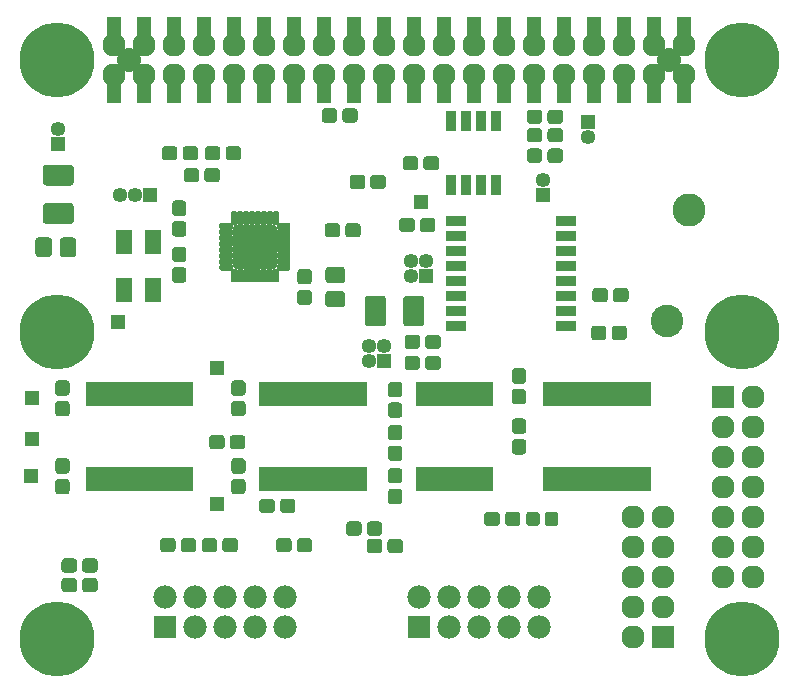
<source format=gts>
G04 #@! TF.GenerationSoftware,KiCad,Pcbnew,(5.1.4-0)*
G04 #@! TF.CreationDate,2019-10-15T22:26:56+01:00*
G04 #@! TF.ProjectId,raspi-serial-hat,72617370-692d-4736-9572-69616c2d6861,3*
G04 #@! TF.SameCoordinates,Original*
G04 #@! TF.FileFunction,Soldermask,Top*
G04 #@! TF.FilePolarity,Negative*
%FSLAX46Y46*%
G04 Gerber Fmt 4.6, Leading zero omitted, Abs format (unit mm)*
G04 Created by KiCad (PCBNEW (5.1.4-0)) date 2019-10-15 22:26:56*
%MOMM*%
%LPD*%
G04 APERTURE LIST*
%ADD10C,0.100000*%
%ADD11C,1.210000*%
%ADD12O,1.260000X1.260000*%
%ADD13R,1.260000X1.260000*%
%ADD14O,1.960000X1.960000*%
%ADD15R,1.960000X1.960000*%
%ADD16C,2.800000*%
%ADD17C,2.760000*%
%ADD18C,1.135000*%
%ADD19R,0.860000X1.810000*%
%ADD20C,1.760000*%
%ADD21O,1.987200X1.987200*%
%ADD22R,1.987200X1.987200*%
%ADD23R,0.710000X2.010000*%
%ADD24C,6.350000*%
%ADD25C,1.410000*%
%ADD26C,0.510000*%
%ADD27C,3.710000*%
%ADD28R,1.460000X2.060000*%
%ADD29R,1.760000X0.860000*%
%ADD30C,2.040000*%
%ADD31R,1.149000X1.940000*%
%ADD32C,1.960000*%
G04 APERTURE END LIST*
D10*
G36*
X62632150Y-39146457D02*
G01*
X62661515Y-39150812D01*
X62690311Y-39158026D01*
X62718262Y-39168026D01*
X62745098Y-39180719D01*
X62770560Y-39195980D01*
X62794404Y-39213664D01*
X62816400Y-39233600D01*
X62836336Y-39255596D01*
X62854020Y-39279440D01*
X62869281Y-39304902D01*
X62881974Y-39331738D01*
X62891974Y-39359689D01*
X62899188Y-39388485D01*
X62903543Y-39417850D01*
X62905000Y-39447500D01*
X62905000Y-40052500D01*
X62903543Y-40082150D01*
X62899188Y-40111515D01*
X62891974Y-40140311D01*
X62881974Y-40168262D01*
X62869281Y-40195098D01*
X62854020Y-40220560D01*
X62836336Y-40244404D01*
X62816400Y-40266400D01*
X62794404Y-40286336D01*
X62770560Y-40304020D01*
X62745098Y-40319281D01*
X62718262Y-40331974D01*
X62690311Y-40341974D01*
X62661515Y-40349188D01*
X62632150Y-40353543D01*
X62602500Y-40355000D01*
X61897500Y-40355000D01*
X61867850Y-40353543D01*
X61838485Y-40349188D01*
X61809689Y-40341974D01*
X61781738Y-40331974D01*
X61754902Y-40319281D01*
X61729440Y-40304020D01*
X61705596Y-40286336D01*
X61683600Y-40266400D01*
X61663664Y-40244404D01*
X61645980Y-40220560D01*
X61630719Y-40195098D01*
X61618026Y-40168262D01*
X61608026Y-40140311D01*
X61600812Y-40111515D01*
X61596457Y-40082150D01*
X61595000Y-40052500D01*
X61595000Y-39447500D01*
X61596457Y-39417850D01*
X61600812Y-39388485D01*
X61608026Y-39359689D01*
X61618026Y-39331738D01*
X61630719Y-39304902D01*
X61645980Y-39279440D01*
X61663664Y-39255596D01*
X61683600Y-39233600D01*
X61705596Y-39213664D01*
X61729440Y-39195980D01*
X61754902Y-39180719D01*
X61781738Y-39168026D01*
X61809689Y-39158026D01*
X61838485Y-39150812D01*
X61867850Y-39146457D01*
X61897500Y-39145000D01*
X62602500Y-39145000D01*
X62632150Y-39146457D01*
X62632150Y-39146457D01*
G37*
D11*
X62250000Y-39750000D03*
D10*
G36*
X60882150Y-39146457D02*
G01*
X60911515Y-39150812D01*
X60940311Y-39158026D01*
X60968262Y-39168026D01*
X60995098Y-39180719D01*
X61020560Y-39195980D01*
X61044404Y-39213664D01*
X61066400Y-39233600D01*
X61086336Y-39255596D01*
X61104020Y-39279440D01*
X61119281Y-39304902D01*
X61131974Y-39331738D01*
X61141974Y-39359689D01*
X61149188Y-39388485D01*
X61153543Y-39417850D01*
X61155000Y-39447500D01*
X61155000Y-40052500D01*
X61153543Y-40082150D01*
X61149188Y-40111515D01*
X61141974Y-40140311D01*
X61131974Y-40168262D01*
X61119281Y-40195098D01*
X61104020Y-40220560D01*
X61086336Y-40244404D01*
X61066400Y-40266400D01*
X61044404Y-40286336D01*
X61020560Y-40304020D01*
X60995098Y-40319281D01*
X60968262Y-40331974D01*
X60940311Y-40341974D01*
X60911515Y-40349188D01*
X60882150Y-40353543D01*
X60852500Y-40355000D01*
X60147500Y-40355000D01*
X60117850Y-40353543D01*
X60088485Y-40349188D01*
X60059689Y-40341974D01*
X60031738Y-40331974D01*
X60004902Y-40319281D01*
X59979440Y-40304020D01*
X59955596Y-40286336D01*
X59933600Y-40266400D01*
X59913664Y-40244404D01*
X59895980Y-40220560D01*
X59880719Y-40195098D01*
X59868026Y-40168262D01*
X59858026Y-40140311D01*
X59850812Y-40111515D01*
X59846457Y-40082150D01*
X59845000Y-40052500D01*
X59845000Y-39447500D01*
X59846457Y-39417850D01*
X59850812Y-39388485D01*
X59858026Y-39359689D01*
X59868026Y-39331738D01*
X59880719Y-39304902D01*
X59895980Y-39279440D01*
X59913664Y-39255596D01*
X59933600Y-39233600D01*
X59955596Y-39213664D01*
X59979440Y-39195980D01*
X60004902Y-39180719D01*
X60031738Y-39168026D01*
X60059689Y-39158026D01*
X60088485Y-39150812D01*
X60117850Y-39146457D01*
X60147500Y-39145000D01*
X60852500Y-39145000D01*
X60882150Y-39146457D01*
X60882150Y-39146457D01*
G37*
D11*
X60500000Y-39750000D03*
D12*
X67380000Y-52030000D03*
X68650000Y-52030000D03*
X67380000Y-53300000D03*
D13*
X68650000Y-53300000D03*
D12*
X63855000Y-59230000D03*
X65125000Y-59230000D03*
X63855000Y-60500000D03*
D13*
X65125000Y-60500000D03*
D14*
X86180000Y-73760000D03*
X88720000Y-73760000D03*
X86180000Y-76300000D03*
X88720000Y-76300000D03*
X86180000Y-78840000D03*
X88720000Y-78840000D03*
X86180000Y-81380000D03*
X88720000Y-81380000D03*
X86180000Y-83920000D03*
D15*
X88720000Y-83920000D03*
D10*
G36*
X85557150Y-54346457D02*
G01*
X85586515Y-54350812D01*
X85615311Y-54358026D01*
X85643262Y-54368026D01*
X85670098Y-54380719D01*
X85695560Y-54395980D01*
X85719404Y-54413664D01*
X85741400Y-54433600D01*
X85761336Y-54455596D01*
X85779020Y-54479440D01*
X85794281Y-54504902D01*
X85806974Y-54531738D01*
X85816974Y-54559689D01*
X85824188Y-54588485D01*
X85828543Y-54617850D01*
X85830000Y-54647500D01*
X85830000Y-55252500D01*
X85828543Y-55282150D01*
X85824188Y-55311515D01*
X85816974Y-55340311D01*
X85806974Y-55368262D01*
X85794281Y-55395098D01*
X85779020Y-55420560D01*
X85761336Y-55444404D01*
X85741400Y-55466400D01*
X85719404Y-55486336D01*
X85695560Y-55504020D01*
X85670098Y-55519281D01*
X85643262Y-55531974D01*
X85615311Y-55541974D01*
X85586515Y-55549188D01*
X85557150Y-55553543D01*
X85527500Y-55555000D01*
X84822500Y-55555000D01*
X84792850Y-55553543D01*
X84763485Y-55549188D01*
X84734689Y-55541974D01*
X84706738Y-55531974D01*
X84679902Y-55519281D01*
X84654440Y-55504020D01*
X84630596Y-55486336D01*
X84608600Y-55466400D01*
X84588664Y-55444404D01*
X84570980Y-55420560D01*
X84555719Y-55395098D01*
X84543026Y-55368262D01*
X84533026Y-55340311D01*
X84525812Y-55311515D01*
X84521457Y-55282150D01*
X84520000Y-55252500D01*
X84520000Y-54647500D01*
X84521457Y-54617850D01*
X84525812Y-54588485D01*
X84533026Y-54559689D01*
X84543026Y-54531738D01*
X84555719Y-54504902D01*
X84570980Y-54479440D01*
X84588664Y-54455596D01*
X84608600Y-54433600D01*
X84630596Y-54413664D01*
X84654440Y-54395980D01*
X84679902Y-54380719D01*
X84706738Y-54368026D01*
X84734689Y-54358026D01*
X84763485Y-54350812D01*
X84792850Y-54346457D01*
X84822500Y-54345000D01*
X85527500Y-54345000D01*
X85557150Y-54346457D01*
X85557150Y-54346457D01*
G37*
D11*
X85175000Y-54950000D03*
D10*
G36*
X83807150Y-54346457D02*
G01*
X83836515Y-54350812D01*
X83865311Y-54358026D01*
X83893262Y-54368026D01*
X83920098Y-54380719D01*
X83945560Y-54395980D01*
X83969404Y-54413664D01*
X83991400Y-54433600D01*
X84011336Y-54455596D01*
X84029020Y-54479440D01*
X84044281Y-54504902D01*
X84056974Y-54531738D01*
X84066974Y-54559689D01*
X84074188Y-54588485D01*
X84078543Y-54617850D01*
X84080000Y-54647500D01*
X84080000Y-55252500D01*
X84078543Y-55282150D01*
X84074188Y-55311515D01*
X84066974Y-55340311D01*
X84056974Y-55368262D01*
X84044281Y-55395098D01*
X84029020Y-55420560D01*
X84011336Y-55444404D01*
X83991400Y-55466400D01*
X83969404Y-55486336D01*
X83945560Y-55504020D01*
X83920098Y-55519281D01*
X83893262Y-55531974D01*
X83865311Y-55541974D01*
X83836515Y-55549188D01*
X83807150Y-55553543D01*
X83777500Y-55555000D01*
X83072500Y-55555000D01*
X83042850Y-55553543D01*
X83013485Y-55549188D01*
X82984689Y-55541974D01*
X82956738Y-55531974D01*
X82929902Y-55519281D01*
X82904440Y-55504020D01*
X82880596Y-55486336D01*
X82858600Y-55466400D01*
X82838664Y-55444404D01*
X82820980Y-55420560D01*
X82805719Y-55395098D01*
X82793026Y-55368262D01*
X82783026Y-55340311D01*
X82775812Y-55311515D01*
X82771457Y-55282150D01*
X82770000Y-55252500D01*
X82770000Y-54647500D01*
X82771457Y-54617850D01*
X82775812Y-54588485D01*
X82783026Y-54559689D01*
X82793026Y-54531738D01*
X82805719Y-54504902D01*
X82820980Y-54479440D01*
X82838664Y-54455596D01*
X82858600Y-54433600D01*
X82880596Y-54413664D01*
X82904440Y-54395980D01*
X82929902Y-54380719D01*
X82956738Y-54368026D01*
X82984689Y-54358026D01*
X83013485Y-54350812D01*
X83042850Y-54346457D01*
X83072500Y-54345000D01*
X83777500Y-54345000D01*
X83807150Y-54346457D01*
X83807150Y-54346457D01*
G37*
D11*
X83425000Y-54950000D03*
D16*
X90992367Y-47779742D03*
D17*
X89125000Y-57125000D03*
D13*
X35300000Y-67150000D03*
X42575000Y-57225000D03*
D10*
G36*
X76407150Y-73296457D02*
G01*
X76436515Y-73300812D01*
X76465311Y-73308026D01*
X76493262Y-73318026D01*
X76520098Y-73330719D01*
X76545560Y-73345980D01*
X76569404Y-73363664D01*
X76591400Y-73383600D01*
X76611336Y-73405596D01*
X76629020Y-73429440D01*
X76644281Y-73454902D01*
X76656974Y-73481738D01*
X76666974Y-73509689D01*
X76674188Y-73538485D01*
X76678543Y-73567850D01*
X76680000Y-73597500D01*
X76680000Y-74202500D01*
X76678543Y-74232150D01*
X76674188Y-74261515D01*
X76666974Y-74290311D01*
X76656974Y-74318262D01*
X76644281Y-74345098D01*
X76629020Y-74370560D01*
X76611336Y-74394404D01*
X76591400Y-74416400D01*
X76569404Y-74436336D01*
X76545560Y-74454020D01*
X76520098Y-74469281D01*
X76493262Y-74481974D01*
X76465311Y-74491974D01*
X76436515Y-74499188D01*
X76407150Y-74503543D01*
X76377500Y-74505000D01*
X75672500Y-74505000D01*
X75642850Y-74503543D01*
X75613485Y-74499188D01*
X75584689Y-74491974D01*
X75556738Y-74481974D01*
X75529902Y-74469281D01*
X75504440Y-74454020D01*
X75480596Y-74436336D01*
X75458600Y-74416400D01*
X75438664Y-74394404D01*
X75420980Y-74370560D01*
X75405719Y-74345098D01*
X75393026Y-74318262D01*
X75383026Y-74290311D01*
X75375812Y-74261515D01*
X75371457Y-74232150D01*
X75370000Y-74202500D01*
X75370000Y-73597500D01*
X75371457Y-73567850D01*
X75375812Y-73538485D01*
X75383026Y-73509689D01*
X75393026Y-73481738D01*
X75405719Y-73454902D01*
X75420980Y-73429440D01*
X75438664Y-73405596D01*
X75458600Y-73383600D01*
X75480596Y-73363664D01*
X75504440Y-73345980D01*
X75529902Y-73330719D01*
X75556738Y-73318026D01*
X75584689Y-73308026D01*
X75613485Y-73300812D01*
X75642850Y-73296457D01*
X75672500Y-73295000D01*
X76377500Y-73295000D01*
X76407150Y-73296457D01*
X76407150Y-73296457D01*
G37*
D11*
X76025000Y-73900000D03*
D10*
G36*
X74657150Y-73296457D02*
G01*
X74686515Y-73300812D01*
X74715311Y-73308026D01*
X74743262Y-73318026D01*
X74770098Y-73330719D01*
X74795560Y-73345980D01*
X74819404Y-73363664D01*
X74841400Y-73383600D01*
X74861336Y-73405596D01*
X74879020Y-73429440D01*
X74894281Y-73454902D01*
X74906974Y-73481738D01*
X74916974Y-73509689D01*
X74924188Y-73538485D01*
X74928543Y-73567850D01*
X74930000Y-73597500D01*
X74930000Y-74202500D01*
X74928543Y-74232150D01*
X74924188Y-74261515D01*
X74916974Y-74290311D01*
X74906974Y-74318262D01*
X74894281Y-74345098D01*
X74879020Y-74370560D01*
X74861336Y-74394404D01*
X74841400Y-74416400D01*
X74819404Y-74436336D01*
X74795560Y-74454020D01*
X74770098Y-74469281D01*
X74743262Y-74481974D01*
X74715311Y-74491974D01*
X74686515Y-74499188D01*
X74657150Y-74503543D01*
X74627500Y-74505000D01*
X73922500Y-74505000D01*
X73892850Y-74503543D01*
X73863485Y-74499188D01*
X73834689Y-74491974D01*
X73806738Y-74481974D01*
X73779902Y-74469281D01*
X73754440Y-74454020D01*
X73730596Y-74436336D01*
X73708600Y-74416400D01*
X73688664Y-74394404D01*
X73670980Y-74370560D01*
X73655719Y-74345098D01*
X73643026Y-74318262D01*
X73633026Y-74290311D01*
X73625812Y-74261515D01*
X73621457Y-74232150D01*
X73620000Y-74202500D01*
X73620000Y-73597500D01*
X73621457Y-73567850D01*
X73625812Y-73538485D01*
X73633026Y-73509689D01*
X73643026Y-73481738D01*
X73655719Y-73454902D01*
X73670980Y-73429440D01*
X73688664Y-73405596D01*
X73708600Y-73383600D01*
X73730596Y-73363664D01*
X73754440Y-73345980D01*
X73779902Y-73330719D01*
X73806738Y-73318026D01*
X73834689Y-73308026D01*
X73863485Y-73300812D01*
X73892850Y-73296457D01*
X73922500Y-73295000D01*
X74627500Y-73295000D01*
X74657150Y-73296457D01*
X74657150Y-73296457D01*
G37*
D11*
X74275000Y-73900000D03*
D10*
G36*
X66407150Y-62296457D02*
G01*
X66436515Y-62300812D01*
X66465311Y-62308026D01*
X66493262Y-62318026D01*
X66520098Y-62330719D01*
X66545560Y-62345980D01*
X66569404Y-62363664D01*
X66591400Y-62383600D01*
X66611336Y-62405596D01*
X66629020Y-62429440D01*
X66644281Y-62454902D01*
X66656974Y-62481738D01*
X66666974Y-62509689D01*
X66674188Y-62538485D01*
X66678543Y-62567850D01*
X66680000Y-62597500D01*
X66680000Y-63302500D01*
X66678543Y-63332150D01*
X66674188Y-63361515D01*
X66666974Y-63390311D01*
X66656974Y-63418262D01*
X66644281Y-63445098D01*
X66629020Y-63470560D01*
X66611336Y-63494404D01*
X66591400Y-63516400D01*
X66569404Y-63536336D01*
X66545560Y-63554020D01*
X66520098Y-63569281D01*
X66493262Y-63581974D01*
X66465311Y-63591974D01*
X66436515Y-63599188D01*
X66407150Y-63603543D01*
X66377500Y-63605000D01*
X65772500Y-63605000D01*
X65742850Y-63603543D01*
X65713485Y-63599188D01*
X65684689Y-63591974D01*
X65656738Y-63581974D01*
X65629902Y-63569281D01*
X65604440Y-63554020D01*
X65580596Y-63536336D01*
X65558600Y-63516400D01*
X65538664Y-63494404D01*
X65520980Y-63470560D01*
X65505719Y-63445098D01*
X65493026Y-63418262D01*
X65483026Y-63390311D01*
X65475812Y-63361515D01*
X65471457Y-63332150D01*
X65470000Y-63302500D01*
X65470000Y-62597500D01*
X65471457Y-62567850D01*
X65475812Y-62538485D01*
X65483026Y-62509689D01*
X65493026Y-62481738D01*
X65505719Y-62454902D01*
X65520980Y-62429440D01*
X65538664Y-62405596D01*
X65558600Y-62383600D01*
X65580596Y-62363664D01*
X65604440Y-62345980D01*
X65629902Y-62330719D01*
X65656738Y-62318026D01*
X65684689Y-62308026D01*
X65713485Y-62300812D01*
X65742850Y-62296457D01*
X65772500Y-62295000D01*
X66377500Y-62295000D01*
X66407150Y-62296457D01*
X66407150Y-62296457D01*
G37*
D11*
X66075000Y-62950000D03*
D10*
G36*
X66407150Y-64046457D02*
G01*
X66436515Y-64050812D01*
X66465311Y-64058026D01*
X66493262Y-64068026D01*
X66520098Y-64080719D01*
X66545560Y-64095980D01*
X66569404Y-64113664D01*
X66591400Y-64133600D01*
X66611336Y-64155596D01*
X66629020Y-64179440D01*
X66644281Y-64204902D01*
X66656974Y-64231738D01*
X66666974Y-64259689D01*
X66674188Y-64288485D01*
X66678543Y-64317850D01*
X66680000Y-64347500D01*
X66680000Y-65052500D01*
X66678543Y-65082150D01*
X66674188Y-65111515D01*
X66666974Y-65140311D01*
X66656974Y-65168262D01*
X66644281Y-65195098D01*
X66629020Y-65220560D01*
X66611336Y-65244404D01*
X66591400Y-65266400D01*
X66569404Y-65286336D01*
X66545560Y-65304020D01*
X66520098Y-65319281D01*
X66493262Y-65331974D01*
X66465311Y-65341974D01*
X66436515Y-65349188D01*
X66407150Y-65353543D01*
X66377500Y-65355000D01*
X65772500Y-65355000D01*
X65742850Y-65353543D01*
X65713485Y-65349188D01*
X65684689Y-65341974D01*
X65656738Y-65331974D01*
X65629902Y-65319281D01*
X65604440Y-65304020D01*
X65580596Y-65286336D01*
X65558600Y-65266400D01*
X65538664Y-65244404D01*
X65520980Y-65220560D01*
X65505719Y-65195098D01*
X65493026Y-65168262D01*
X65483026Y-65140311D01*
X65475812Y-65111515D01*
X65471457Y-65082150D01*
X65470000Y-65052500D01*
X65470000Y-64347500D01*
X65471457Y-64317850D01*
X65475812Y-64288485D01*
X65483026Y-64259689D01*
X65493026Y-64231738D01*
X65505719Y-64204902D01*
X65520980Y-64179440D01*
X65538664Y-64155596D01*
X65558600Y-64133600D01*
X65580596Y-64113664D01*
X65604440Y-64095980D01*
X65629902Y-64080719D01*
X65656738Y-64068026D01*
X65684689Y-64058026D01*
X65713485Y-64050812D01*
X65742850Y-64046457D01*
X65772500Y-64045000D01*
X66377500Y-64045000D01*
X66407150Y-64046457D01*
X66407150Y-64046457D01*
G37*
D11*
X66075000Y-64700000D03*
D10*
G36*
X66407150Y-65946457D02*
G01*
X66436515Y-65950812D01*
X66465311Y-65958026D01*
X66493262Y-65968026D01*
X66520098Y-65980719D01*
X66545560Y-65995980D01*
X66569404Y-66013664D01*
X66591400Y-66033600D01*
X66611336Y-66055596D01*
X66629020Y-66079440D01*
X66644281Y-66104902D01*
X66656974Y-66131738D01*
X66666974Y-66159689D01*
X66674188Y-66188485D01*
X66678543Y-66217850D01*
X66680000Y-66247500D01*
X66680000Y-66952500D01*
X66678543Y-66982150D01*
X66674188Y-67011515D01*
X66666974Y-67040311D01*
X66656974Y-67068262D01*
X66644281Y-67095098D01*
X66629020Y-67120560D01*
X66611336Y-67144404D01*
X66591400Y-67166400D01*
X66569404Y-67186336D01*
X66545560Y-67204020D01*
X66520098Y-67219281D01*
X66493262Y-67231974D01*
X66465311Y-67241974D01*
X66436515Y-67249188D01*
X66407150Y-67253543D01*
X66377500Y-67255000D01*
X65772500Y-67255000D01*
X65742850Y-67253543D01*
X65713485Y-67249188D01*
X65684689Y-67241974D01*
X65656738Y-67231974D01*
X65629902Y-67219281D01*
X65604440Y-67204020D01*
X65580596Y-67186336D01*
X65558600Y-67166400D01*
X65538664Y-67144404D01*
X65520980Y-67120560D01*
X65505719Y-67095098D01*
X65493026Y-67068262D01*
X65483026Y-67040311D01*
X65475812Y-67011515D01*
X65471457Y-66982150D01*
X65470000Y-66952500D01*
X65470000Y-66247500D01*
X65471457Y-66217850D01*
X65475812Y-66188485D01*
X65483026Y-66159689D01*
X65493026Y-66131738D01*
X65505719Y-66104902D01*
X65520980Y-66079440D01*
X65538664Y-66055596D01*
X65558600Y-66033600D01*
X65580596Y-66013664D01*
X65604440Y-65995980D01*
X65629902Y-65980719D01*
X65656738Y-65968026D01*
X65684689Y-65958026D01*
X65713485Y-65950812D01*
X65742850Y-65946457D01*
X65772500Y-65945000D01*
X66377500Y-65945000D01*
X66407150Y-65946457D01*
X66407150Y-65946457D01*
G37*
D11*
X66075000Y-66600000D03*
D10*
G36*
X66407150Y-67696457D02*
G01*
X66436515Y-67700812D01*
X66465311Y-67708026D01*
X66493262Y-67718026D01*
X66520098Y-67730719D01*
X66545560Y-67745980D01*
X66569404Y-67763664D01*
X66591400Y-67783600D01*
X66611336Y-67805596D01*
X66629020Y-67829440D01*
X66644281Y-67854902D01*
X66656974Y-67881738D01*
X66666974Y-67909689D01*
X66674188Y-67938485D01*
X66678543Y-67967850D01*
X66680000Y-67997500D01*
X66680000Y-68702500D01*
X66678543Y-68732150D01*
X66674188Y-68761515D01*
X66666974Y-68790311D01*
X66656974Y-68818262D01*
X66644281Y-68845098D01*
X66629020Y-68870560D01*
X66611336Y-68894404D01*
X66591400Y-68916400D01*
X66569404Y-68936336D01*
X66545560Y-68954020D01*
X66520098Y-68969281D01*
X66493262Y-68981974D01*
X66465311Y-68991974D01*
X66436515Y-68999188D01*
X66407150Y-69003543D01*
X66377500Y-69005000D01*
X65772500Y-69005000D01*
X65742850Y-69003543D01*
X65713485Y-68999188D01*
X65684689Y-68991974D01*
X65656738Y-68981974D01*
X65629902Y-68969281D01*
X65604440Y-68954020D01*
X65580596Y-68936336D01*
X65558600Y-68916400D01*
X65538664Y-68894404D01*
X65520980Y-68870560D01*
X65505719Y-68845098D01*
X65493026Y-68818262D01*
X65483026Y-68790311D01*
X65475812Y-68761515D01*
X65471457Y-68732150D01*
X65470000Y-68702500D01*
X65470000Y-67997500D01*
X65471457Y-67967850D01*
X65475812Y-67938485D01*
X65483026Y-67909689D01*
X65493026Y-67881738D01*
X65505719Y-67854902D01*
X65520980Y-67829440D01*
X65538664Y-67805596D01*
X65558600Y-67783600D01*
X65580596Y-67763664D01*
X65604440Y-67745980D01*
X65629902Y-67730719D01*
X65656738Y-67718026D01*
X65684689Y-67708026D01*
X65713485Y-67700812D01*
X65742850Y-67696457D01*
X65772500Y-67695000D01*
X66377500Y-67695000D01*
X66407150Y-67696457D01*
X66407150Y-67696457D01*
G37*
D11*
X66075000Y-68350000D03*
D12*
X37550000Y-40905000D03*
D13*
X37550000Y-42175000D03*
D10*
G36*
X79624062Y-73296366D02*
G01*
X79651607Y-73300452D01*
X79678618Y-73307218D01*
X79704836Y-73316599D01*
X79730009Y-73328505D01*
X79753893Y-73342820D01*
X79776259Y-73359408D01*
X79796892Y-73378108D01*
X79815592Y-73398741D01*
X79832180Y-73421107D01*
X79846495Y-73444991D01*
X79858401Y-73470164D01*
X79867782Y-73496382D01*
X79874548Y-73523393D01*
X79878634Y-73550938D01*
X79880000Y-73578750D01*
X79880000Y-74221250D01*
X79878634Y-74249062D01*
X79874548Y-74276607D01*
X79867782Y-74303618D01*
X79858401Y-74329836D01*
X79846495Y-74355009D01*
X79832180Y-74378893D01*
X79815592Y-74401259D01*
X79796892Y-74421892D01*
X79776259Y-74440592D01*
X79753893Y-74457180D01*
X79730009Y-74471495D01*
X79704836Y-74483401D01*
X79678618Y-74492782D01*
X79651607Y-74499548D01*
X79624062Y-74503634D01*
X79596250Y-74505000D01*
X79028750Y-74505000D01*
X79000938Y-74503634D01*
X78973393Y-74499548D01*
X78946382Y-74492782D01*
X78920164Y-74483401D01*
X78894991Y-74471495D01*
X78871107Y-74457180D01*
X78848741Y-74440592D01*
X78828108Y-74421892D01*
X78809408Y-74401259D01*
X78792820Y-74378893D01*
X78778505Y-74355009D01*
X78766599Y-74329836D01*
X78757218Y-74303618D01*
X78750452Y-74276607D01*
X78746366Y-74249062D01*
X78745000Y-74221250D01*
X78745000Y-73578750D01*
X78746366Y-73550938D01*
X78750452Y-73523393D01*
X78757218Y-73496382D01*
X78766599Y-73470164D01*
X78778505Y-73444991D01*
X78792820Y-73421107D01*
X78809408Y-73398741D01*
X78828108Y-73378108D01*
X78848741Y-73359408D01*
X78871107Y-73342820D01*
X78894991Y-73328505D01*
X78920164Y-73316599D01*
X78946382Y-73307218D01*
X78973393Y-73300452D01*
X79000938Y-73296366D01*
X79028750Y-73295000D01*
X79596250Y-73295000D01*
X79624062Y-73296366D01*
X79624062Y-73296366D01*
G37*
D18*
X79312500Y-73900000D03*
D10*
G36*
X78049062Y-73296366D02*
G01*
X78076607Y-73300452D01*
X78103618Y-73307218D01*
X78129836Y-73316599D01*
X78155009Y-73328505D01*
X78178893Y-73342820D01*
X78201259Y-73359408D01*
X78221892Y-73378108D01*
X78240592Y-73398741D01*
X78257180Y-73421107D01*
X78271495Y-73444991D01*
X78283401Y-73470164D01*
X78292782Y-73496382D01*
X78299548Y-73523393D01*
X78303634Y-73550938D01*
X78305000Y-73578750D01*
X78305000Y-74221250D01*
X78303634Y-74249062D01*
X78299548Y-74276607D01*
X78292782Y-74303618D01*
X78283401Y-74329836D01*
X78271495Y-74355009D01*
X78257180Y-74378893D01*
X78240592Y-74401259D01*
X78221892Y-74421892D01*
X78201259Y-74440592D01*
X78178893Y-74457180D01*
X78155009Y-74471495D01*
X78129836Y-74483401D01*
X78103618Y-74492782D01*
X78076607Y-74499548D01*
X78049062Y-74503634D01*
X78021250Y-74505000D01*
X77453750Y-74505000D01*
X77425938Y-74503634D01*
X77398393Y-74499548D01*
X77371382Y-74492782D01*
X77345164Y-74483401D01*
X77319991Y-74471495D01*
X77296107Y-74457180D01*
X77273741Y-74440592D01*
X77253108Y-74421892D01*
X77234408Y-74401259D01*
X77217820Y-74378893D01*
X77203505Y-74355009D01*
X77191599Y-74329836D01*
X77182218Y-74303618D01*
X77175452Y-74276607D01*
X77171366Y-74249062D01*
X77170000Y-74221250D01*
X77170000Y-73578750D01*
X77171366Y-73550938D01*
X77175452Y-73523393D01*
X77182218Y-73496382D01*
X77191599Y-73470164D01*
X77203505Y-73444991D01*
X77217820Y-73421107D01*
X77234408Y-73398741D01*
X77253108Y-73378108D01*
X77273741Y-73359408D01*
X77296107Y-73342820D01*
X77319991Y-73328505D01*
X77345164Y-73316599D01*
X77371382Y-73307218D01*
X77398393Y-73300452D01*
X77425938Y-73296366D01*
X77453750Y-73295000D01*
X78021250Y-73295000D01*
X78049062Y-73296366D01*
X78049062Y-73296366D01*
G37*
D18*
X77737500Y-73900000D03*
D10*
G36*
X66407150Y-71346457D02*
G01*
X66436515Y-71350812D01*
X66465311Y-71358026D01*
X66493262Y-71368026D01*
X66520098Y-71380719D01*
X66545560Y-71395980D01*
X66569404Y-71413664D01*
X66591400Y-71433600D01*
X66611336Y-71455596D01*
X66629020Y-71479440D01*
X66644281Y-71504902D01*
X66656974Y-71531738D01*
X66666974Y-71559689D01*
X66674188Y-71588485D01*
X66678543Y-71617850D01*
X66680000Y-71647500D01*
X66680000Y-72352500D01*
X66678543Y-72382150D01*
X66674188Y-72411515D01*
X66666974Y-72440311D01*
X66656974Y-72468262D01*
X66644281Y-72495098D01*
X66629020Y-72520560D01*
X66611336Y-72544404D01*
X66591400Y-72566400D01*
X66569404Y-72586336D01*
X66545560Y-72604020D01*
X66520098Y-72619281D01*
X66493262Y-72631974D01*
X66465311Y-72641974D01*
X66436515Y-72649188D01*
X66407150Y-72653543D01*
X66377500Y-72655000D01*
X65772500Y-72655000D01*
X65742850Y-72653543D01*
X65713485Y-72649188D01*
X65684689Y-72641974D01*
X65656738Y-72631974D01*
X65629902Y-72619281D01*
X65604440Y-72604020D01*
X65580596Y-72586336D01*
X65558600Y-72566400D01*
X65538664Y-72544404D01*
X65520980Y-72520560D01*
X65505719Y-72495098D01*
X65493026Y-72468262D01*
X65483026Y-72440311D01*
X65475812Y-72411515D01*
X65471457Y-72382150D01*
X65470000Y-72352500D01*
X65470000Y-71647500D01*
X65471457Y-71617850D01*
X65475812Y-71588485D01*
X65483026Y-71559689D01*
X65493026Y-71531738D01*
X65505719Y-71504902D01*
X65520980Y-71479440D01*
X65538664Y-71455596D01*
X65558600Y-71433600D01*
X65580596Y-71413664D01*
X65604440Y-71395980D01*
X65629902Y-71380719D01*
X65656738Y-71368026D01*
X65684689Y-71358026D01*
X65713485Y-71350812D01*
X65742850Y-71346457D01*
X65772500Y-71345000D01*
X66377500Y-71345000D01*
X66407150Y-71346457D01*
X66407150Y-71346457D01*
G37*
D11*
X66075000Y-72000000D03*
D10*
G36*
X66407150Y-69596457D02*
G01*
X66436515Y-69600812D01*
X66465311Y-69608026D01*
X66493262Y-69618026D01*
X66520098Y-69630719D01*
X66545560Y-69645980D01*
X66569404Y-69663664D01*
X66591400Y-69683600D01*
X66611336Y-69705596D01*
X66629020Y-69729440D01*
X66644281Y-69754902D01*
X66656974Y-69781738D01*
X66666974Y-69809689D01*
X66674188Y-69838485D01*
X66678543Y-69867850D01*
X66680000Y-69897500D01*
X66680000Y-70602500D01*
X66678543Y-70632150D01*
X66674188Y-70661515D01*
X66666974Y-70690311D01*
X66656974Y-70718262D01*
X66644281Y-70745098D01*
X66629020Y-70770560D01*
X66611336Y-70794404D01*
X66591400Y-70816400D01*
X66569404Y-70836336D01*
X66545560Y-70854020D01*
X66520098Y-70869281D01*
X66493262Y-70881974D01*
X66465311Y-70891974D01*
X66436515Y-70899188D01*
X66407150Y-70903543D01*
X66377500Y-70905000D01*
X65772500Y-70905000D01*
X65742850Y-70903543D01*
X65713485Y-70899188D01*
X65684689Y-70891974D01*
X65656738Y-70881974D01*
X65629902Y-70869281D01*
X65604440Y-70854020D01*
X65580596Y-70836336D01*
X65558600Y-70816400D01*
X65538664Y-70794404D01*
X65520980Y-70770560D01*
X65505719Y-70745098D01*
X65493026Y-70718262D01*
X65483026Y-70690311D01*
X65475812Y-70661515D01*
X65471457Y-70632150D01*
X65470000Y-70602500D01*
X65470000Y-69897500D01*
X65471457Y-69867850D01*
X65475812Y-69838485D01*
X65483026Y-69809689D01*
X65493026Y-69781738D01*
X65505719Y-69754902D01*
X65520980Y-69729440D01*
X65538664Y-69705596D01*
X65558600Y-69683600D01*
X65580596Y-69663664D01*
X65604440Y-69645980D01*
X65629902Y-69630719D01*
X65656738Y-69618026D01*
X65684689Y-69608026D01*
X65713485Y-69600812D01*
X65742850Y-69596457D01*
X65772500Y-69595000D01*
X66377500Y-69595000D01*
X66407150Y-69596457D01*
X66407150Y-69596457D01*
G37*
D11*
X66075000Y-70250000D03*
D10*
G36*
X51357150Y-66796457D02*
G01*
X51386515Y-66800812D01*
X51415311Y-66808026D01*
X51443262Y-66818026D01*
X51470098Y-66830719D01*
X51495560Y-66845980D01*
X51519404Y-66863664D01*
X51541400Y-66883600D01*
X51561336Y-66905596D01*
X51579020Y-66929440D01*
X51594281Y-66954902D01*
X51606974Y-66981738D01*
X51616974Y-67009689D01*
X51624188Y-67038485D01*
X51628543Y-67067850D01*
X51630000Y-67097500D01*
X51630000Y-67702500D01*
X51628543Y-67732150D01*
X51624188Y-67761515D01*
X51616974Y-67790311D01*
X51606974Y-67818262D01*
X51594281Y-67845098D01*
X51579020Y-67870560D01*
X51561336Y-67894404D01*
X51541400Y-67916400D01*
X51519404Y-67936336D01*
X51495560Y-67954020D01*
X51470098Y-67969281D01*
X51443262Y-67981974D01*
X51415311Y-67991974D01*
X51386515Y-67999188D01*
X51357150Y-68003543D01*
X51327500Y-68005000D01*
X50622500Y-68005000D01*
X50592850Y-68003543D01*
X50563485Y-67999188D01*
X50534689Y-67991974D01*
X50506738Y-67981974D01*
X50479902Y-67969281D01*
X50454440Y-67954020D01*
X50430596Y-67936336D01*
X50408600Y-67916400D01*
X50388664Y-67894404D01*
X50370980Y-67870560D01*
X50355719Y-67845098D01*
X50343026Y-67818262D01*
X50333026Y-67790311D01*
X50325812Y-67761515D01*
X50321457Y-67732150D01*
X50320000Y-67702500D01*
X50320000Y-67097500D01*
X50321457Y-67067850D01*
X50325812Y-67038485D01*
X50333026Y-67009689D01*
X50343026Y-66981738D01*
X50355719Y-66954902D01*
X50370980Y-66929440D01*
X50388664Y-66905596D01*
X50408600Y-66883600D01*
X50430596Y-66863664D01*
X50454440Y-66845980D01*
X50479902Y-66830719D01*
X50506738Y-66818026D01*
X50534689Y-66808026D01*
X50563485Y-66800812D01*
X50592850Y-66796457D01*
X50622500Y-66795000D01*
X51327500Y-66795000D01*
X51357150Y-66796457D01*
X51357150Y-66796457D01*
G37*
D11*
X50975000Y-67400000D03*
D10*
G36*
X53107150Y-66796457D02*
G01*
X53136515Y-66800812D01*
X53165311Y-66808026D01*
X53193262Y-66818026D01*
X53220098Y-66830719D01*
X53245560Y-66845980D01*
X53269404Y-66863664D01*
X53291400Y-66883600D01*
X53311336Y-66905596D01*
X53329020Y-66929440D01*
X53344281Y-66954902D01*
X53356974Y-66981738D01*
X53366974Y-67009689D01*
X53374188Y-67038485D01*
X53378543Y-67067850D01*
X53380000Y-67097500D01*
X53380000Y-67702500D01*
X53378543Y-67732150D01*
X53374188Y-67761515D01*
X53366974Y-67790311D01*
X53356974Y-67818262D01*
X53344281Y-67845098D01*
X53329020Y-67870560D01*
X53311336Y-67894404D01*
X53291400Y-67916400D01*
X53269404Y-67936336D01*
X53245560Y-67954020D01*
X53220098Y-67969281D01*
X53193262Y-67981974D01*
X53165311Y-67991974D01*
X53136515Y-67999188D01*
X53107150Y-68003543D01*
X53077500Y-68005000D01*
X52372500Y-68005000D01*
X52342850Y-68003543D01*
X52313485Y-67999188D01*
X52284689Y-67991974D01*
X52256738Y-67981974D01*
X52229902Y-67969281D01*
X52204440Y-67954020D01*
X52180596Y-67936336D01*
X52158600Y-67916400D01*
X52138664Y-67894404D01*
X52120980Y-67870560D01*
X52105719Y-67845098D01*
X52093026Y-67818262D01*
X52083026Y-67790311D01*
X52075812Y-67761515D01*
X52071457Y-67732150D01*
X52070000Y-67702500D01*
X52070000Y-67097500D01*
X52071457Y-67067850D01*
X52075812Y-67038485D01*
X52083026Y-67009689D01*
X52093026Y-66981738D01*
X52105719Y-66954902D01*
X52120980Y-66929440D01*
X52138664Y-66905596D01*
X52158600Y-66883600D01*
X52180596Y-66863664D01*
X52204440Y-66845980D01*
X52229902Y-66830719D01*
X52256738Y-66818026D01*
X52284689Y-66808026D01*
X52313485Y-66800812D01*
X52342850Y-66796457D01*
X52372500Y-66795000D01*
X53077500Y-66795000D01*
X53107150Y-66796457D01*
X53107150Y-66796457D01*
G37*
D11*
X52725000Y-67400000D03*
D19*
X70820000Y-40200000D03*
X72090000Y-40200000D03*
X73360000Y-40200000D03*
X74630000Y-40200000D03*
X74630000Y-45600000D03*
X73360000Y-45600000D03*
X72090000Y-45600000D03*
X70820000Y-45600000D03*
D12*
X42785000Y-46475000D03*
X44055000Y-46475000D03*
D13*
X45325000Y-46475000D03*
D12*
X78575000Y-45205000D03*
D13*
X78575000Y-46475000D03*
D10*
G36*
X62957150Y-74121457D02*
G01*
X62986515Y-74125812D01*
X63015311Y-74133026D01*
X63043262Y-74143026D01*
X63070098Y-74155719D01*
X63095560Y-74170980D01*
X63119404Y-74188664D01*
X63141400Y-74208600D01*
X63161336Y-74230596D01*
X63179020Y-74254440D01*
X63194281Y-74279902D01*
X63206974Y-74306738D01*
X63216974Y-74334689D01*
X63224188Y-74363485D01*
X63228543Y-74392850D01*
X63230000Y-74422500D01*
X63230000Y-75027500D01*
X63228543Y-75057150D01*
X63224188Y-75086515D01*
X63216974Y-75115311D01*
X63206974Y-75143262D01*
X63194281Y-75170098D01*
X63179020Y-75195560D01*
X63161336Y-75219404D01*
X63141400Y-75241400D01*
X63119404Y-75261336D01*
X63095560Y-75279020D01*
X63070098Y-75294281D01*
X63043262Y-75306974D01*
X63015311Y-75316974D01*
X62986515Y-75324188D01*
X62957150Y-75328543D01*
X62927500Y-75330000D01*
X62222500Y-75330000D01*
X62192850Y-75328543D01*
X62163485Y-75324188D01*
X62134689Y-75316974D01*
X62106738Y-75306974D01*
X62079902Y-75294281D01*
X62054440Y-75279020D01*
X62030596Y-75261336D01*
X62008600Y-75241400D01*
X61988664Y-75219404D01*
X61970980Y-75195560D01*
X61955719Y-75170098D01*
X61943026Y-75143262D01*
X61933026Y-75115311D01*
X61925812Y-75086515D01*
X61921457Y-75057150D01*
X61920000Y-75027500D01*
X61920000Y-74422500D01*
X61921457Y-74392850D01*
X61925812Y-74363485D01*
X61933026Y-74334689D01*
X61943026Y-74306738D01*
X61955719Y-74279902D01*
X61970980Y-74254440D01*
X61988664Y-74230596D01*
X62008600Y-74208600D01*
X62030596Y-74188664D01*
X62054440Y-74170980D01*
X62079902Y-74155719D01*
X62106738Y-74143026D01*
X62134689Y-74133026D01*
X62163485Y-74125812D01*
X62192850Y-74121457D01*
X62222500Y-74120000D01*
X62927500Y-74120000D01*
X62957150Y-74121457D01*
X62957150Y-74121457D01*
G37*
D11*
X62575000Y-74725000D03*
D10*
G36*
X64707150Y-74121457D02*
G01*
X64736515Y-74125812D01*
X64765311Y-74133026D01*
X64793262Y-74143026D01*
X64820098Y-74155719D01*
X64845560Y-74170980D01*
X64869404Y-74188664D01*
X64891400Y-74208600D01*
X64911336Y-74230596D01*
X64929020Y-74254440D01*
X64944281Y-74279902D01*
X64956974Y-74306738D01*
X64966974Y-74334689D01*
X64974188Y-74363485D01*
X64978543Y-74392850D01*
X64980000Y-74422500D01*
X64980000Y-75027500D01*
X64978543Y-75057150D01*
X64974188Y-75086515D01*
X64966974Y-75115311D01*
X64956974Y-75143262D01*
X64944281Y-75170098D01*
X64929020Y-75195560D01*
X64911336Y-75219404D01*
X64891400Y-75241400D01*
X64869404Y-75261336D01*
X64845560Y-75279020D01*
X64820098Y-75294281D01*
X64793262Y-75306974D01*
X64765311Y-75316974D01*
X64736515Y-75324188D01*
X64707150Y-75328543D01*
X64677500Y-75330000D01*
X63972500Y-75330000D01*
X63942850Y-75328543D01*
X63913485Y-75324188D01*
X63884689Y-75316974D01*
X63856738Y-75306974D01*
X63829902Y-75294281D01*
X63804440Y-75279020D01*
X63780596Y-75261336D01*
X63758600Y-75241400D01*
X63738664Y-75219404D01*
X63720980Y-75195560D01*
X63705719Y-75170098D01*
X63693026Y-75143262D01*
X63683026Y-75115311D01*
X63675812Y-75086515D01*
X63671457Y-75057150D01*
X63670000Y-75027500D01*
X63670000Y-74422500D01*
X63671457Y-74392850D01*
X63675812Y-74363485D01*
X63683026Y-74334689D01*
X63693026Y-74306738D01*
X63705719Y-74279902D01*
X63720980Y-74254440D01*
X63738664Y-74230596D01*
X63758600Y-74208600D01*
X63780596Y-74188664D01*
X63804440Y-74170980D01*
X63829902Y-74155719D01*
X63856738Y-74143026D01*
X63884689Y-74133026D01*
X63913485Y-74125812D01*
X63942850Y-74121457D01*
X63972500Y-74120000D01*
X64677500Y-74120000D01*
X64707150Y-74121457D01*
X64707150Y-74121457D01*
G37*
D11*
X64325000Y-74725000D03*
D10*
G36*
X47207150Y-75521457D02*
G01*
X47236515Y-75525812D01*
X47265311Y-75533026D01*
X47293262Y-75543026D01*
X47320098Y-75555719D01*
X47345560Y-75570980D01*
X47369404Y-75588664D01*
X47391400Y-75608600D01*
X47411336Y-75630596D01*
X47429020Y-75654440D01*
X47444281Y-75679902D01*
X47456974Y-75706738D01*
X47466974Y-75734689D01*
X47474188Y-75763485D01*
X47478543Y-75792850D01*
X47480000Y-75822500D01*
X47480000Y-76427500D01*
X47478543Y-76457150D01*
X47474188Y-76486515D01*
X47466974Y-76515311D01*
X47456974Y-76543262D01*
X47444281Y-76570098D01*
X47429020Y-76595560D01*
X47411336Y-76619404D01*
X47391400Y-76641400D01*
X47369404Y-76661336D01*
X47345560Y-76679020D01*
X47320098Y-76694281D01*
X47293262Y-76706974D01*
X47265311Y-76716974D01*
X47236515Y-76724188D01*
X47207150Y-76728543D01*
X47177500Y-76730000D01*
X46472500Y-76730000D01*
X46442850Y-76728543D01*
X46413485Y-76724188D01*
X46384689Y-76716974D01*
X46356738Y-76706974D01*
X46329902Y-76694281D01*
X46304440Y-76679020D01*
X46280596Y-76661336D01*
X46258600Y-76641400D01*
X46238664Y-76619404D01*
X46220980Y-76595560D01*
X46205719Y-76570098D01*
X46193026Y-76543262D01*
X46183026Y-76515311D01*
X46175812Y-76486515D01*
X46171457Y-76457150D01*
X46170000Y-76427500D01*
X46170000Y-75822500D01*
X46171457Y-75792850D01*
X46175812Y-75763485D01*
X46183026Y-75734689D01*
X46193026Y-75706738D01*
X46205719Y-75679902D01*
X46220980Y-75654440D01*
X46238664Y-75630596D01*
X46258600Y-75608600D01*
X46280596Y-75588664D01*
X46304440Y-75570980D01*
X46329902Y-75555719D01*
X46356738Y-75543026D01*
X46384689Y-75533026D01*
X46413485Y-75525812D01*
X46442850Y-75521457D01*
X46472500Y-75520000D01*
X47177500Y-75520000D01*
X47207150Y-75521457D01*
X47207150Y-75521457D01*
G37*
D11*
X46825000Y-76125000D03*
D10*
G36*
X48957150Y-75521457D02*
G01*
X48986515Y-75525812D01*
X49015311Y-75533026D01*
X49043262Y-75543026D01*
X49070098Y-75555719D01*
X49095560Y-75570980D01*
X49119404Y-75588664D01*
X49141400Y-75608600D01*
X49161336Y-75630596D01*
X49179020Y-75654440D01*
X49194281Y-75679902D01*
X49206974Y-75706738D01*
X49216974Y-75734689D01*
X49224188Y-75763485D01*
X49228543Y-75792850D01*
X49230000Y-75822500D01*
X49230000Y-76427500D01*
X49228543Y-76457150D01*
X49224188Y-76486515D01*
X49216974Y-76515311D01*
X49206974Y-76543262D01*
X49194281Y-76570098D01*
X49179020Y-76595560D01*
X49161336Y-76619404D01*
X49141400Y-76641400D01*
X49119404Y-76661336D01*
X49095560Y-76679020D01*
X49070098Y-76694281D01*
X49043262Y-76706974D01*
X49015311Y-76716974D01*
X48986515Y-76724188D01*
X48957150Y-76728543D01*
X48927500Y-76730000D01*
X48222500Y-76730000D01*
X48192850Y-76728543D01*
X48163485Y-76724188D01*
X48134689Y-76716974D01*
X48106738Y-76706974D01*
X48079902Y-76694281D01*
X48054440Y-76679020D01*
X48030596Y-76661336D01*
X48008600Y-76641400D01*
X47988664Y-76619404D01*
X47970980Y-76595560D01*
X47955719Y-76570098D01*
X47943026Y-76543262D01*
X47933026Y-76515311D01*
X47925812Y-76486515D01*
X47921457Y-76457150D01*
X47920000Y-76427500D01*
X47920000Y-75822500D01*
X47921457Y-75792850D01*
X47925812Y-75763485D01*
X47933026Y-75734689D01*
X47943026Y-75706738D01*
X47955719Y-75679902D01*
X47970980Y-75654440D01*
X47988664Y-75630596D01*
X48008600Y-75608600D01*
X48030596Y-75588664D01*
X48054440Y-75570980D01*
X48079902Y-75555719D01*
X48106738Y-75543026D01*
X48134689Y-75533026D01*
X48163485Y-75525812D01*
X48192850Y-75521457D01*
X48222500Y-75520000D01*
X48927500Y-75520000D01*
X48957150Y-75521457D01*
X48957150Y-75521457D01*
G37*
D11*
X48575000Y-76125000D03*
D10*
G36*
X66457150Y-75596457D02*
G01*
X66486515Y-75600812D01*
X66515311Y-75608026D01*
X66543262Y-75618026D01*
X66570098Y-75630719D01*
X66595560Y-75645980D01*
X66619404Y-75663664D01*
X66641400Y-75683600D01*
X66661336Y-75705596D01*
X66679020Y-75729440D01*
X66694281Y-75754902D01*
X66706974Y-75781738D01*
X66716974Y-75809689D01*
X66724188Y-75838485D01*
X66728543Y-75867850D01*
X66730000Y-75897500D01*
X66730000Y-76502500D01*
X66728543Y-76532150D01*
X66724188Y-76561515D01*
X66716974Y-76590311D01*
X66706974Y-76618262D01*
X66694281Y-76645098D01*
X66679020Y-76670560D01*
X66661336Y-76694404D01*
X66641400Y-76716400D01*
X66619404Y-76736336D01*
X66595560Y-76754020D01*
X66570098Y-76769281D01*
X66543262Y-76781974D01*
X66515311Y-76791974D01*
X66486515Y-76799188D01*
X66457150Y-76803543D01*
X66427500Y-76805000D01*
X65722500Y-76805000D01*
X65692850Y-76803543D01*
X65663485Y-76799188D01*
X65634689Y-76791974D01*
X65606738Y-76781974D01*
X65579902Y-76769281D01*
X65554440Y-76754020D01*
X65530596Y-76736336D01*
X65508600Y-76716400D01*
X65488664Y-76694404D01*
X65470980Y-76670560D01*
X65455719Y-76645098D01*
X65443026Y-76618262D01*
X65433026Y-76590311D01*
X65425812Y-76561515D01*
X65421457Y-76532150D01*
X65420000Y-76502500D01*
X65420000Y-75897500D01*
X65421457Y-75867850D01*
X65425812Y-75838485D01*
X65433026Y-75809689D01*
X65443026Y-75781738D01*
X65455719Y-75754902D01*
X65470980Y-75729440D01*
X65488664Y-75705596D01*
X65508600Y-75683600D01*
X65530596Y-75663664D01*
X65554440Y-75645980D01*
X65579902Y-75630719D01*
X65606738Y-75618026D01*
X65634689Y-75608026D01*
X65663485Y-75600812D01*
X65692850Y-75596457D01*
X65722500Y-75595000D01*
X66427500Y-75595000D01*
X66457150Y-75596457D01*
X66457150Y-75596457D01*
G37*
D11*
X66075000Y-76200000D03*
D10*
G36*
X64707150Y-75596457D02*
G01*
X64736515Y-75600812D01*
X64765311Y-75608026D01*
X64793262Y-75618026D01*
X64820098Y-75630719D01*
X64845560Y-75645980D01*
X64869404Y-75663664D01*
X64891400Y-75683600D01*
X64911336Y-75705596D01*
X64929020Y-75729440D01*
X64944281Y-75754902D01*
X64956974Y-75781738D01*
X64966974Y-75809689D01*
X64974188Y-75838485D01*
X64978543Y-75867850D01*
X64980000Y-75897500D01*
X64980000Y-76502500D01*
X64978543Y-76532150D01*
X64974188Y-76561515D01*
X64966974Y-76590311D01*
X64956974Y-76618262D01*
X64944281Y-76645098D01*
X64929020Y-76670560D01*
X64911336Y-76694404D01*
X64891400Y-76716400D01*
X64869404Y-76736336D01*
X64845560Y-76754020D01*
X64820098Y-76769281D01*
X64793262Y-76781974D01*
X64765311Y-76791974D01*
X64736515Y-76799188D01*
X64707150Y-76803543D01*
X64677500Y-76805000D01*
X63972500Y-76805000D01*
X63942850Y-76803543D01*
X63913485Y-76799188D01*
X63884689Y-76791974D01*
X63856738Y-76781974D01*
X63829902Y-76769281D01*
X63804440Y-76754020D01*
X63780596Y-76736336D01*
X63758600Y-76716400D01*
X63738664Y-76694404D01*
X63720980Y-76670560D01*
X63705719Y-76645098D01*
X63693026Y-76618262D01*
X63683026Y-76590311D01*
X63675812Y-76561515D01*
X63671457Y-76532150D01*
X63670000Y-76502500D01*
X63670000Y-75897500D01*
X63671457Y-75867850D01*
X63675812Y-75838485D01*
X63683026Y-75809689D01*
X63693026Y-75781738D01*
X63705719Y-75754902D01*
X63720980Y-75729440D01*
X63738664Y-75705596D01*
X63758600Y-75683600D01*
X63780596Y-75663664D01*
X63804440Y-75645980D01*
X63829902Y-75630719D01*
X63856738Y-75618026D01*
X63884689Y-75608026D01*
X63913485Y-75600812D01*
X63942850Y-75596457D01*
X63972500Y-75595000D01*
X64677500Y-75595000D01*
X64707150Y-75596457D01*
X64707150Y-75596457D01*
G37*
D11*
X64325000Y-76200000D03*
D10*
G36*
X52482150Y-75521457D02*
G01*
X52511515Y-75525812D01*
X52540311Y-75533026D01*
X52568262Y-75543026D01*
X52595098Y-75555719D01*
X52620560Y-75570980D01*
X52644404Y-75588664D01*
X52666400Y-75608600D01*
X52686336Y-75630596D01*
X52704020Y-75654440D01*
X52719281Y-75679902D01*
X52731974Y-75706738D01*
X52741974Y-75734689D01*
X52749188Y-75763485D01*
X52753543Y-75792850D01*
X52755000Y-75822500D01*
X52755000Y-76427500D01*
X52753543Y-76457150D01*
X52749188Y-76486515D01*
X52741974Y-76515311D01*
X52731974Y-76543262D01*
X52719281Y-76570098D01*
X52704020Y-76595560D01*
X52686336Y-76619404D01*
X52666400Y-76641400D01*
X52644404Y-76661336D01*
X52620560Y-76679020D01*
X52595098Y-76694281D01*
X52568262Y-76706974D01*
X52540311Y-76716974D01*
X52511515Y-76724188D01*
X52482150Y-76728543D01*
X52452500Y-76730000D01*
X51747500Y-76730000D01*
X51717850Y-76728543D01*
X51688485Y-76724188D01*
X51659689Y-76716974D01*
X51631738Y-76706974D01*
X51604902Y-76694281D01*
X51579440Y-76679020D01*
X51555596Y-76661336D01*
X51533600Y-76641400D01*
X51513664Y-76619404D01*
X51495980Y-76595560D01*
X51480719Y-76570098D01*
X51468026Y-76543262D01*
X51458026Y-76515311D01*
X51450812Y-76486515D01*
X51446457Y-76457150D01*
X51445000Y-76427500D01*
X51445000Y-75822500D01*
X51446457Y-75792850D01*
X51450812Y-75763485D01*
X51458026Y-75734689D01*
X51468026Y-75706738D01*
X51480719Y-75679902D01*
X51495980Y-75654440D01*
X51513664Y-75630596D01*
X51533600Y-75608600D01*
X51555596Y-75588664D01*
X51579440Y-75570980D01*
X51604902Y-75555719D01*
X51631738Y-75543026D01*
X51659689Y-75533026D01*
X51688485Y-75525812D01*
X51717850Y-75521457D01*
X51747500Y-75520000D01*
X52452500Y-75520000D01*
X52482150Y-75521457D01*
X52482150Y-75521457D01*
G37*
D11*
X52100000Y-76125000D03*
D10*
G36*
X50732150Y-75521457D02*
G01*
X50761515Y-75525812D01*
X50790311Y-75533026D01*
X50818262Y-75543026D01*
X50845098Y-75555719D01*
X50870560Y-75570980D01*
X50894404Y-75588664D01*
X50916400Y-75608600D01*
X50936336Y-75630596D01*
X50954020Y-75654440D01*
X50969281Y-75679902D01*
X50981974Y-75706738D01*
X50991974Y-75734689D01*
X50999188Y-75763485D01*
X51003543Y-75792850D01*
X51005000Y-75822500D01*
X51005000Y-76427500D01*
X51003543Y-76457150D01*
X50999188Y-76486515D01*
X50991974Y-76515311D01*
X50981974Y-76543262D01*
X50969281Y-76570098D01*
X50954020Y-76595560D01*
X50936336Y-76619404D01*
X50916400Y-76641400D01*
X50894404Y-76661336D01*
X50870560Y-76679020D01*
X50845098Y-76694281D01*
X50818262Y-76706974D01*
X50790311Y-76716974D01*
X50761515Y-76724188D01*
X50732150Y-76728543D01*
X50702500Y-76730000D01*
X49997500Y-76730000D01*
X49967850Y-76728543D01*
X49938485Y-76724188D01*
X49909689Y-76716974D01*
X49881738Y-76706974D01*
X49854902Y-76694281D01*
X49829440Y-76679020D01*
X49805596Y-76661336D01*
X49783600Y-76641400D01*
X49763664Y-76619404D01*
X49745980Y-76595560D01*
X49730719Y-76570098D01*
X49718026Y-76543262D01*
X49708026Y-76515311D01*
X49700812Y-76486515D01*
X49696457Y-76457150D01*
X49695000Y-76427500D01*
X49695000Y-75822500D01*
X49696457Y-75792850D01*
X49700812Y-75763485D01*
X49708026Y-75734689D01*
X49718026Y-75706738D01*
X49730719Y-75679902D01*
X49745980Y-75654440D01*
X49763664Y-75630596D01*
X49783600Y-75608600D01*
X49805596Y-75588664D01*
X49829440Y-75570980D01*
X49854902Y-75555719D01*
X49881738Y-75543026D01*
X49909689Y-75533026D01*
X49938485Y-75525812D01*
X49967850Y-75521457D01*
X49997500Y-75520000D01*
X50702500Y-75520000D01*
X50732150Y-75521457D01*
X50732150Y-75521457D01*
G37*
D11*
X50350000Y-76125000D03*
D10*
G36*
X58782150Y-75521457D02*
G01*
X58811515Y-75525812D01*
X58840311Y-75533026D01*
X58868262Y-75543026D01*
X58895098Y-75555719D01*
X58920560Y-75570980D01*
X58944404Y-75588664D01*
X58966400Y-75608600D01*
X58986336Y-75630596D01*
X59004020Y-75654440D01*
X59019281Y-75679902D01*
X59031974Y-75706738D01*
X59041974Y-75734689D01*
X59049188Y-75763485D01*
X59053543Y-75792850D01*
X59055000Y-75822500D01*
X59055000Y-76427500D01*
X59053543Y-76457150D01*
X59049188Y-76486515D01*
X59041974Y-76515311D01*
X59031974Y-76543262D01*
X59019281Y-76570098D01*
X59004020Y-76595560D01*
X58986336Y-76619404D01*
X58966400Y-76641400D01*
X58944404Y-76661336D01*
X58920560Y-76679020D01*
X58895098Y-76694281D01*
X58868262Y-76706974D01*
X58840311Y-76716974D01*
X58811515Y-76724188D01*
X58782150Y-76728543D01*
X58752500Y-76730000D01*
X58047500Y-76730000D01*
X58017850Y-76728543D01*
X57988485Y-76724188D01*
X57959689Y-76716974D01*
X57931738Y-76706974D01*
X57904902Y-76694281D01*
X57879440Y-76679020D01*
X57855596Y-76661336D01*
X57833600Y-76641400D01*
X57813664Y-76619404D01*
X57795980Y-76595560D01*
X57780719Y-76570098D01*
X57768026Y-76543262D01*
X57758026Y-76515311D01*
X57750812Y-76486515D01*
X57746457Y-76457150D01*
X57745000Y-76427500D01*
X57745000Y-75822500D01*
X57746457Y-75792850D01*
X57750812Y-75763485D01*
X57758026Y-75734689D01*
X57768026Y-75706738D01*
X57780719Y-75679902D01*
X57795980Y-75654440D01*
X57813664Y-75630596D01*
X57833600Y-75608600D01*
X57855596Y-75588664D01*
X57879440Y-75570980D01*
X57904902Y-75555719D01*
X57931738Y-75543026D01*
X57959689Y-75533026D01*
X57988485Y-75525812D01*
X58017850Y-75521457D01*
X58047500Y-75520000D01*
X58752500Y-75520000D01*
X58782150Y-75521457D01*
X58782150Y-75521457D01*
G37*
D11*
X58400000Y-76125000D03*
D10*
G36*
X57032150Y-75521457D02*
G01*
X57061515Y-75525812D01*
X57090311Y-75533026D01*
X57118262Y-75543026D01*
X57145098Y-75555719D01*
X57170560Y-75570980D01*
X57194404Y-75588664D01*
X57216400Y-75608600D01*
X57236336Y-75630596D01*
X57254020Y-75654440D01*
X57269281Y-75679902D01*
X57281974Y-75706738D01*
X57291974Y-75734689D01*
X57299188Y-75763485D01*
X57303543Y-75792850D01*
X57305000Y-75822500D01*
X57305000Y-76427500D01*
X57303543Y-76457150D01*
X57299188Y-76486515D01*
X57291974Y-76515311D01*
X57281974Y-76543262D01*
X57269281Y-76570098D01*
X57254020Y-76595560D01*
X57236336Y-76619404D01*
X57216400Y-76641400D01*
X57194404Y-76661336D01*
X57170560Y-76679020D01*
X57145098Y-76694281D01*
X57118262Y-76706974D01*
X57090311Y-76716974D01*
X57061515Y-76724188D01*
X57032150Y-76728543D01*
X57002500Y-76730000D01*
X56297500Y-76730000D01*
X56267850Y-76728543D01*
X56238485Y-76724188D01*
X56209689Y-76716974D01*
X56181738Y-76706974D01*
X56154902Y-76694281D01*
X56129440Y-76679020D01*
X56105596Y-76661336D01*
X56083600Y-76641400D01*
X56063664Y-76619404D01*
X56045980Y-76595560D01*
X56030719Y-76570098D01*
X56018026Y-76543262D01*
X56008026Y-76515311D01*
X56000812Y-76486515D01*
X55996457Y-76457150D01*
X55995000Y-76427500D01*
X55995000Y-75822500D01*
X55996457Y-75792850D01*
X56000812Y-75763485D01*
X56008026Y-75734689D01*
X56018026Y-75706738D01*
X56030719Y-75679902D01*
X56045980Y-75654440D01*
X56063664Y-75630596D01*
X56083600Y-75608600D01*
X56105596Y-75588664D01*
X56129440Y-75570980D01*
X56154902Y-75555719D01*
X56181738Y-75543026D01*
X56209689Y-75533026D01*
X56238485Y-75525812D01*
X56267850Y-75521457D01*
X56297500Y-75520000D01*
X57002500Y-75520000D01*
X57032150Y-75521457D01*
X57032150Y-75521457D01*
G37*
D11*
X56650000Y-76125000D03*
D10*
G36*
X40607150Y-78896457D02*
G01*
X40636515Y-78900812D01*
X40665311Y-78908026D01*
X40693262Y-78918026D01*
X40720098Y-78930719D01*
X40745560Y-78945980D01*
X40769404Y-78963664D01*
X40791400Y-78983600D01*
X40811336Y-79005596D01*
X40829020Y-79029440D01*
X40844281Y-79054902D01*
X40856974Y-79081738D01*
X40866974Y-79109689D01*
X40874188Y-79138485D01*
X40878543Y-79167850D01*
X40880000Y-79197500D01*
X40880000Y-79802500D01*
X40878543Y-79832150D01*
X40874188Y-79861515D01*
X40866974Y-79890311D01*
X40856974Y-79918262D01*
X40844281Y-79945098D01*
X40829020Y-79970560D01*
X40811336Y-79994404D01*
X40791400Y-80016400D01*
X40769404Y-80036336D01*
X40745560Y-80054020D01*
X40720098Y-80069281D01*
X40693262Y-80081974D01*
X40665311Y-80091974D01*
X40636515Y-80099188D01*
X40607150Y-80103543D01*
X40577500Y-80105000D01*
X39872500Y-80105000D01*
X39842850Y-80103543D01*
X39813485Y-80099188D01*
X39784689Y-80091974D01*
X39756738Y-80081974D01*
X39729902Y-80069281D01*
X39704440Y-80054020D01*
X39680596Y-80036336D01*
X39658600Y-80016400D01*
X39638664Y-79994404D01*
X39620980Y-79970560D01*
X39605719Y-79945098D01*
X39593026Y-79918262D01*
X39583026Y-79890311D01*
X39575812Y-79861515D01*
X39571457Y-79832150D01*
X39570000Y-79802500D01*
X39570000Y-79197500D01*
X39571457Y-79167850D01*
X39575812Y-79138485D01*
X39583026Y-79109689D01*
X39593026Y-79081738D01*
X39605719Y-79054902D01*
X39620980Y-79029440D01*
X39638664Y-79005596D01*
X39658600Y-78983600D01*
X39680596Y-78963664D01*
X39704440Y-78945980D01*
X39729902Y-78930719D01*
X39756738Y-78918026D01*
X39784689Y-78908026D01*
X39813485Y-78900812D01*
X39842850Y-78896457D01*
X39872500Y-78895000D01*
X40577500Y-78895000D01*
X40607150Y-78896457D01*
X40607150Y-78896457D01*
G37*
D11*
X40225000Y-79500000D03*
D10*
G36*
X38857150Y-78896457D02*
G01*
X38886515Y-78900812D01*
X38915311Y-78908026D01*
X38943262Y-78918026D01*
X38970098Y-78930719D01*
X38995560Y-78945980D01*
X39019404Y-78963664D01*
X39041400Y-78983600D01*
X39061336Y-79005596D01*
X39079020Y-79029440D01*
X39094281Y-79054902D01*
X39106974Y-79081738D01*
X39116974Y-79109689D01*
X39124188Y-79138485D01*
X39128543Y-79167850D01*
X39130000Y-79197500D01*
X39130000Y-79802500D01*
X39128543Y-79832150D01*
X39124188Y-79861515D01*
X39116974Y-79890311D01*
X39106974Y-79918262D01*
X39094281Y-79945098D01*
X39079020Y-79970560D01*
X39061336Y-79994404D01*
X39041400Y-80016400D01*
X39019404Y-80036336D01*
X38995560Y-80054020D01*
X38970098Y-80069281D01*
X38943262Y-80081974D01*
X38915311Y-80091974D01*
X38886515Y-80099188D01*
X38857150Y-80103543D01*
X38827500Y-80105000D01*
X38122500Y-80105000D01*
X38092850Y-80103543D01*
X38063485Y-80099188D01*
X38034689Y-80091974D01*
X38006738Y-80081974D01*
X37979902Y-80069281D01*
X37954440Y-80054020D01*
X37930596Y-80036336D01*
X37908600Y-80016400D01*
X37888664Y-79994404D01*
X37870980Y-79970560D01*
X37855719Y-79945098D01*
X37843026Y-79918262D01*
X37833026Y-79890311D01*
X37825812Y-79861515D01*
X37821457Y-79832150D01*
X37820000Y-79802500D01*
X37820000Y-79197500D01*
X37821457Y-79167850D01*
X37825812Y-79138485D01*
X37833026Y-79109689D01*
X37843026Y-79081738D01*
X37855719Y-79054902D01*
X37870980Y-79029440D01*
X37888664Y-79005596D01*
X37908600Y-78983600D01*
X37930596Y-78963664D01*
X37954440Y-78945980D01*
X37979902Y-78930719D01*
X38006738Y-78918026D01*
X38034689Y-78908026D01*
X38063485Y-78900812D01*
X38092850Y-78896457D01*
X38122500Y-78895000D01*
X38827500Y-78895000D01*
X38857150Y-78896457D01*
X38857150Y-78896457D01*
G37*
D11*
X38475000Y-79500000D03*
D10*
G36*
X57357150Y-72196457D02*
G01*
X57386515Y-72200812D01*
X57415311Y-72208026D01*
X57443262Y-72218026D01*
X57470098Y-72230719D01*
X57495560Y-72245980D01*
X57519404Y-72263664D01*
X57541400Y-72283600D01*
X57561336Y-72305596D01*
X57579020Y-72329440D01*
X57594281Y-72354902D01*
X57606974Y-72381738D01*
X57616974Y-72409689D01*
X57624188Y-72438485D01*
X57628543Y-72467850D01*
X57630000Y-72497500D01*
X57630000Y-73102500D01*
X57628543Y-73132150D01*
X57624188Y-73161515D01*
X57616974Y-73190311D01*
X57606974Y-73218262D01*
X57594281Y-73245098D01*
X57579020Y-73270560D01*
X57561336Y-73294404D01*
X57541400Y-73316400D01*
X57519404Y-73336336D01*
X57495560Y-73354020D01*
X57470098Y-73369281D01*
X57443262Y-73381974D01*
X57415311Y-73391974D01*
X57386515Y-73399188D01*
X57357150Y-73403543D01*
X57327500Y-73405000D01*
X56622500Y-73405000D01*
X56592850Y-73403543D01*
X56563485Y-73399188D01*
X56534689Y-73391974D01*
X56506738Y-73381974D01*
X56479902Y-73369281D01*
X56454440Y-73354020D01*
X56430596Y-73336336D01*
X56408600Y-73316400D01*
X56388664Y-73294404D01*
X56370980Y-73270560D01*
X56355719Y-73245098D01*
X56343026Y-73218262D01*
X56333026Y-73190311D01*
X56325812Y-73161515D01*
X56321457Y-73132150D01*
X56320000Y-73102500D01*
X56320000Y-72497500D01*
X56321457Y-72467850D01*
X56325812Y-72438485D01*
X56333026Y-72409689D01*
X56343026Y-72381738D01*
X56355719Y-72354902D01*
X56370980Y-72329440D01*
X56388664Y-72305596D01*
X56408600Y-72283600D01*
X56430596Y-72263664D01*
X56454440Y-72245980D01*
X56479902Y-72230719D01*
X56506738Y-72218026D01*
X56534689Y-72208026D01*
X56563485Y-72200812D01*
X56592850Y-72196457D01*
X56622500Y-72195000D01*
X57327500Y-72195000D01*
X57357150Y-72196457D01*
X57357150Y-72196457D01*
G37*
D11*
X56975000Y-72800000D03*
D10*
G36*
X55607150Y-72196457D02*
G01*
X55636515Y-72200812D01*
X55665311Y-72208026D01*
X55693262Y-72218026D01*
X55720098Y-72230719D01*
X55745560Y-72245980D01*
X55769404Y-72263664D01*
X55791400Y-72283600D01*
X55811336Y-72305596D01*
X55829020Y-72329440D01*
X55844281Y-72354902D01*
X55856974Y-72381738D01*
X55866974Y-72409689D01*
X55874188Y-72438485D01*
X55878543Y-72467850D01*
X55880000Y-72497500D01*
X55880000Y-73102500D01*
X55878543Y-73132150D01*
X55874188Y-73161515D01*
X55866974Y-73190311D01*
X55856974Y-73218262D01*
X55844281Y-73245098D01*
X55829020Y-73270560D01*
X55811336Y-73294404D01*
X55791400Y-73316400D01*
X55769404Y-73336336D01*
X55745560Y-73354020D01*
X55720098Y-73369281D01*
X55693262Y-73381974D01*
X55665311Y-73391974D01*
X55636515Y-73399188D01*
X55607150Y-73403543D01*
X55577500Y-73405000D01*
X54872500Y-73405000D01*
X54842850Y-73403543D01*
X54813485Y-73399188D01*
X54784689Y-73391974D01*
X54756738Y-73381974D01*
X54729902Y-73369281D01*
X54704440Y-73354020D01*
X54680596Y-73336336D01*
X54658600Y-73316400D01*
X54638664Y-73294404D01*
X54620980Y-73270560D01*
X54605719Y-73245098D01*
X54593026Y-73218262D01*
X54583026Y-73190311D01*
X54575812Y-73161515D01*
X54571457Y-73132150D01*
X54570000Y-73102500D01*
X54570000Y-72497500D01*
X54571457Y-72467850D01*
X54575812Y-72438485D01*
X54583026Y-72409689D01*
X54593026Y-72381738D01*
X54605719Y-72354902D01*
X54620980Y-72329440D01*
X54638664Y-72305596D01*
X54658600Y-72283600D01*
X54680596Y-72263664D01*
X54704440Y-72245980D01*
X54729902Y-72230719D01*
X54756738Y-72218026D01*
X54784689Y-72208026D01*
X54813485Y-72200812D01*
X54842850Y-72196457D01*
X54872500Y-72195000D01*
X55577500Y-72195000D01*
X55607150Y-72196457D01*
X55607150Y-72196457D01*
G37*
D11*
X55225000Y-72800000D03*
D10*
G36*
X40607150Y-77246457D02*
G01*
X40636515Y-77250812D01*
X40665311Y-77258026D01*
X40693262Y-77268026D01*
X40720098Y-77280719D01*
X40745560Y-77295980D01*
X40769404Y-77313664D01*
X40791400Y-77333600D01*
X40811336Y-77355596D01*
X40829020Y-77379440D01*
X40844281Y-77404902D01*
X40856974Y-77431738D01*
X40866974Y-77459689D01*
X40874188Y-77488485D01*
X40878543Y-77517850D01*
X40880000Y-77547500D01*
X40880000Y-78152500D01*
X40878543Y-78182150D01*
X40874188Y-78211515D01*
X40866974Y-78240311D01*
X40856974Y-78268262D01*
X40844281Y-78295098D01*
X40829020Y-78320560D01*
X40811336Y-78344404D01*
X40791400Y-78366400D01*
X40769404Y-78386336D01*
X40745560Y-78404020D01*
X40720098Y-78419281D01*
X40693262Y-78431974D01*
X40665311Y-78441974D01*
X40636515Y-78449188D01*
X40607150Y-78453543D01*
X40577500Y-78455000D01*
X39872500Y-78455000D01*
X39842850Y-78453543D01*
X39813485Y-78449188D01*
X39784689Y-78441974D01*
X39756738Y-78431974D01*
X39729902Y-78419281D01*
X39704440Y-78404020D01*
X39680596Y-78386336D01*
X39658600Y-78366400D01*
X39638664Y-78344404D01*
X39620980Y-78320560D01*
X39605719Y-78295098D01*
X39593026Y-78268262D01*
X39583026Y-78240311D01*
X39575812Y-78211515D01*
X39571457Y-78182150D01*
X39570000Y-78152500D01*
X39570000Y-77547500D01*
X39571457Y-77517850D01*
X39575812Y-77488485D01*
X39583026Y-77459689D01*
X39593026Y-77431738D01*
X39605719Y-77404902D01*
X39620980Y-77379440D01*
X39638664Y-77355596D01*
X39658600Y-77333600D01*
X39680596Y-77313664D01*
X39704440Y-77295980D01*
X39729902Y-77280719D01*
X39756738Y-77268026D01*
X39784689Y-77258026D01*
X39813485Y-77250812D01*
X39842850Y-77246457D01*
X39872500Y-77245000D01*
X40577500Y-77245000D01*
X40607150Y-77246457D01*
X40607150Y-77246457D01*
G37*
D11*
X40225000Y-77850000D03*
D10*
G36*
X38857150Y-77246457D02*
G01*
X38886515Y-77250812D01*
X38915311Y-77258026D01*
X38943262Y-77268026D01*
X38970098Y-77280719D01*
X38995560Y-77295980D01*
X39019404Y-77313664D01*
X39041400Y-77333600D01*
X39061336Y-77355596D01*
X39079020Y-77379440D01*
X39094281Y-77404902D01*
X39106974Y-77431738D01*
X39116974Y-77459689D01*
X39124188Y-77488485D01*
X39128543Y-77517850D01*
X39130000Y-77547500D01*
X39130000Y-78152500D01*
X39128543Y-78182150D01*
X39124188Y-78211515D01*
X39116974Y-78240311D01*
X39106974Y-78268262D01*
X39094281Y-78295098D01*
X39079020Y-78320560D01*
X39061336Y-78344404D01*
X39041400Y-78366400D01*
X39019404Y-78386336D01*
X38995560Y-78404020D01*
X38970098Y-78419281D01*
X38943262Y-78431974D01*
X38915311Y-78441974D01*
X38886515Y-78449188D01*
X38857150Y-78453543D01*
X38827500Y-78455000D01*
X38122500Y-78455000D01*
X38092850Y-78453543D01*
X38063485Y-78449188D01*
X38034689Y-78441974D01*
X38006738Y-78431974D01*
X37979902Y-78419281D01*
X37954440Y-78404020D01*
X37930596Y-78386336D01*
X37908600Y-78366400D01*
X37888664Y-78344404D01*
X37870980Y-78320560D01*
X37855719Y-78295098D01*
X37843026Y-78268262D01*
X37833026Y-78240311D01*
X37825812Y-78211515D01*
X37821457Y-78182150D01*
X37820000Y-78152500D01*
X37820000Y-77547500D01*
X37821457Y-77517850D01*
X37825812Y-77488485D01*
X37833026Y-77459689D01*
X37843026Y-77431738D01*
X37855719Y-77404902D01*
X37870980Y-77379440D01*
X37888664Y-77355596D01*
X37908600Y-77333600D01*
X37930596Y-77313664D01*
X37954440Y-77295980D01*
X37979902Y-77280719D01*
X38006738Y-77268026D01*
X38034689Y-77258026D01*
X38063485Y-77250812D01*
X38092850Y-77246457D01*
X38122500Y-77245000D01*
X38827500Y-77245000D01*
X38857150Y-77246457D01*
X38857150Y-77246457D01*
G37*
D11*
X38475000Y-77850000D03*
D13*
X68250000Y-47075000D03*
D10*
G36*
X65007150Y-44771457D02*
G01*
X65036515Y-44775812D01*
X65065311Y-44783026D01*
X65093262Y-44793026D01*
X65120098Y-44805719D01*
X65145560Y-44820980D01*
X65169404Y-44838664D01*
X65191400Y-44858600D01*
X65211336Y-44880596D01*
X65229020Y-44904440D01*
X65244281Y-44929902D01*
X65256974Y-44956738D01*
X65266974Y-44984689D01*
X65274188Y-45013485D01*
X65278543Y-45042850D01*
X65280000Y-45072500D01*
X65280000Y-45677500D01*
X65278543Y-45707150D01*
X65274188Y-45736515D01*
X65266974Y-45765311D01*
X65256974Y-45793262D01*
X65244281Y-45820098D01*
X65229020Y-45845560D01*
X65211336Y-45869404D01*
X65191400Y-45891400D01*
X65169404Y-45911336D01*
X65145560Y-45929020D01*
X65120098Y-45944281D01*
X65093262Y-45956974D01*
X65065311Y-45966974D01*
X65036515Y-45974188D01*
X65007150Y-45978543D01*
X64977500Y-45980000D01*
X64272500Y-45980000D01*
X64242850Y-45978543D01*
X64213485Y-45974188D01*
X64184689Y-45966974D01*
X64156738Y-45956974D01*
X64129902Y-45944281D01*
X64104440Y-45929020D01*
X64080596Y-45911336D01*
X64058600Y-45891400D01*
X64038664Y-45869404D01*
X64020980Y-45845560D01*
X64005719Y-45820098D01*
X63993026Y-45793262D01*
X63983026Y-45765311D01*
X63975812Y-45736515D01*
X63971457Y-45707150D01*
X63970000Y-45677500D01*
X63970000Y-45072500D01*
X63971457Y-45042850D01*
X63975812Y-45013485D01*
X63983026Y-44984689D01*
X63993026Y-44956738D01*
X64005719Y-44929902D01*
X64020980Y-44904440D01*
X64038664Y-44880596D01*
X64058600Y-44858600D01*
X64080596Y-44838664D01*
X64104440Y-44820980D01*
X64129902Y-44805719D01*
X64156738Y-44793026D01*
X64184689Y-44783026D01*
X64213485Y-44775812D01*
X64242850Y-44771457D01*
X64272500Y-44770000D01*
X64977500Y-44770000D01*
X65007150Y-44771457D01*
X65007150Y-44771457D01*
G37*
D11*
X64625000Y-45375000D03*
D10*
G36*
X63257150Y-44771457D02*
G01*
X63286515Y-44775812D01*
X63315311Y-44783026D01*
X63343262Y-44793026D01*
X63370098Y-44805719D01*
X63395560Y-44820980D01*
X63419404Y-44838664D01*
X63441400Y-44858600D01*
X63461336Y-44880596D01*
X63479020Y-44904440D01*
X63494281Y-44929902D01*
X63506974Y-44956738D01*
X63516974Y-44984689D01*
X63524188Y-45013485D01*
X63528543Y-45042850D01*
X63530000Y-45072500D01*
X63530000Y-45677500D01*
X63528543Y-45707150D01*
X63524188Y-45736515D01*
X63516974Y-45765311D01*
X63506974Y-45793262D01*
X63494281Y-45820098D01*
X63479020Y-45845560D01*
X63461336Y-45869404D01*
X63441400Y-45891400D01*
X63419404Y-45911336D01*
X63395560Y-45929020D01*
X63370098Y-45944281D01*
X63343262Y-45956974D01*
X63315311Y-45966974D01*
X63286515Y-45974188D01*
X63257150Y-45978543D01*
X63227500Y-45980000D01*
X62522500Y-45980000D01*
X62492850Y-45978543D01*
X62463485Y-45974188D01*
X62434689Y-45966974D01*
X62406738Y-45956974D01*
X62379902Y-45944281D01*
X62354440Y-45929020D01*
X62330596Y-45911336D01*
X62308600Y-45891400D01*
X62288664Y-45869404D01*
X62270980Y-45845560D01*
X62255719Y-45820098D01*
X62243026Y-45793262D01*
X62233026Y-45765311D01*
X62225812Y-45736515D01*
X62221457Y-45707150D01*
X62220000Y-45677500D01*
X62220000Y-45072500D01*
X62221457Y-45042850D01*
X62225812Y-45013485D01*
X62233026Y-44984689D01*
X62243026Y-44956738D01*
X62255719Y-44929902D01*
X62270980Y-44904440D01*
X62288664Y-44880596D01*
X62308600Y-44858600D01*
X62330596Y-44838664D01*
X62354440Y-44820980D01*
X62379902Y-44805719D01*
X62406738Y-44793026D01*
X62434689Y-44783026D01*
X62463485Y-44775812D01*
X62492850Y-44771457D01*
X62522500Y-44770000D01*
X63227500Y-44770000D01*
X63257150Y-44771457D01*
X63257150Y-44771457D01*
G37*
D11*
X62875000Y-45375000D03*
D10*
G36*
X47357150Y-42346457D02*
G01*
X47386515Y-42350812D01*
X47415311Y-42358026D01*
X47443262Y-42368026D01*
X47470098Y-42380719D01*
X47495560Y-42395980D01*
X47519404Y-42413664D01*
X47541400Y-42433600D01*
X47561336Y-42455596D01*
X47579020Y-42479440D01*
X47594281Y-42504902D01*
X47606974Y-42531738D01*
X47616974Y-42559689D01*
X47624188Y-42588485D01*
X47628543Y-42617850D01*
X47630000Y-42647500D01*
X47630000Y-43252500D01*
X47628543Y-43282150D01*
X47624188Y-43311515D01*
X47616974Y-43340311D01*
X47606974Y-43368262D01*
X47594281Y-43395098D01*
X47579020Y-43420560D01*
X47561336Y-43444404D01*
X47541400Y-43466400D01*
X47519404Y-43486336D01*
X47495560Y-43504020D01*
X47470098Y-43519281D01*
X47443262Y-43531974D01*
X47415311Y-43541974D01*
X47386515Y-43549188D01*
X47357150Y-43553543D01*
X47327500Y-43555000D01*
X46622500Y-43555000D01*
X46592850Y-43553543D01*
X46563485Y-43549188D01*
X46534689Y-43541974D01*
X46506738Y-43531974D01*
X46479902Y-43519281D01*
X46454440Y-43504020D01*
X46430596Y-43486336D01*
X46408600Y-43466400D01*
X46388664Y-43444404D01*
X46370980Y-43420560D01*
X46355719Y-43395098D01*
X46343026Y-43368262D01*
X46333026Y-43340311D01*
X46325812Y-43311515D01*
X46321457Y-43282150D01*
X46320000Y-43252500D01*
X46320000Y-42647500D01*
X46321457Y-42617850D01*
X46325812Y-42588485D01*
X46333026Y-42559689D01*
X46343026Y-42531738D01*
X46355719Y-42504902D01*
X46370980Y-42479440D01*
X46388664Y-42455596D01*
X46408600Y-42433600D01*
X46430596Y-42413664D01*
X46454440Y-42395980D01*
X46479902Y-42380719D01*
X46506738Y-42368026D01*
X46534689Y-42358026D01*
X46563485Y-42350812D01*
X46592850Y-42346457D01*
X46622500Y-42345000D01*
X47327500Y-42345000D01*
X47357150Y-42346457D01*
X47357150Y-42346457D01*
G37*
D11*
X46975000Y-42950000D03*
D10*
G36*
X49107150Y-42346457D02*
G01*
X49136515Y-42350812D01*
X49165311Y-42358026D01*
X49193262Y-42368026D01*
X49220098Y-42380719D01*
X49245560Y-42395980D01*
X49269404Y-42413664D01*
X49291400Y-42433600D01*
X49311336Y-42455596D01*
X49329020Y-42479440D01*
X49344281Y-42504902D01*
X49356974Y-42531738D01*
X49366974Y-42559689D01*
X49374188Y-42588485D01*
X49378543Y-42617850D01*
X49380000Y-42647500D01*
X49380000Y-43252500D01*
X49378543Y-43282150D01*
X49374188Y-43311515D01*
X49366974Y-43340311D01*
X49356974Y-43368262D01*
X49344281Y-43395098D01*
X49329020Y-43420560D01*
X49311336Y-43444404D01*
X49291400Y-43466400D01*
X49269404Y-43486336D01*
X49245560Y-43504020D01*
X49220098Y-43519281D01*
X49193262Y-43531974D01*
X49165311Y-43541974D01*
X49136515Y-43549188D01*
X49107150Y-43553543D01*
X49077500Y-43555000D01*
X48372500Y-43555000D01*
X48342850Y-43553543D01*
X48313485Y-43549188D01*
X48284689Y-43541974D01*
X48256738Y-43531974D01*
X48229902Y-43519281D01*
X48204440Y-43504020D01*
X48180596Y-43486336D01*
X48158600Y-43466400D01*
X48138664Y-43444404D01*
X48120980Y-43420560D01*
X48105719Y-43395098D01*
X48093026Y-43368262D01*
X48083026Y-43340311D01*
X48075812Y-43311515D01*
X48071457Y-43282150D01*
X48070000Y-43252500D01*
X48070000Y-42647500D01*
X48071457Y-42617850D01*
X48075812Y-42588485D01*
X48083026Y-42559689D01*
X48093026Y-42531738D01*
X48105719Y-42504902D01*
X48120980Y-42479440D01*
X48138664Y-42455596D01*
X48158600Y-42433600D01*
X48180596Y-42413664D01*
X48204440Y-42395980D01*
X48229902Y-42380719D01*
X48256738Y-42368026D01*
X48284689Y-42358026D01*
X48313485Y-42350812D01*
X48342850Y-42346457D01*
X48372500Y-42345000D01*
X49077500Y-42345000D01*
X49107150Y-42346457D01*
X49107150Y-42346457D01*
G37*
D11*
X48725000Y-42950000D03*
D10*
G36*
X51007150Y-42346457D02*
G01*
X51036515Y-42350812D01*
X51065311Y-42358026D01*
X51093262Y-42368026D01*
X51120098Y-42380719D01*
X51145560Y-42395980D01*
X51169404Y-42413664D01*
X51191400Y-42433600D01*
X51211336Y-42455596D01*
X51229020Y-42479440D01*
X51244281Y-42504902D01*
X51256974Y-42531738D01*
X51266974Y-42559689D01*
X51274188Y-42588485D01*
X51278543Y-42617850D01*
X51280000Y-42647500D01*
X51280000Y-43252500D01*
X51278543Y-43282150D01*
X51274188Y-43311515D01*
X51266974Y-43340311D01*
X51256974Y-43368262D01*
X51244281Y-43395098D01*
X51229020Y-43420560D01*
X51211336Y-43444404D01*
X51191400Y-43466400D01*
X51169404Y-43486336D01*
X51145560Y-43504020D01*
X51120098Y-43519281D01*
X51093262Y-43531974D01*
X51065311Y-43541974D01*
X51036515Y-43549188D01*
X51007150Y-43553543D01*
X50977500Y-43555000D01*
X50272500Y-43555000D01*
X50242850Y-43553543D01*
X50213485Y-43549188D01*
X50184689Y-43541974D01*
X50156738Y-43531974D01*
X50129902Y-43519281D01*
X50104440Y-43504020D01*
X50080596Y-43486336D01*
X50058600Y-43466400D01*
X50038664Y-43444404D01*
X50020980Y-43420560D01*
X50005719Y-43395098D01*
X49993026Y-43368262D01*
X49983026Y-43340311D01*
X49975812Y-43311515D01*
X49971457Y-43282150D01*
X49970000Y-43252500D01*
X49970000Y-42647500D01*
X49971457Y-42617850D01*
X49975812Y-42588485D01*
X49983026Y-42559689D01*
X49993026Y-42531738D01*
X50005719Y-42504902D01*
X50020980Y-42479440D01*
X50038664Y-42455596D01*
X50058600Y-42433600D01*
X50080596Y-42413664D01*
X50104440Y-42395980D01*
X50129902Y-42380719D01*
X50156738Y-42368026D01*
X50184689Y-42358026D01*
X50213485Y-42350812D01*
X50242850Y-42346457D01*
X50272500Y-42345000D01*
X50977500Y-42345000D01*
X51007150Y-42346457D01*
X51007150Y-42346457D01*
G37*
D11*
X50625000Y-42950000D03*
D10*
G36*
X52757150Y-42346457D02*
G01*
X52786515Y-42350812D01*
X52815311Y-42358026D01*
X52843262Y-42368026D01*
X52870098Y-42380719D01*
X52895560Y-42395980D01*
X52919404Y-42413664D01*
X52941400Y-42433600D01*
X52961336Y-42455596D01*
X52979020Y-42479440D01*
X52994281Y-42504902D01*
X53006974Y-42531738D01*
X53016974Y-42559689D01*
X53024188Y-42588485D01*
X53028543Y-42617850D01*
X53030000Y-42647500D01*
X53030000Y-43252500D01*
X53028543Y-43282150D01*
X53024188Y-43311515D01*
X53016974Y-43340311D01*
X53006974Y-43368262D01*
X52994281Y-43395098D01*
X52979020Y-43420560D01*
X52961336Y-43444404D01*
X52941400Y-43466400D01*
X52919404Y-43486336D01*
X52895560Y-43504020D01*
X52870098Y-43519281D01*
X52843262Y-43531974D01*
X52815311Y-43541974D01*
X52786515Y-43549188D01*
X52757150Y-43553543D01*
X52727500Y-43555000D01*
X52022500Y-43555000D01*
X51992850Y-43553543D01*
X51963485Y-43549188D01*
X51934689Y-43541974D01*
X51906738Y-43531974D01*
X51879902Y-43519281D01*
X51854440Y-43504020D01*
X51830596Y-43486336D01*
X51808600Y-43466400D01*
X51788664Y-43444404D01*
X51770980Y-43420560D01*
X51755719Y-43395098D01*
X51743026Y-43368262D01*
X51733026Y-43340311D01*
X51725812Y-43311515D01*
X51721457Y-43282150D01*
X51720000Y-43252500D01*
X51720000Y-42647500D01*
X51721457Y-42617850D01*
X51725812Y-42588485D01*
X51733026Y-42559689D01*
X51743026Y-42531738D01*
X51755719Y-42504902D01*
X51770980Y-42479440D01*
X51788664Y-42455596D01*
X51808600Y-42433600D01*
X51830596Y-42413664D01*
X51854440Y-42395980D01*
X51879902Y-42380719D01*
X51906738Y-42368026D01*
X51934689Y-42358026D01*
X51963485Y-42350812D01*
X51992850Y-42346457D01*
X52022500Y-42345000D01*
X52727500Y-42345000D01*
X52757150Y-42346457D01*
X52757150Y-42346457D01*
G37*
D11*
X52375000Y-42950000D03*
D10*
G36*
X68265419Y-54996412D02*
G01*
X68293893Y-55000636D01*
X68321817Y-55007631D01*
X68348921Y-55017329D01*
X68374943Y-55029636D01*
X68399634Y-55044436D01*
X68422755Y-55061584D01*
X68444085Y-55080915D01*
X68463416Y-55102245D01*
X68480564Y-55125366D01*
X68495364Y-55150057D01*
X68507671Y-55176079D01*
X68517369Y-55203183D01*
X68524364Y-55231107D01*
X68528588Y-55259581D01*
X68530000Y-55288333D01*
X68530000Y-57311667D01*
X68528588Y-57340419D01*
X68524364Y-57368893D01*
X68517369Y-57396817D01*
X68507671Y-57423921D01*
X68495364Y-57449943D01*
X68480564Y-57474634D01*
X68463416Y-57497755D01*
X68444085Y-57519085D01*
X68422755Y-57538416D01*
X68399634Y-57555564D01*
X68374943Y-57570364D01*
X68348921Y-57582671D01*
X68321817Y-57592369D01*
X68293893Y-57599364D01*
X68265419Y-57603588D01*
X68236667Y-57605000D01*
X67063333Y-57605000D01*
X67034581Y-57603588D01*
X67006107Y-57599364D01*
X66978183Y-57592369D01*
X66951079Y-57582671D01*
X66925057Y-57570364D01*
X66900366Y-57555564D01*
X66877245Y-57538416D01*
X66855915Y-57519085D01*
X66836584Y-57497755D01*
X66819436Y-57474634D01*
X66804636Y-57449943D01*
X66792329Y-57423921D01*
X66782631Y-57396817D01*
X66775636Y-57368893D01*
X66771412Y-57340419D01*
X66770000Y-57311667D01*
X66770000Y-55288333D01*
X66771412Y-55259581D01*
X66775636Y-55231107D01*
X66782631Y-55203183D01*
X66792329Y-55176079D01*
X66804636Y-55150057D01*
X66819436Y-55125366D01*
X66836584Y-55102245D01*
X66855915Y-55080915D01*
X66877245Y-55061584D01*
X66900366Y-55044436D01*
X66925057Y-55029636D01*
X66951079Y-55017329D01*
X66978183Y-55007631D01*
X67006107Y-55000636D01*
X67034581Y-54996412D01*
X67063333Y-54995000D01*
X68236667Y-54995000D01*
X68265419Y-54996412D01*
X68265419Y-54996412D01*
G37*
D20*
X67650000Y-56300000D03*
D10*
G36*
X65015419Y-54996412D02*
G01*
X65043893Y-55000636D01*
X65071817Y-55007631D01*
X65098921Y-55017329D01*
X65124943Y-55029636D01*
X65149634Y-55044436D01*
X65172755Y-55061584D01*
X65194085Y-55080915D01*
X65213416Y-55102245D01*
X65230564Y-55125366D01*
X65245364Y-55150057D01*
X65257671Y-55176079D01*
X65267369Y-55203183D01*
X65274364Y-55231107D01*
X65278588Y-55259581D01*
X65280000Y-55288333D01*
X65280000Y-57311667D01*
X65278588Y-57340419D01*
X65274364Y-57368893D01*
X65267369Y-57396817D01*
X65257671Y-57423921D01*
X65245364Y-57449943D01*
X65230564Y-57474634D01*
X65213416Y-57497755D01*
X65194085Y-57519085D01*
X65172755Y-57538416D01*
X65149634Y-57555564D01*
X65124943Y-57570364D01*
X65098921Y-57582671D01*
X65071817Y-57592369D01*
X65043893Y-57599364D01*
X65015419Y-57603588D01*
X64986667Y-57605000D01*
X63813333Y-57605000D01*
X63784581Y-57603588D01*
X63756107Y-57599364D01*
X63728183Y-57592369D01*
X63701079Y-57582671D01*
X63675057Y-57570364D01*
X63650366Y-57555564D01*
X63627245Y-57538416D01*
X63605915Y-57519085D01*
X63586584Y-57497755D01*
X63569436Y-57474634D01*
X63554636Y-57449943D01*
X63542329Y-57423921D01*
X63532631Y-57396817D01*
X63525636Y-57368893D01*
X63521412Y-57340419D01*
X63520000Y-57311667D01*
X63520000Y-55288333D01*
X63521412Y-55259581D01*
X63525636Y-55231107D01*
X63532631Y-55203183D01*
X63542329Y-55176079D01*
X63554636Y-55150057D01*
X63569436Y-55125366D01*
X63586584Y-55102245D01*
X63605915Y-55080915D01*
X63627245Y-55061584D01*
X63650366Y-55044436D01*
X63675057Y-55029636D01*
X63701079Y-55017329D01*
X63728183Y-55007631D01*
X63756107Y-55000636D01*
X63784581Y-54996412D01*
X63813333Y-54995000D01*
X64986667Y-54995000D01*
X65015419Y-54996412D01*
X65015419Y-54996412D01*
G37*
D20*
X64400000Y-56300000D03*
D10*
G36*
X80007150Y-42546457D02*
G01*
X80036515Y-42550812D01*
X80065311Y-42558026D01*
X80093262Y-42568026D01*
X80120098Y-42580719D01*
X80145560Y-42595980D01*
X80169404Y-42613664D01*
X80191400Y-42633600D01*
X80211336Y-42655596D01*
X80229020Y-42679440D01*
X80244281Y-42704902D01*
X80256974Y-42731738D01*
X80266974Y-42759689D01*
X80274188Y-42788485D01*
X80278543Y-42817850D01*
X80280000Y-42847500D01*
X80280000Y-43452500D01*
X80278543Y-43482150D01*
X80274188Y-43511515D01*
X80266974Y-43540311D01*
X80256974Y-43568262D01*
X80244281Y-43595098D01*
X80229020Y-43620560D01*
X80211336Y-43644404D01*
X80191400Y-43666400D01*
X80169404Y-43686336D01*
X80145560Y-43704020D01*
X80120098Y-43719281D01*
X80093262Y-43731974D01*
X80065311Y-43741974D01*
X80036515Y-43749188D01*
X80007150Y-43753543D01*
X79977500Y-43755000D01*
X79272500Y-43755000D01*
X79242850Y-43753543D01*
X79213485Y-43749188D01*
X79184689Y-43741974D01*
X79156738Y-43731974D01*
X79129902Y-43719281D01*
X79104440Y-43704020D01*
X79080596Y-43686336D01*
X79058600Y-43666400D01*
X79038664Y-43644404D01*
X79020980Y-43620560D01*
X79005719Y-43595098D01*
X78993026Y-43568262D01*
X78983026Y-43540311D01*
X78975812Y-43511515D01*
X78971457Y-43482150D01*
X78970000Y-43452500D01*
X78970000Y-42847500D01*
X78971457Y-42817850D01*
X78975812Y-42788485D01*
X78983026Y-42759689D01*
X78993026Y-42731738D01*
X79005719Y-42704902D01*
X79020980Y-42679440D01*
X79038664Y-42655596D01*
X79058600Y-42633600D01*
X79080596Y-42613664D01*
X79104440Y-42595980D01*
X79129902Y-42580719D01*
X79156738Y-42568026D01*
X79184689Y-42558026D01*
X79213485Y-42550812D01*
X79242850Y-42546457D01*
X79272500Y-42545000D01*
X79977500Y-42545000D01*
X80007150Y-42546457D01*
X80007150Y-42546457D01*
G37*
D11*
X79625000Y-43150000D03*
D10*
G36*
X78257150Y-42546457D02*
G01*
X78286515Y-42550812D01*
X78315311Y-42558026D01*
X78343262Y-42568026D01*
X78370098Y-42580719D01*
X78395560Y-42595980D01*
X78419404Y-42613664D01*
X78441400Y-42633600D01*
X78461336Y-42655596D01*
X78479020Y-42679440D01*
X78494281Y-42704902D01*
X78506974Y-42731738D01*
X78516974Y-42759689D01*
X78524188Y-42788485D01*
X78528543Y-42817850D01*
X78530000Y-42847500D01*
X78530000Y-43452500D01*
X78528543Y-43482150D01*
X78524188Y-43511515D01*
X78516974Y-43540311D01*
X78506974Y-43568262D01*
X78494281Y-43595098D01*
X78479020Y-43620560D01*
X78461336Y-43644404D01*
X78441400Y-43666400D01*
X78419404Y-43686336D01*
X78395560Y-43704020D01*
X78370098Y-43719281D01*
X78343262Y-43731974D01*
X78315311Y-43741974D01*
X78286515Y-43749188D01*
X78257150Y-43753543D01*
X78227500Y-43755000D01*
X77522500Y-43755000D01*
X77492850Y-43753543D01*
X77463485Y-43749188D01*
X77434689Y-43741974D01*
X77406738Y-43731974D01*
X77379902Y-43719281D01*
X77354440Y-43704020D01*
X77330596Y-43686336D01*
X77308600Y-43666400D01*
X77288664Y-43644404D01*
X77270980Y-43620560D01*
X77255719Y-43595098D01*
X77243026Y-43568262D01*
X77233026Y-43540311D01*
X77225812Y-43511515D01*
X77221457Y-43482150D01*
X77220000Y-43452500D01*
X77220000Y-42847500D01*
X77221457Y-42817850D01*
X77225812Y-42788485D01*
X77233026Y-42759689D01*
X77243026Y-42731738D01*
X77255719Y-42704902D01*
X77270980Y-42679440D01*
X77288664Y-42655596D01*
X77308600Y-42633600D01*
X77330596Y-42613664D01*
X77354440Y-42595980D01*
X77379902Y-42580719D01*
X77406738Y-42568026D01*
X77434689Y-42558026D01*
X77463485Y-42550812D01*
X77492850Y-42546457D01*
X77522500Y-42545000D01*
X78227500Y-42545000D01*
X78257150Y-42546457D01*
X78257150Y-42546457D01*
G37*
D11*
X77875000Y-43150000D03*
D10*
G36*
X80007150Y-40821457D02*
G01*
X80036515Y-40825812D01*
X80065311Y-40833026D01*
X80093262Y-40843026D01*
X80120098Y-40855719D01*
X80145560Y-40870980D01*
X80169404Y-40888664D01*
X80191400Y-40908600D01*
X80211336Y-40930596D01*
X80229020Y-40954440D01*
X80244281Y-40979902D01*
X80256974Y-41006738D01*
X80266974Y-41034689D01*
X80274188Y-41063485D01*
X80278543Y-41092850D01*
X80280000Y-41122500D01*
X80280000Y-41727500D01*
X80278543Y-41757150D01*
X80274188Y-41786515D01*
X80266974Y-41815311D01*
X80256974Y-41843262D01*
X80244281Y-41870098D01*
X80229020Y-41895560D01*
X80211336Y-41919404D01*
X80191400Y-41941400D01*
X80169404Y-41961336D01*
X80145560Y-41979020D01*
X80120098Y-41994281D01*
X80093262Y-42006974D01*
X80065311Y-42016974D01*
X80036515Y-42024188D01*
X80007150Y-42028543D01*
X79977500Y-42030000D01*
X79272500Y-42030000D01*
X79242850Y-42028543D01*
X79213485Y-42024188D01*
X79184689Y-42016974D01*
X79156738Y-42006974D01*
X79129902Y-41994281D01*
X79104440Y-41979020D01*
X79080596Y-41961336D01*
X79058600Y-41941400D01*
X79038664Y-41919404D01*
X79020980Y-41895560D01*
X79005719Y-41870098D01*
X78993026Y-41843262D01*
X78983026Y-41815311D01*
X78975812Y-41786515D01*
X78971457Y-41757150D01*
X78970000Y-41727500D01*
X78970000Y-41122500D01*
X78971457Y-41092850D01*
X78975812Y-41063485D01*
X78983026Y-41034689D01*
X78993026Y-41006738D01*
X79005719Y-40979902D01*
X79020980Y-40954440D01*
X79038664Y-40930596D01*
X79058600Y-40908600D01*
X79080596Y-40888664D01*
X79104440Y-40870980D01*
X79129902Y-40855719D01*
X79156738Y-40843026D01*
X79184689Y-40833026D01*
X79213485Y-40825812D01*
X79242850Y-40821457D01*
X79272500Y-40820000D01*
X79977500Y-40820000D01*
X80007150Y-40821457D01*
X80007150Y-40821457D01*
G37*
D11*
X79625000Y-41425000D03*
D10*
G36*
X78257150Y-40821457D02*
G01*
X78286515Y-40825812D01*
X78315311Y-40833026D01*
X78343262Y-40843026D01*
X78370098Y-40855719D01*
X78395560Y-40870980D01*
X78419404Y-40888664D01*
X78441400Y-40908600D01*
X78461336Y-40930596D01*
X78479020Y-40954440D01*
X78494281Y-40979902D01*
X78506974Y-41006738D01*
X78516974Y-41034689D01*
X78524188Y-41063485D01*
X78528543Y-41092850D01*
X78530000Y-41122500D01*
X78530000Y-41727500D01*
X78528543Y-41757150D01*
X78524188Y-41786515D01*
X78516974Y-41815311D01*
X78506974Y-41843262D01*
X78494281Y-41870098D01*
X78479020Y-41895560D01*
X78461336Y-41919404D01*
X78441400Y-41941400D01*
X78419404Y-41961336D01*
X78395560Y-41979020D01*
X78370098Y-41994281D01*
X78343262Y-42006974D01*
X78315311Y-42016974D01*
X78286515Y-42024188D01*
X78257150Y-42028543D01*
X78227500Y-42030000D01*
X77522500Y-42030000D01*
X77492850Y-42028543D01*
X77463485Y-42024188D01*
X77434689Y-42016974D01*
X77406738Y-42006974D01*
X77379902Y-41994281D01*
X77354440Y-41979020D01*
X77330596Y-41961336D01*
X77308600Y-41941400D01*
X77288664Y-41919404D01*
X77270980Y-41895560D01*
X77255719Y-41870098D01*
X77243026Y-41843262D01*
X77233026Y-41815311D01*
X77225812Y-41786515D01*
X77221457Y-41757150D01*
X77220000Y-41727500D01*
X77220000Y-41122500D01*
X77221457Y-41092850D01*
X77225812Y-41063485D01*
X77233026Y-41034689D01*
X77243026Y-41006738D01*
X77255719Y-40979902D01*
X77270980Y-40954440D01*
X77288664Y-40930596D01*
X77308600Y-40908600D01*
X77330596Y-40888664D01*
X77354440Y-40870980D01*
X77379902Y-40855719D01*
X77406738Y-40843026D01*
X77434689Y-40833026D01*
X77463485Y-40825812D01*
X77492850Y-40821457D01*
X77522500Y-40820000D01*
X78227500Y-40820000D01*
X78257150Y-40821457D01*
X78257150Y-40821457D01*
G37*
D11*
X77875000Y-41425000D03*
D10*
G36*
X80007150Y-39246457D02*
G01*
X80036515Y-39250812D01*
X80065311Y-39258026D01*
X80093262Y-39268026D01*
X80120098Y-39280719D01*
X80145560Y-39295980D01*
X80169404Y-39313664D01*
X80191400Y-39333600D01*
X80211336Y-39355596D01*
X80229020Y-39379440D01*
X80244281Y-39404902D01*
X80256974Y-39431738D01*
X80266974Y-39459689D01*
X80274188Y-39488485D01*
X80278543Y-39517850D01*
X80280000Y-39547500D01*
X80280000Y-40152500D01*
X80278543Y-40182150D01*
X80274188Y-40211515D01*
X80266974Y-40240311D01*
X80256974Y-40268262D01*
X80244281Y-40295098D01*
X80229020Y-40320560D01*
X80211336Y-40344404D01*
X80191400Y-40366400D01*
X80169404Y-40386336D01*
X80145560Y-40404020D01*
X80120098Y-40419281D01*
X80093262Y-40431974D01*
X80065311Y-40441974D01*
X80036515Y-40449188D01*
X80007150Y-40453543D01*
X79977500Y-40455000D01*
X79272500Y-40455000D01*
X79242850Y-40453543D01*
X79213485Y-40449188D01*
X79184689Y-40441974D01*
X79156738Y-40431974D01*
X79129902Y-40419281D01*
X79104440Y-40404020D01*
X79080596Y-40386336D01*
X79058600Y-40366400D01*
X79038664Y-40344404D01*
X79020980Y-40320560D01*
X79005719Y-40295098D01*
X78993026Y-40268262D01*
X78983026Y-40240311D01*
X78975812Y-40211515D01*
X78971457Y-40182150D01*
X78970000Y-40152500D01*
X78970000Y-39547500D01*
X78971457Y-39517850D01*
X78975812Y-39488485D01*
X78983026Y-39459689D01*
X78993026Y-39431738D01*
X79005719Y-39404902D01*
X79020980Y-39379440D01*
X79038664Y-39355596D01*
X79058600Y-39333600D01*
X79080596Y-39313664D01*
X79104440Y-39295980D01*
X79129902Y-39280719D01*
X79156738Y-39268026D01*
X79184689Y-39258026D01*
X79213485Y-39250812D01*
X79242850Y-39246457D01*
X79272500Y-39245000D01*
X79977500Y-39245000D01*
X80007150Y-39246457D01*
X80007150Y-39246457D01*
G37*
D11*
X79625000Y-39850000D03*
D10*
G36*
X78257150Y-39246457D02*
G01*
X78286515Y-39250812D01*
X78315311Y-39258026D01*
X78343262Y-39268026D01*
X78370098Y-39280719D01*
X78395560Y-39295980D01*
X78419404Y-39313664D01*
X78441400Y-39333600D01*
X78461336Y-39355596D01*
X78479020Y-39379440D01*
X78494281Y-39404902D01*
X78506974Y-39431738D01*
X78516974Y-39459689D01*
X78524188Y-39488485D01*
X78528543Y-39517850D01*
X78530000Y-39547500D01*
X78530000Y-40152500D01*
X78528543Y-40182150D01*
X78524188Y-40211515D01*
X78516974Y-40240311D01*
X78506974Y-40268262D01*
X78494281Y-40295098D01*
X78479020Y-40320560D01*
X78461336Y-40344404D01*
X78441400Y-40366400D01*
X78419404Y-40386336D01*
X78395560Y-40404020D01*
X78370098Y-40419281D01*
X78343262Y-40431974D01*
X78315311Y-40441974D01*
X78286515Y-40449188D01*
X78257150Y-40453543D01*
X78227500Y-40455000D01*
X77522500Y-40455000D01*
X77492850Y-40453543D01*
X77463485Y-40449188D01*
X77434689Y-40441974D01*
X77406738Y-40431974D01*
X77379902Y-40419281D01*
X77354440Y-40404020D01*
X77330596Y-40386336D01*
X77308600Y-40366400D01*
X77288664Y-40344404D01*
X77270980Y-40320560D01*
X77255719Y-40295098D01*
X77243026Y-40268262D01*
X77233026Y-40240311D01*
X77225812Y-40211515D01*
X77221457Y-40182150D01*
X77220000Y-40152500D01*
X77220000Y-39547500D01*
X77221457Y-39517850D01*
X77225812Y-39488485D01*
X77233026Y-39459689D01*
X77243026Y-39431738D01*
X77255719Y-39404902D01*
X77270980Y-39379440D01*
X77288664Y-39355596D01*
X77308600Y-39333600D01*
X77330596Y-39313664D01*
X77354440Y-39295980D01*
X77379902Y-39280719D01*
X77406738Y-39268026D01*
X77434689Y-39258026D01*
X77463485Y-39250812D01*
X77492850Y-39246457D01*
X77522500Y-39245000D01*
X78227500Y-39245000D01*
X78257150Y-39246457D01*
X78257150Y-39246457D01*
G37*
D11*
X77875000Y-39850000D03*
D12*
X82400000Y-41545000D03*
D13*
X82400000Y-40275000D03*
D10*
G36*
X69507150Y-43196457D02*
G01*
X69536515Y-43200812D01*
X69565311Y-43208026D01*
X69593262Y-43218026D01*
X69620098Y-43230719D01*
X69645560Y-43245980D01*
X69669404Y-43263664D01*
X69691400Y-43283600D01*
X69711336Y-43305596D01*
X69729020Y-43329440D01*
X69744281Y-43354902D01*
X69756974Y-43381738D01*
X69766974Y-43409689D01*
X69774188Y-43438485D01*
X69778543Y-43467850D01*
X69780000Y-43497500D01*
X69780000Y-44102500D01*
X69778543Y-44132150D01*
X69774188Y-44161515D01*
X69766974Y-44190311D01*
X69756974Y-44218262D01*
X69744281Y-44245098D01*
X69729020Y-44270560D01*
X69711336Y-44294404D01*
X69691400Y-44316400D01*
X69669404Y-44336336D01*
X69645560Y-44354020D01*
X69620098Y-44369281D01*
X69593262Y-44381974D01*
X69565311Y-44391974D01*
X69536515Y-44399188D01*
X69507150Y-44403543D01*
X69477500Y-44405000D01*
X68772500Y-44405000D01*
X68742850Y-44403543D01*
X68713485Y-44399188D01*
X68684689Y-44391974D01*
X68656738Y-44381974D01*
X68629902Y-44369281D01*
X68604440Y-44354020D01*
X68580596Y-44336336D01*
X68558600Y-44316400D01*
X68538664Y-44294404D01*
X68520980Y-44270560D01*
X68505719Y-44245098D01*
X68493026Y-44218262D01*
X68483026Y-44190311D01*
X68475812Y-44161515D01*
X68471457Y-44132150D01*
X68470000Y-44102500D01*
X68470000Y-43497500D01*
X68471457Y-43467850D01*
X68475812Y-43438485D01*
X68483026Y-43409689D01*
X68493026Y-43381738D01*
X68505719Y-43354902D01*
X68520980Y-43329440D01*
X68538664Y-43305596D01*
X68558600Y-43283600D01*
X68580596Y-43263664D01*
X68604440Y-43245980D01*
X68629902Y-43230719D01*
X68656738Y-43218026D01*
X68684689Y-43208026D01*
X68713485Y-43200812D01*
X68742850Y-43196457D01*
X68772500Y-43195000D01*
X69477500Y-43195000D01*
X69507150Y-43196457D01*
X69507150Y-43196457D01*
G37*
D11*
X69125000Y-43800000D03*
D10*
G36*
X67757150Y-43196457D02*
G01*
X67786515Y-43200812D01*
X67815311Y-43208026D01*
X67843262Y-43218026D01*
X67870098Y-43230719D01*
X67895560Y-43245980D01*
X67919404Y-43263664D01*
X67941400Y-43283600D01*
X67961336Y-43305596D01*
X67979020Y-43329440D01*
X67994281Y-43354902D01*
X68006974Y-43381738D01*
X68016974Y-43409689D01*
X68024188Y-43438485D01*
X68028543Y-43467850D01*
X68030000Y-43497500D01*
X68030000Y-44102500D01*
X68028543Y-44132150D01*
X68024188Y-44161515D01*
X68016974Y-44190311D01*
X68006974Y-44218262D01*
X67994281Y-44245098D01*
X67979020Y-44270560D01*
X67961336Y-44294404D01*
X67941400Y-44316400D01*
X67919404Y-44336336D01*
X67895560Y-44354020D01*
X67870098Y-44369281D01*
X67843262Y-44381974D01*
X67815311Y-44391974D01*
X67786515Y-44399188D01*
X67757150Y-44403543D01*
X67727500Y-44405000D01*
X67022500Y-44405000D01*
X66992850Y-44403543D01*
X66963485Y-44399188D01*
X66934689Y-44391974D01*
X66906738Y-44381974D01*
X66879902Y-44369281D01*
X66854440Y-44354020D01*
X66830596Y-44336336D01*
X66808600Y-44316400D01*
X66788664Y-44294404D01*
X66770980Y-44270560D01*
X66755719Y-44245098D01*
X66743026Y-44218262D01*
X66733026Y-44190311D01*
X66725812Y-44161515D01*
X66721457Y-44132150D01*
X66720000Y-44102500D01*
X66720000Y-43497500D01*
X66721457Y-43467850D01*
X66725812Y-43438485D01*
X66733026Y-43409689D01*
X66743026Y-43381738D01*
X66755719Y-43354902D01*
X66770980Y-43329440D01*
X66788664Y-43305596D01*
X66808600Y-43283600D01*
X66830596Y-43263664D01*
X66854440Y-43245980D01*
X66879902Y-43230719D01*
X66906738Y-43218026D01*
X66934689Y-43208026D01*
X66963485Y-43200812D01*
X66992850Y-43196457D01*
X67022500Y-43195000D01*
X67727500Y-43195000D01*
X67757150Y-43196457D01*
X67757150Y-43196457D01*
G37*
D11*
X67375000Y-43800000D03*
D14*
X96340000Y-78840000D03*
X93800000Y-78840000D03*
X96340000Y-76300000D03*
X93800000Y-76300000D03*
X96340000Y-73760000D03*
X93800000Y-73760000D03*
X96340000Y-71220000D03*
X93800000Y-71220000D03*
X96340000Y-68680000D03*
X93800000Y-68680000D03*
X96340000Y-66140000D03*
X93800000Y-66140000D03*
X96340000Y-63600000D03*
D15*
X93800000Y-63600000D03*
D21*
X78210000Y-80535000D03*
X78210000Y-83075000D03*
X75670000Y-80535000D03*
X75670000Y-83075000D03*
X73130000Y-80535000D03*
X73130000Y-83075000D03*
X70590000Y-80535000D03*
X70590000Y-83075000D03*
X68050000Y-80535000D03*
D22*
X68050000Y-83075000D03*
D21*
X56770000Y-80535000D03*
X56770000Y-83075000D03*
X54230000Y-80535000D03*
X54230000Y-83075000D03*
X51690000Y-80535000D03*
X51690000Y-83075000D03*
X49150000Y-80535000D03*
X49150000Y-83075000D03*
X46610000Y-80535000D03*
D22*
X46610000Y-83075000D03*
D23*
X54900000Y-63325000D03*
X55550000Y-63325000D03*
X56200000Y-63325000D03*
X56850000Y-63325000D03*
X57500000Y-63325000D03*
X58150000Y-63325000D03*
X58800000Y-63325000D03*
X59450000Y-63325000D03*
X60100000Y-63325000D03*
X60750000Y-63325000D03*
X61400000Y-63325000D03*
X62050000Y-63325000D03*
X62700000Y-63325000D03*
X63350000Y-63325000D03*
X63350000Y-70525000D03*
X62700000Y-70525000D03*
X62050000Y-70525000D03*
X61400000Y-70525000D03*
X60750000Y-70525000D03*
X60100000Y-70525000D03*
X59450000Y-70525000D03*
X58800000Y-70525000D03*
X58150000Y-70525000D03*
X57500000Y-70525000D03*
X56850000Y-70525000D03*
X56200000Y-70525000D03*
X55550000Y-70525000D03*
X54900000Y-70525000D03*
X40200000Y-63325000D03*
X40850000Y-63325000D03*
X41500000Y-63325000D03*
X42150000Y-63325000D03*
X42800000Y-63325000D03*
X43450000Y-63325000D03*
X44100000Y-63325000D03*
X44750000Y-63325000D03*
X45400000Y-63325000D03*
X46050000Y-63325000D03*
X46700000Y-63325000D03*
X47350000Y-63325000D03*
X48000000Y-63325000D03*
X48650000Y-63325000D03*
X48650000Y-70525000D03*
X48000000Y-70525000D03*
X47350000Y-70525000D03*
X46700000Y-70525000D03*
X46050000Y-70525000D03*
X45400000Y-70525000D03*
X44750000Y-70525000D03*
X44100000Y-70525000D03*
X43450000Y-70525000D03*
X42800000Y-70525000D03*
X42150000Y-70525000D03*
X41500000Y-70525000D03*
X40850000Y-70525000D03*
X40200000Y-70525000D03*
D13*
X51025000Y-61100000D03*
X35325000Y-63700000D03*
X50950000Y-72675000D03*
X35275000Y-70300000D03*
D10*
G36*
X53132150Y-62171457D02*
G01*
X53161515Y-62175812D01*
X53190311Y-62183026D01*
X53218262Y-62193026D01*
X53245098Y-62205719D01*
X53270560Y-62220980D01*
X53294404Y-62238664D01*
X53316400Y-62258600D01*
X53336336Y-62280596D01*
X53354020Y-62304440D01*
X53369281Y-62329902D01*
X53381974Y-62356738D01*
X53391974Y-62384689D01*
X53399188Y-62413485D01*
X53403543Y-62442850D01*
X53405000Y-62472500D01*
X53405000Y-63177500D01*
X53403543Y-63207150D01*
X53399188Y-63236515D01*
X53391974Y-63265311D01*
X53381974Y-63293262D01*
X53369281Y-63320098D01*
X53354020Y-63345560D01*
X53336336Y-63369404D01*
X53316400Y-63391400D01*
X53294404Y-63411336D01*
X53270560Y-63429020D01*
X53245098Y-63444281D01*
X53218262Y-63456974D01*
X53190311Y-63466974D01*
X53161515Y-63474188D01*
X53132150Y-63478543D01*
X53102500Y-63480000D01*
X52497500Y-63480000D01*
X52467850Y-63478543D01*
X52438485Y-63474188D01*
X52409689Y-63466974D01*
X52381738Y-63456974D01*
X52354902Y-63444281D01*
X52329440Y-63429020D01*
X52305596Y-63411336D01*
X52283600Y-63391400D01*
X52263664Y-63369404D01*
X52245980Y-63345560D01*
X52230719Y-63320098D01*
X52218026Y-63293262D01*
X52208026Y-63265311D01*
X52200812Y-63236515D01*
X52196457Y-63207150D01*
X52195000Y-63177500D01*
X52195000Y-62472500D01*
X52196457Y-62442850D01*
X52200812Y-62413485D01*
X52208026Y-62384689D01*
X52218026Y-62356738D01*
X52230719Y-62329902D01*
X52245980Y-62304440D01*
X52263664Y-62280596D01*
X52283600Y-62258600D01*
X52305596Y-62238664D01*
X52329440Y-62220980D01*
X52354902Y-62205719D01*
X52381738Y-62193026D01*
X52409689Y-62183026D01*
X52438485Y-62175812D01*
X52467850Y-62171457D01*
X52497500Y-62170000D01*
X53102500Y-62170000D01*
X53132150Y-62171457D01*
X53132150Y-62171457D01*
G37*
D11*
X52800000Y-62825000D03*
D10*
G36*
X53132150Y-63921457D02*
G01*
X53161515Y-63925812D01*
X53190311Y-63933026D01*
X53218262Y-63943026D01*
X53245098Y-63955719D01*
X53270560Y-63970980D01*
X53294404Y-63988664D01*
X53316400Y-64008600D01*
X53336336Y-64030596D01*
X53354020Y-64054440D01*
X53369281Y-64079902D01*
X53381974Y-64106738D01*
X53391974Y-64134689D01*
X53399188Y-64163485D01*
X53403543Y-64192850D01*
X53405000Y-64222500D01*
X53405000Y-64927500D01*
X53403543Y-64957150D01*
X53399188Y-64986515D01*
X53391974Y-65015311D01*
X53381974Y-65043262D01*
X53369281Y-65070098D01*
X53354020Y-65095560D01*
X53336336Y-65119404D01*
X53316400Y-65141400D01*
X53294404Y-65161336D01*
X53270560Y-65179020D01*
X53245098Y-65194281D01*
X53218262Y-65206974D01*
X53190311Y-65216974D01*
X53161515Y-65224188D01*
X53132150Y-65228543D01*
X53102500Y-65230000D01*
X52497500Y-65230000D01*
X52467850Y-65228543D01*
X52438485Y-65224188D01*
X52409689Y-65216974D01*
X52381738Y-65206974D01*
X52354902Y-65194281D01*
X52329440Y-65179020D01*
X52305596Y-65161336D01*
X52283600Y-65141400D01*
X52263664Y-65119404D01*
X52245980Y-65095560D01*
X52230719Y-65070098D01*
X52218026Y-65043262D01*
X52208026Y-65015311D01*
X52200812Y-64986515D01*
X52196457Y-64957150D01*
X52195000Y-64927500D01*
X52195000Y-64222500D01*
X52196457Y-64192850D01*
X52200812Y-64163485D01*
X52208026Y-64134689D01*
X52218026Y-64106738D01*
X52230719Y-64079902D01*
X52245980Y-64054440D01*
X52263664Y-64030596D01*
X52283600Y-64008600D01*
X52305596Y-63988664D01*
X52329440Y-63970980D01*
X52354902Y-63955719D01*
X52381738Y-63943026D01*
X52409689Y-63933026D01*
X52438485Y-63925812D01*
X52467850Y-63921457D01*
X52497500Y-63920000D01*
X53102500Y-63920000D01*
X53132150Y-63921457D01*
X53132150Y-63921457D01*
G37*
D11*
X52800000Y-64575000D03*
D10*
G36*
X38232150Y-62171457D02*
G01*
X38261515Y-62175812D01*
X38290311Y-62183026D01*
X38318262Y-62193026D01*
X38345098Y-62205719D01*
X38370560Y-62220980D01*
X38394404Y-62238664D01*
X38416400Y-62258600D01*
X38436336Y-62280596D01*
X38454020Y-62304440D01*
X38469281Y-62329902D01*
X38481974Y-62356738D01*
X38491974Y-62384689D01*
X38499188Y-62413485D01*
X38503543Y-62442850D01*
X38505000Y-62472500D01*
X38505000Y-63177500D01*
X38503543Y-63207150D01*
X38499188Y-63236515D01*
X38491974Y-63265311D01*
X38481974Y-63293262D01*
X38469281Y-63320098D01*
X38454020Y-63345560D01*
X38436336Y-63369404D01*
X38416400Y-63391400D01*
X38394404Y-63411336D01*
X38370560Y-63429020D01*
X38345098Y-63444281D01*
X38318262Y-63456974D01*
X38290311Y-63466974D01*
X38261515Y-63474188D01*
X38232150Y-63478543D01*
X38202500Y-63480000D01*
X37597500Y-63480000D01*
X37567850Y-63478543D01*
X37538485Y-63474188D01*
X37509689Y-63466974D01*
X37481738Y-63456974D01*
X37454902Y-63444281D01*
X37429440Y-63429020D01*
X37405596Y-63411336D01*
X37383600Y-63391400D01*
X37363664Y-63369404D01*
X37345980Y-63345560D01*
X37330719Y-63320098D01*
X37318026Y-63293262D01*
X37308026Y-63265311D01*
X37300812Y-63236515D01*
X37296457Y-63207150D01*
X37295000Y-63177500D01*
X37295000Y-62472500D01*
X37296457Y-62442850D01*
X37300812Y-62413485D01*
X37308026Y-62384689D01*
X37318026Y-62356738D01*
X37330719Y-62329902D01*
X37345980Y-62304440D01*
X37363664Y-62280596D01*
X37383600Y-62258600D01*
X37405596Y-62238664D01*
X37429440Y-62220980D01*
X37454902Y-62205719D01*
X37481738Y-62193026D01*
X37509689Y-62183026D01*
X37538485Y-62175812D01*
X37567850Y-62171457D01*
X37597500Y-62170000D01*
X38202500Y-62170000D01*
X38232150Y-62171457D01*
X38232150Y-62171457D01*
G37*
D11*
X37900000Y-62825000D03*
D10*
G36*
X38232150Y-63921457D02*
G01*
X38261515Y-63925812D01*
X38290311Y-63933026D01*
X38318262Y-63943026D01*
X38345098Y-63955719D01*
X38370560Y-63970980D01*
X38394404Y-63988664D01*
X38416400Y-64008600D01*
X38436336Y-64030596D01*
X38454020Y-64054440D01*
X38469281Y-64079902D01*
X38481974Y-64106738D01*
X38491974Y-64134689D01*
X38499188Y-64163485D01*
X38503543Y-64192850D01*
X38505000Y-64222500D01*
X38505000Y-64927500D01*
X38503543Y-64957150D01*
X38499188Y-64986515D01*
X38491974Y-65015311D01*
X38481974Y-65043262D01*
X38469281Y-65070098D01*
X38454020Y-65095560D01*
X38436336Y-65119404D01*
X38416400Y-65141400D01*
X38394404Y-65161336D01*
X38370560Y-65179020D01*
X38345098Y-65194281D01*
X38318262Y-65206974D01*
X38290311Y-65216974D01*
X38261515Y-65224188D01*
X38232150Y-65228543D01*
X38202500Y-65230000D01*
X37597500Y-65230000D01*
X37567850Y-65228543D01*
X37538485Y-65224188D01*
X37509689Y-65216974D01*
X37481738Y-65206974D01*
X37454902Y-65194281D01*
X37429440Y-65179020D01*
X37405596Y-65161336D01*
X37383600Y-65141400D01*
X37363664Y-65119404D01*
X37345980Y-65095560D01*
X37330719Y-65070098D01*
X37318026Y-65043262D01*
X37308026Y-65015311D01*
X37300812Y-64986515D01*
X37296457Y-64957150D01*
X37295000Y-64927500D01*
X37295000Y-64222500D01*
X37296457Y-64192850D01*
X37300812Y-64163485D01*
X37308026Y-64134689D01*
X37318026Y-64106738D01*
X37330719Y-64079902D01*
X37345980Y-64054440D01*
X37363664Y-64030596D01*
X37383600Y-64008600D01*
X37405596Y-63988664D01*
X37429440Y-63970980D01*
X37454902Y-63955719D01*
X37481738Y-63943026D01*
X37509689Y-63933026D01*
X37538485Y-63925812D01*
X37567850Y-63921457D01*
X37597500Y-63920000D01*
X38202500Y-63920000D01*
X38232150Y-63921457D01*
X38232150Y-63921457D01*
G37*
D11*
X37900000Y-64575000D03*
D10*
G36*
X53132150Y-68771457D02*
G01*
X53161515Y-68775812D01*
X53190311Y-68783026D01*
X53218262Y-68793026D01*
X53245098Y-68805719D01*
X53270560Y-68820980D01*
X53294404Y-68838664D01*
X53316400Y-68858600D01*
X53336336Y-68880596D01*
X53354020Y-68904440D01*
X53369281Y-68929902D01*
X53381974Y-68956738D01*
X53391974Y-68984689D01*
X53399188Y-69013485D01*
X53403543Y-69042850D01*
X53405000Y-69072500D01*
X53405000Y-69777500D01*
X53403543Y-69807150D01*
X53399188Y-69836515D01*
X53391974Y-69865311D01*
X53381974Y-69893262D01*
X53369281Y-69920098D01*
X53354020Y-69945560D01*
X53336336Y-69969404D01*
X53316400Y-69991400D01*
X53294404Y-70011336D01*
X53270560Y-70029020D01*
X53245098Y-70044281D01*
X53218262Y-70056974D01*
X53190311Y-70066974D01*
X53161515Y-70074188D01*
X53132150Y-70078543D01*
X53102500Y-70080000D01*
X52497500Y-70080000D01*
X52467850Y-70078543D01*
X52438485Y-70074188D01*
X52409689Y-70066974D01*
X52381738Y-70056974D01*
X52354902Y-70044281D01*
X52329440Y-70029020D01*
X52305596Y-70011336D01*
X52283600Y-69991400D01*
X52263664Y-69969404D01*
X52245980Y-69945560D01*
X52230719Y-69920098D01*
X52218026Y-69893262D01*
X52208026Y-69865311D01*
X52200812Y-69836515D01*
X52196457Y-69807150D01*
X52195000Y-69777500D01*
X52195000Y-69072500D01*
X52196457Y-69042850D01*
X52200812Y-69013485D01*
X52208026Y-68984689D01*
X52218026Y-68956738D01*
X52230719Y-68929902D01*
X52245980Y-68904440D01*
X52263664Y-68880596D01*
X52283600Y-68858600D01*
X52305596Y-68838664D01*
X52329440Y-68820980D01*
X52354902Y-68805719D01*
X52381738Y-68793026D01*
X52409689Y-68783026D01*
X52438485Y-68775812D01*
X52467850Y-68771457D01*
X52497500Y-68770000D01*
X53102500Y-68770000D01*
X53132150Y-68771457D01*
X53132150Y-68771457D01*
G37*
D11*
X52800000Y-69425000D03*
D10*
G36*
X53132150Y-70521457D02*
G01*
X53161515Y-70525812D01*
X53190311Y-70533026D01*
X53218262Y-70543026D01*
X53245098Y-70555719D01*
X53270560Y-70570980D01*
X53294404Y-70588664D01*
X53316400Y-70608600D01*
X53336336Y-70630596D01*
X53354020Y-70654440D01*
X53369281Y-70679902D01*
X53381974Y-70706738D01*
X53391974Y-70734689D01*
X53399188Y-70763485D01*
X53403543Y-70792850D01*
X53405000Y-70822500D01*
X53405000Y-71527500D01*
X53403543Y-71557150D01*
X53399188Y-71586515D01*
X53391974Y-71615311D01*
X53381974Y-71643262D01*
X53369281Y-71670098D01*
X53354020Y-71695560D01*
X53336336Y-71719404D01*
X53316400Y-71741400D01*
X53294404Y-71761336D01*
X53270560Y-71779020D01*
X53245098Y-71794281D01*
X53218262Y-71806974D01*
X53190311Y-71816974D01*
X53161515Y-71824188D01*
X53132150Y-71828543D01*
X53102500Y-71830000D01*
X52497500Y-71830000D01*
X52467850Y-71828543D01*
X52438485Y-71824188D01*
X52409689Y-71816974D01*
X52381738Y-71806974D01*
X52354902Y-71794281D01*
X52329440Y-71779020D01*
X52305596Y-71761336D01*
X52283600Y-71741400D01*
X52263664Y-71719404D01*
X52245980Y-71695560D01*
X52230719Y-71670098D01*
X52218026Y-71643262D01*
X52208026Y-71615311D01*
X52200812Y-71586515D01*
X52196457Y-71557150D01*
X52195000Y-71527500D01*
X52195000Y-70822500D01*
X52196457Y-70792850D01*
X52200812Y-70763485D01*
X52208026Y-70734689D01*
X52218026Y-70706738D01*
X52230719Y-70679902D01*
X52245980Y-70654440D01*
X52263664Y-70630596D01*
X52283600Y-70608600D01*
X52305596Y-70588664D01*
X52329440Y-70570980D01*
X52354902Y-70555719D01*
X52381738Y-70543026D01*
X52409689Y-70533026D01*
X52438485Y-70525812D01*
X52467850Y-70521457D01*
X52497500Y-70520000D01*
X53102500Y-70520000D01*
X53132150Y-70521457D01*
X53132150Y-70521457D01*
G37*
D11*
X52800000Y-71175000D03*
D10*
G36*
X38232150Y-68771457D02*
G01*
X38261515Y-68775812D01*
X38290311Y-68783026D01*
X38318262Y-68793026D01*
X38345098Y-68805719D01*
X38370560Y-68820980D01*
X38394404Y-68838664D01*
X38416400Y-68858600D01*
X38436336Y-68880596D01*
X38454020Y-68904440D01*
X38469281Y-68929902D01*
X38481974Y-68956738D01*
X38491974Y-68984689D01*
X38499188Y-69013485D01*
X38503543Y-69042850D01*
X38505000Y-69072500D01*
X38505000Y-69777500D01*
X38503543Y-69807150D01*
X38499188Y-69836515D01*
X38491974Y-69865311D01*
X38481974Y-69893262D01*
X38469281Y-69920098D01*
X38454020Y-69945560D01*
X38436336Y-69969404D01*
X38416400Y-69991400D01*
X38394404Y-70011336D01*
X38370560Y-70029020D01*
X38345098Y-70044281D01*
X38318262Y-70056974D01*
X38290311Y-70066974D01*
X38261515Y-70074188D01*
X38232150Y-70078543D01*
X38202500Y-70080000D01*
X37597500Y-70080000D01*
X37567850Y-70078543D01*
X37538485Y-70074188D01*
X37509689Y-70066974D01*
X37481738Y-70056974D01*
X37454902Y-70044281D01*
X37429440Y-70029020D01*
X37405596Y-70011336D01*
X37383600Y-69991400D01*
X37363664Y-69969404D01*
X37345980Y-69945560D01*
X37330719Y-69920098D01*
X37318026Y-69893262D01*
X37308026Y-69865311D01*
X37300812Y-69836515D01*
X37296457Y-69807150D01*
X37295000Y-69777500D01*
X37295000Y-69072500D01*
X37296457Y-69042850D01*
X37300812Y-69013485D01*
X37308026Y-68984689D01*
X37318026Y-68956738D01*
X37330719Y-68929902D01*
X37345980Y-68904440D01*
X37363664Y-68880596D01*
X37383600Y-68858600D01*
X37405596Y-68838664D01*
X37429440Y-68820980D01*
X37454902Y-68805719D01*
X37481738Y-68793026D01*
X37509689Y-68783026D01*
X37538485Y-68775812D01*
X37567850Y-68771457D01*
X37597500Y-68770000D01*
X38202500Y-68770000D01*
X38232150Y-68771457D01*
X38232150Y-68771457D01*
G37*
D11*
X37900000Y-69425000D03*
D10*
G36*
X38232150Y-70521457D02*
G01*
X38261515Y-70525812D01*
X38290311Y-70533026D01*
X38318262Y-70543026D01*
X38345098Y-70555719D01*
X38370560Y-70570980D01*
X38394404Y-70588664D01*
X38416400Y-70608600D01*
X38436336Y-70630596D01*
X38454020Y-70654440D01*
X38469281Y-70679902D01*
X38481974Y-70706738D01*
X38491974Y-70734689D01*
X38499188Y-70763485D01*
X38503543Y-70792850D01*
X38505000Y-70822500D01*
X38505000Y-71527500D01*
X38503543Y-71557150D01*
X38499188Y-71586515D01*
X38491974Y-71615311D01*
X38481974Y-71643262D01*
X38469281Y-71670098D01*
X38454020Y-71695560D01*
X38436336Y-71719404D01*
X38416400Y-71741400D01*
X38394404Y-71761336D01*
X38370560Y-71779020D01*
X38345098Y-71794281D01*
X38318262Y-71806974D01*
X38290311Y-71816974D01*
X38261515Y-71824188D01*
X38232150Y-71828543D01*
X38202500Y-71830000D01*
X37597500Y-71830000D01*
X37567850Y-71828543D01*
X37538485Y-71824188D01*
X37509689Y-71816974D01*
X37481738Y-71806974D01*
X37454902Y-71794281D01*
X37429440Y-71779020D01*
X37405596Y-71761336D01*
X37383600Y-71741400D01*
X37363664Y-71719404D01*
X37345980Y-71695560D01*
X37330719Y-71670098D01*
X37318026Y-71643262D01*
X37308026Y-71615311D01*
X37300812Y-71586515D01*
X37296457Y-71557150D01*
X37295000Y-71527500D01*
X37295000Y-70822500D01*
X37296457Y-70792850D01*
X37300812Y-70763485D01*
X37308026Y-70734689D01*
X37318026Y-70706738D01*
X37330719Y-70679902D01*
X37345980Y-70654440D01*
X37363664Y-70630596D01*
X37383600Y-70608600D01*
X37405596Y-70588664D01*
X37429440Y-70570980D01*
X37454902Y-70555719D01*
X37481738Y-70543026D01*
X37509689Y-70533026D01*
X37538485Y-70525812D01*
X37567850Y-70521457D01*
X37597500Y-70520000D01*
X38202500Y-70520000D01*
X38232150Y-70521457D01*
X38232150Y-70521457D01*
G37*
D11*
X37900000Y-71175000D03*
D23*
X74025000Y-70525000D03*
X73375000Y-70525000D03*
X72725000Y-70525000D03*
X72075000Y-70525000D03*
X71425000Y-70525000D03*
X70775000Y-70525000D03*
X70125000Y-70525000D03*
X69475000Y-70525000D03*
X68825000Y-70525000D03*
X68175000Y-70525000D03*
X68175000Y-63325000D03*
X68825000Y-63325000D03*
X69475000Y-63325000D03*
X70125000Y-63325000D03*
X70775000Y-63325000D03*
X71425000Y-63325000D03*
X72075000Y-63325000D03*
X72725000Y-63325000D03*
X73375000Y-63325000D03*
X74025000Y-63325000D03*
D10*
G36*
X67907150Y-58296457D02*
G01*
X67936515Y-58300812D01*
X67965311Y-58308026D01*
X67993262Y-58318026D01*
X68020098Y-58330719D01*
X68045560Y-58345980D01*
X68069404Y-58363664D01*
X68091400Y-58383600D01*
X68111336Y-58405596D01*
X68129020Y-58429440D01*
X68144281Y-58454902D01*
X68156974Y-58481738D01*
X68166974Y-58509689D01*
X68174188Y-58538485D01*
X68178543Y-58567850D01*
X68180000Y-58597500D01*
X68180000Y-59202500D01*
X68178543Y-59232150D01*
X68174188Y-59261515D01*
X68166974Y-59290311D01*
X68156974Y-59318262D01*
X68144281Y-59345098D01*
X68129020Y-59370560D01*
X68111336Y-59394404D01*
X68091400Y-59416400D01*
X68069404Y-59436336D01*
X68045560Y-59454020D01*
X68020098Y-59469281D01*
X67993262Y-59481974D01*
X67965311Y-59491974D01*
X67936515Y-59499188D01*
X67907150Y-59503543D01*
X67877500Y-59505000D01*
X67172500Y-59505000D01*
X67142850Y-59503543D01*
X67113485Y-59499188D01*
X67084689Y-59491974D01*
X67056738Y-59481974D01*
X67029902Y-59469281D01*
X67004440Y-59454020D01*
X66980596Y-59436336D01*
X66958600Y-59416400D01*
X66938664Y-59394404D01*
X66920980Y-59370560D01*
X66905719Y-59345098D01*
X66893026Y-59318262D01*
X66883026Y-59290311D01*
X66875812Y-59261515D01*
X66871457Y-59232150D01*
X66870000Y-59202500D01*
X66870000Y-58597500D01*
X66871457Y-58567850D01*
X66875812Y-58538485D01*
X66883026Y-58509689D01*
X66893026Y-58481738D01*
X66905719Y-58454902D01*
X66920980Y-58429440D01*
X66938664Y-58405596D01*
X66958600Y-58383600D01*
X66980596Y-58363664D01*
X67004440Y-58345980D01*
X67029902Y-58330719D01*
X67056738Y-58318026D01*
X67084689Y-58308026D01*
X67113485Y-58300812D01*
X67142850Y-58296457D01*
X67172500Y-58295000D01*
X67877500Y-58295000D01*
X67907150Y-58296457D01*
X67907150Y-58296457D01*
G37*
D11*
X67525000Y-58900000D03*
D10*
G36*
X69657150Y-58296457D02*
G01*
X69686515Y-58300812D01*
X69715311Y-58308026D01*
X69743262Y-58318026D01*
X69770098Y-58330719D01*
X69795560Y-58345980D01*
X69819404Y-58363664D01*
X69841400Y-58383600D01*
X69861336Y-58405596D01*
X69879020Y-58429440D01*
X69894281Y-58454902D01*
X69906974Y-58481738D01*
X69916974Y-58509689D01*
X69924188Y-58538485D01*
X69928543Y-58567850D01*
X69930000Y-58597500D01*
X69930000Y-59202500D01*
X69928543Y-59232150D01*
X69924188Y-59261515D01*
X69916974Y-59290311D01*
X69906974Y-59318262D01*
X69894281Y-59345098D01*
X69879020Y-59370560D01*
X69861336Y-59394404D01*
X69841400Y-59416400D01*
X69819404Y-59436336D01*
X69795560Y-59454020D01*
X69770098Y-59469281D01*
X69743262Y-59481974D01*
X69715311Y-59491974D01*
X69686515Y-59499188D01*
X69657150Y-59503543D01*
X69627500Y-59505000D01*
X68922500Y-59505000D01*
X68892850Y-59503543D01*
X68863485Y-59499188D01*
X68834689Y-59491974D01*
X68806738Y-59481974D01*
X68779902Y-59469281D01*
X68754440Y-59454020D01*
X68730596Y-59436336D01*
X68708600Y-59416400D01*
X68688664Y-59394404D01*
X68670980Y-59370560D01*
X68655719Y-59345098D01*
X68643026Y-59318262D01*
X68633026Y-59290311D01*
X68625812Y-59261515D01*
X68621457Y-59232150D01*
X68620000Y-59202500D01*
X68620000Y-58597500D01*
X68621457Y-58567850D01*
X68625812Y-58538485D01*
X68633026Y-58509689D01*
X68643026Y-58481738D01*
X68655719Y-58454902D01*
X68670980Y-58429440D01*
X68688664Y-58405596D01*
X68708600Y-58383600D01*
X68730596Y-58363664D01*
X68754440Y-58345980D01*
X68779902Y-58330719D01*
X68806738Y-58318026D01*
X68834689Y-58308026D01*
X68863485Y-58300812D01*
X68892850Y-58296457D01*
X68922500Y-58295000D01*
X69627500Y-58295000D01*
X69657150Y-58296457D01*
X69657150Y-58296457D01*
G37*
D11*
X69275000Y-58900000D03*
D10*
G36*
X69657150Y-60096457D02*
G01*
X69686515Y-60100812D01*
X69715311Y-60108026D01*
X69743262Y-60118026D01*
X69770098Y-60130719D01*
X69795560Y-60145980D01*
X69819404Y-60163664D01*
X69841400Y-60183600D01*
X69861336Y-60205596D01*
X69879020Y-60229440D01*
X69894281Y-60254902D01*
X69906974Y-60281738D01*
X69916974Y-60309689D01*
X69924188Y-60338485D01*
X69928543Y-60367850D01*
X69930000Y-60397500D01*
X69930000Y-61002500D01*
X69928543Y-61032150D01*
X69924188Y-61061515D01*
X69916974Y-61090311D01*
X69906974Y-61118262D01*
X69894281Y-61145098D01*
X69879020Y-61170560D01*
X69861336Y-61194404D01*
X69841400Y-61216400D01*
X69819404Y-61236336D01*
X69795560Y-61254020D01*
X69770098Y-61269281D01*
X69743262Y-61281974D01*
X69715311Y-61291974D01*
X69686515Y-61299188D01*
X69657150Y-61303543D01*
X69627500Y-61305000D01*
X68922500Y-61305000D01*
X68892850Y-61303543D01*
X68863485Y-61299188D01*
X68834689Y-61291974D01*
X68806738Y-61281974D01*
X68779902Y-61269281D01*
X68754440Y-61254020D01*
X68730596Y-61236336D01*
X68708600Y-61216400D01*
X68688664Y-61194404D01*
X68670980Y-61170560D01*
X68655719Y-61145098D01*
X68643026Y-61118262D01*
X68633026Y-61090311D01*
X68625812Y-61061515D01*
X68621457Y-61032150D01*
X68620000Y-61002500D01*
X68620000Y-60397500D01*
X68621457Y-60367850D01*
X68625812Y-60338485D01*
X68633026Y-60309689D01*
X68643026Y-60281738D01*
X68655719Y-60254902D01*
X68670980Y-60229440D01*
X68688664Y-60205596D01*
X68708600Y-60183600D01*
X68730596Y-60163664D01*
X68754440Y-60145980D01*
X68779902Y-60130719D01*
X68806738Y-60118026D01*
X68834689Y-60108026D01*
X68863485Y-60100812D01*
X68892850Y-60096457D01*
X68922500Y-60095000D01*
X69627500Y-60095000D01*
X69657150Y-60096457D01*
X69657150Y-60096457D01*
G37*
D11*
X69275000Y-60700000D03*
D10*
G36*
X67907150Y-60096457D02*
G01*
X67936515Y-60100812D01*
X67965311Y-60108026D01*
X67993262Y-60118026D01*
X68020098Y-60130719D01*
X68045560Y-60145980D01*
X68069404Y-60163664D01*
X68091400Y-60183600D01*
X68111336Y-60205596D01*
X68129020Y-60229440D01*
X68144281Y-60254902D01*
X68156974Y-60281738D01*
X68166974Y-60309689D01*
X68174188Y-60338485D01*
X68178543Y-60367850D01*
X68180000Y-60397500D01*
X68180000Y-61002500D01*
X68178543Y-61032150D01*
X68174188Y-61061515D01*
X68166974Y-61090311D01*
X68156974Y-61118262D01*
X68144281Y-61145098D01*
X68129020Y-61170560D01*
X68111336Y-61194404D01*
X68091400Y-61216400D01*
X68069404Y-61236336D01*
X68045560Y-61254020D01*
X68020098Y-61269281D01*
X67993262Y-61281974D01*
X67965311Y-61291974D01*
X67936515Y-61299188D01*
X67907150Y-61303543D01*
X67877500Y-61305000D01*
X67172500Y-61305000D01*
X67142850Y-61303543D01*
X67113485Y-61299188D01*
X67084689Y-61291974D01*
X67056738Y-61281974D01*
X67029902Y-61269281D01*
X67004440Y-61254020D01*
X66980596Y-61236336D01*
X66958600Y-61216400D01*
X66938664Y-61194404D01*
X66920980Y-61170560D01*
X66905719Y-61145098D01*
X66893026Y-61118262D01*
X66883026Y-61090311D01*
X66875812Y-61061515D01*
X66871457Y-61032150D01*
X66870000Y-61002500D01*
X66870000Y-60397500D01*
X66871457Y-60367850D01*
X66875812Y-60338485D01*
X66883026Y-60309689D01*
X66893026Y-60281738D01*
X66905719Y-60254902D01*
X66920980Y-60229440D01*
X66938664Y-60205596D01*
X66958600Y-60183600D01*
X66980596Y-60163664D01*
X67004440Y-60145980D01*
X67029902Y-60130719D01*
X67056738Y-60118026D01*
X67084689Y-60108026D01*
X67113485Y-60100812D01*
X67142850Y-60096457D01*
X67172500Y-60095000D01*
X67877500Y-60095000D01*
X67907150Y-60096457D01*
X67907150Y-60096457D01*
G37*
D11*
X67525000Y-60700000D03*
D10*
G36*
X83682150Y-57546457D02*
G01*
X83711515Y-57550812D01*
X83740311Y-57558026D01*
X83768262Y-57568026D01*
X83795098Y-57580719D01*
X83820560Y-57595980D01*
X83844404Y-57613664D01*
X83866400Y-57633600D01*
X83886336Y-57655596D01*
X83904020Y-57679440D01*
X83919281Y-57704902D01*
X83931974Y-57731738D01*
X83941974Y-57759689D01*
X83949188Y-57788485D01*
X83953543Y-57817850D01*
X83955000Y-57847500D01*
X83955000Y-58452500D01*
X83953543Y-58482150D01*
X83949188Y-58511515D01*
X83941974Y-58540311D01*
X83931974Y-58568262D01*
X83919281Y-58595098D01*
X83904020Y-58620560D01*
X83886336Y-58644404D01*
X83866400Y-58666400D01*
X83844404Y-58686336D01*
X83820560Y-58704020D01*
X83795098Y-58719281D01*
X83768262Y-58731974D01*
X83740311Y-58741974D01*
X83711515Y-58749188D01*
X83682150Y-58753543D01*
X83652500Y-58755000D01*
X82947500Y-58755000D01*
X82917850Y-58753543D01*
X82888485Y-58749188D01*
X82859689Y-58741974D01*
X82831738Y-58731974D01*
X82804902Y-58719281D01*
X82779440Y-58704020D01*
X82755596Y-58686336D01*
X82733600Y-58666400D01*
X82713664Y-58644404D01*
X82695980Y-58620560D01*
X82680719Y-58595098D01*
X82668026Y-58568262D01*
X82658026Y-58540311D01*
X82650812Y-58511515D01*
X82646457Y-58482150D01*
X82645000Y-58452500D01*
X82645000Y-57847500D01*
X82646457Y-57817850D01*
X82650812Y-57788485D01*
X82658026Y-57759689D01*
X82668026Y-57731738D01*
X82680719Y-57704902D01*
X82695980Y-57679440D01*
X82713664Y-57655596D01*
X82733600Y-57633600D01*
X82755596Y-57613664D01*
X82779440Y-57595980D01*
X82804902Y-57580719D01*
X82831738Y-57568026D01*
X82859689Y-57558026D01*
X82888485Y-57550812D01*
X82917850Y-57546457D01*
X82947500Y-57545000D01*
X83652500Y-57545000D01*
X83682150Y-57546457D01*
X83682150Y-57546457D01*
G37*
D11*
X83300000Y-58150000D03*
D10*
G36*
X85432150Y-57546457D02*
G01*
X85461515Y-57550812D01*
X85490311Y-57558026D01*
X85518262Y-57568026D01*
X85545098Y-57580719D01*
X85570560Y-57595980D01*
X85594404Y-57613664D01*
X85616400Y-57633600D01*
X85636336Y-57655596D01*
X85654020Y-57679440D01*
X85669281Y-57704902D01*
X85681974Y-57731738D01*
X85691974Y-57759689D01*
X85699188Y-57788485D01*
X85703543Y-57817850D01*
X85705000Y-57847500D01*
X85705000Y-58452500D01*
X85703543Y-58482150D01*
X85699188Y-58511515D01*
X85691974Y-58540311D01*
X85681974Y-58568262D01*
X85669281Y-58595098D01*
X85654020Y-58620560D01*
X85636336Y-58644404D01*
X85616400Y-58666400D01*
X85594404Y-58686336D01*
X85570560Y-58704020D01*
X85545098Y-58719281D01*
X85518262Y-58731974D01*
X85490311Y-58741974D01*
X85461515Y-58749188D01*
X85432150Y-58753543D01*
X85402500Y-58755000D01*
X84697500Y-58755000D01*
X84667850Y-58753543D01*
X84638485Y-58749188D01*
X84609689Y-58741974D01*
X84581738Y-58731974D01*
X84554902Y-58719281D01*
X84529440Y-58704020D01*
X84505596Y-58686336D01*
X84483600Y-58666400D01*
X84463664Y-58644404D01*
X84445980Y-58620560D01*
X84430719Y-58595098D01*
X84418026Y-58568262D01*
X84408026Y-58540311D01*
X84400812Y-58511515D01*
X84396457Y-58482150D01*
X84395000Y-58452500D01*
X84395000Y-57847500D01*
X84396457Y-57817850D01*
X84400812Y-57788485D01*
X84408026Y-57759689D01*
X84418026Y-57731738D01*
X84430719Y-57704902D01*
X84445980Y-57679440D01*
X84463664Y-57655596D01*
X84483600Y-57633600D01*
X84505596Y-57613664D01*
X84529440Y-57595980D01*
X84554902Y-57580719D01*
X84581738Y-57568026D01*
X84609689Y-57558026D01*
X84638485Y-57550812D01*
X84667850Y-57546457D01*
X84697500Y-57545000D01*
X85402500Y-57545000D01*
X85432150Y-57546457D01*
X85432150Y-57546457D01*
G37*
D11*
X85050000Y-58150000D03*
D10*
G36*
X76882150Y-62896457D02*
G01*
X76911515Y-62900812D01*
X76940311Y-62908026D01*
X76968262Y-62918026D01*
X76995098Y-62930719D01*
X77020560Y-62945980D01*
X77044404Y-62963664D01*
X77066400Y-62983600D01*
X77086336Y-63005596D01*
X77104020Y-63029440D01*
X77119281Y-63054902D01*
X77131974Y-63081738D01*
X77141974Y-63109689D01*
X77149188Y-63138485D01*
X77153543Y-63167850D01*
X77155000Y-63197500D01*
X77155000Y-63902500D01*
X77153543Y-63932150D01*
X77149188Y-63961515D01*
X77141974Y-63990311D01*
X77131974Y-64018262D01*
X77119281Y-64045098D01*
X77104020Y-64070560D01*
X77086336Y-64094404D01*
X77066400Y-64116400D01*
X77044404Y-64136336D01*
X77020560Y-64154020D01*
X76995098Y-64169281D01*
X76968262Y-64181974D01*
X76940311Y-64191974D01*
X76911515Y-64199188D01*
X76882150Y-64203543D01*
X76852500Y-64205000D01*
X76247500Y-64205000D01*
X76217850Y-64203543D01*
X76188485Y-64199188D01*
X76159689Y-64191974D01*
X76131738Y-64181974D01*
X76104902Y-64169281D01*
X76079440Y-64154020D01*
X76055596Y-64136336D01*
X76033600Y-64116400D01*
X76013664Y-64094404D01*
X75995980Y-64070560D01*
X75980719Y-64045098D01*
X75968026Y-64018262D01*
X75958026Y-63990311D01*
X75950812Y-63961515D01*
X75946457Y-63932150D01*
X75945000Y-63902500D01*
X75945000Y-63197500D01*
X75946457Y-63167850D01*
X75950812Y-63138485D01*
X75958026Y-63109689D01*
X75968026Y-63081738D01*
X75980719Y-63054902D01*
X75995980Y-63029440D01*
X76013664Y-63005596D01*
X76033600Y-62983600D01*
X76055596Y-62963664D01*
X76079440Y-62945980D01*
X76104902Y-62930719D01*
X76131738Y-62918026D01*
X76159689Y-62908026D01*
X76188485Y-62900812D01*
X76217850Y-62896457D01*
X76247500Y-62895000D01*
X76852500Y-62895000D01*
X76882150Y-62896457D01*
X76882150Y-62896457D01*
G37*
D11*
X76550000Y-63550000D03*
D10*
G36*
X76882150Y-61146457D02*
G01*
X76911515Y-61150812D01*
X76940311Y-61158026D01*
X76968262Y-61168026D01*
X76995098Y-61180719D01*
X77020560Y-61195980D01*
X77044404Y-61213664D01*
X77066400Y-61233600D01*
X77086336Y-61255596D01*
X77104020Y-61279440D01*
X77119281Y-61304902D01*
X77131974Y-61331738D01*
X77141974Y-61359689D01*
X77149188Y-61388485D01*
X77153543Y-61417850D01*
X77155000Y-61447500D01*
X77155000Y-62152500D01*
X77153543Y-62182150D01*
X77149188Y-62211515D01*
X77141974Y-62240311D01*
X77131974Y-62268262D01*
X77119281Y-62295098D01*
X77104020Y-62320560D01*
X77086336Y-62344404D01*
X77066400Y-62366400D01*
X77044404Y-62386336D01*
X77020560Y-62404020D01*
X76995098Y-62419281D01*
X76968262Y-62431974D01*
X76940311Y-62441974D01*
X76911515Y-62449188D01*
X76882150Y-62453543D01*
X76852500Y-62455000D01*
X76247500Y-62455000D01*
X76217850Y-62453543D01*
X76188485Y-62449188D01*
X76159689Y-62441974D01*
X76131738Y-62431974D01*
X76104902Y-62419281D01*
X76079440Y-62404020D01*
X76055596Y-62386336D01*
X76033600Y-62366400D01*
X76013664Y-62344404D01*
X75995980Y-62320560D01*
X75980719Y-62295098D01*
X75968026Y-62268262D01*
X75958026Y-62240311D01*
X75950812Y-62211515D01*
X75946457Y-62182150D01*
X75945000Y-62152500D01*
X75945000Y-61447500D01*
X75946457Y-61417850D01*
X75950812Y-61388485D01*
X75958026Y-61359689D01*
X75968026Y-61331738D01*
X75980719Y-61304902D01*
X75995980Y-61279440D01*
X76013664Y-61255596D01*
X76033600Y-61233600D01*
X76055596Y-61213664D01*
X76079440Y-61195980D01*
X76104902Y-61180719D01*
X76131738Y-61168026D01*
X76159689Y-61158026D01*
X76188485Y-61150812D01*
X76217850Y-61146457D01*
X76247500Y-61145000D01*
X76852500Y-61145000D01*
X76882150Y-61146457D01*
X76882150Y-61146457D01*
G37*
D11*
X76550000Y-61800000D03*
D24*
X37400000Y-58075000D03*
X95400000Y-58075000D03*
D23*
X87395000Y-70525000D03*
X86745000Y-70525000D03*
X86095000Y-70525000D03*
X85445000Y-70525000D03*
X84795000Y-70525000D03*
X84145000Y-70525000D03*
X83495000Y-70525000D03*
X82845000Y-70525000D03*
X82195000Y-70525000D03*
X81545000Y-70525000D03*
X80895000Y-70525000D03*
X80245000Y-70525000D03*
X79595000Y-70525000D03*
X78945000Y-70525000D03*
X78945000Y-63325000D03*
X79595000Y-63325000D03*
X80245000Y-63325000D03*
X80895000Y-63325000D03*
X81545000Y-63325000D03*
X82195000Y-63325000D03*
X82845000Y-63325000D03*
X83495000Y-63325000D03*
X84145000Y-63325000D03*
X84795000Y-63325000D03*
X85445000Y-63325000D03*
X86095000Y-63325000D03*
X86745000Y-63325000D03*
X87395000Y-63325000D03*
D10*
G36*
X61553523Y-54596476D02*
G01*
X61583278Y-54600890D01*
X61612457Y-54608199D01*
X61640780Y-54618333D01*
X61667972Y-54631194D01*
X61693773Y-54646658D01*
X61717934Y-54664577D01*
X61740222Y-54684778D01*
X61760423Y-54707066D01*
X61778342Y-54731227D01*
X61793806Y-54757028D01*
X61806667Y-54784220D01*
X61816801Y-54812543D01*
X61824110Y-54841722D01*
X61828524Y-54871477D01*
X61830000Y-54901521D01*
X61830000Y-55698479D01*
X61828524Y-55728523D01*
X61824110Y-55758278D01*
X61816801Y-55787457D01*
X61806667Y-55815780D01*
X61793806Y-55842972D01*
X61778342Y-55868773D01*
X61760423Y-55892934D01*
X61740222Y-55915222D01*
X61717934Y-55935423D01*
X61693773Y-55953342D01*
X61667972Y-55968806D01*
X61640780Y-55981667D01*
X61612457Y-55991801D01*
X61583278Y-55999110D01*
X61553523Y-56003524D01*
X61523479Y-56005000D01*
X60476521Y-56005000D01*
X60446477Y-56003524D01*
X60416722Y-55999110D01*
X60387543Y-55991801D01*
X60359220Y-55981667D01*
X60332028Y-55968806D01*
X60306227Y-55953342D01*
X60282066Y-55935423D01*
X60259778Y-55915222D01*
X60239577Y-55892934D01*
X60221658Y-55868773D01*
X60206194Y-55842972D01*
X60193333Y-55815780D01*
X60183199Y-55787457D01*
X60175890Y-55758278D01*
X60171476Y-55728523D01*
X60170000Y-55698479D01*
X60170000Y-54901521D01*
X60171476Y-54871477D01*
X60175890Y-54841722D01*
X60183199Y-54812543D01*
X60193333Y-54784220D01*
X60206194Y-54757028D01*
X60221658Y-54731227D01*
X60239577Y-54707066D01*
X60259778Y-54684778D01*
X60282066Y-54664577D01*
X60306227Y-54646658D01*
X60332028Y-54631194D01*
X60359220Y-54618333D01*
X60387543Y-54608199D01*
X60416722Y-54600890D01*
X60446477Y-54596476D01*
X60476521Y-54595000D01*
X61523479Y-54595000D01*
X61553523Y-54596476D01*
X61553523Y-54596476D01*
G37*
D25*
X61000000Y-55300000D03*
D10*
G36*
X61553523Y-52546476D02*
G01*
X61583278Y-52550890D01*
X61612457Y-52558199D01*
X61640780Y-52568333D01*
X61667972Y-52581194D01*
X61693773Y-52596658D01*
X61717934Y-52614577D01*
X61740222Y-52634778D01*
X61760423Y-52657066D01*
X61778342Y-52681227D01*
X61793806Y-52707028D01*
X61806667Y-52734220D01*
X61816801Y-52762543D01*
X61824110Y-52791722D01*
X61828524Y-52821477D01*
X61830000Y-52851521D01*
X61830000Y-53648479D01*
X61828524Y-53678523D01*
X61824110Y-53708278D01*
X61816801Y-53737457D01*
X61806667Y-53765780D01*
X61793806Y-53792972D01*
X61778342Y-53818773D01*
X61760423Y-53842934D01*
X61740222Y-53865222D01*
X61717934Y-53885423D01*
X61693773Y-53903342D01*
X61667972Y-53918806D01*
X61640780Y-53931667D01*
X61612457Y-53941801D01*
X61583278Y-53949110D01*
X61553523Y-53953524D01*
X61523479Y-53955000D01*
X60476521Y-53955000D01*
X60446477Y-53953524D01*
X60416722Y-53949110D01*
X60387543Y-53941801D01*
X60359220Y-53931667D01*
X60332028Y-53918806D01*
X60306227Y-53903342D01*
X60282066Y-53885423D01*
X60259778Y-53865222D01*
X60239577Y-53842934D01*
X60221658Y-53818773D01*
X60206194Y-53792972D01*
X60193333Y-53765780D01*
X60183199Y-53737457D01*
X60175890Y-53708278D01*
X60171476Y-53678523D01*
X60170000Y-53648479D01*
X60170000Y-52851521D01*
X60171476Y-52821477D01*
X60175890Y-52791722D01*
X60183199Y-52762543D01*
X60193333Y-52734220D01*
X60206194Y-52707028D01*
X60221658Y-52681227D01*
X60239577Y-52657066D01*
X60259778Y-52634778D01*
X60282066Y-52614577D01*
X60306227Y-52596658D01*
X60332028Y-52581194D01*
X60359220Y-52568333D01*
X60387543Y-52558199D01*
X60416722Y-52550890D01*
X60446477Y-52546476D01*
X60476521Y-52545000D01*
X61523479Y-52545000D01*
X61553523Y-52546476D01*
X61553523Y-52546476D01*
G37*
D25*
X61000000Y-53250000D03*
D10*
G36*
X58732150Y-54496457D02*
G01*
X58761515Y-54500812D01*
X58790311Y-54508026D01*
X58818262Y-54518026D01*
X58845098Y-54530719D01*
X58870560Y-54545980D01*
X58894404Y-54563664D01*
X58916400Y-54583600D01*
X58936336Y-54605596D01*
X58954020Y-54629440D01*
X58969281Y-54654902D01*
X58981974Y-54681738D01*
X58991974Y-54709689D01*
X58999188Y-54738485D01*
X59003543Y-54767850D01*
X59005000Y-54797500D01*
X59005000Y-55502500D01*
X59003543Y-55532150D01*
X58999188Y-55561515D01*
X58991974Y-55590311D01*
X58981974Y-55618262D01*
X58969281Y-55645098D01*
X58954020Y-55670560D01*
X58936336Y-55694404D01*
X58916400Y-55716400D01*
X58894404Y-55736336D01*
X58870560Y-55754020D01*
X58845098Y-55769281D01*
X58818262Y-55781974D01*
X58790311Y-55791974D01*
X58761515Y-55799188D01*
X58732150Y-55803543D01*
X58702500Y-55805000D01*
X58097500Y-55805000D01*
X58067850Y-55803543D01*
X58038485Y-55799188D01*
X58009689Y-55791974D01*
X57981738Y-55781974D01*
X57954902Y-55769281D01*
X57929440Y-55754020D01*
X57905596Y-55736336D01*
X57883600Y-55716400D01*
X57863664Y-55694404D01*
X57845980Y-55670560D01*
X57830719Y-55645098D01*
X57818026Y-55618262D01*
X57808026Y-55590311D01*
X57800812Y-55561515D01*
X57796457Y-55532150D01*
X57795000Y-55502500D01*
X57795000Y-54797500D01*
X57796457Y-54767850D01*
X57800812Y-54738485D01*
X57808026Y-54709689D01*
X57818026Y-54681738D01*
X57830719Y-54654902D01*
X57845980Y-54629440D01*
X57863664Y-54605596D01*
X57883600Y-54583600D01*
X57905596Y-54563664D01*
X57929440Y-54545980D01*
X57954902Y-54530719D01*
X57981738Y-54518026D01*
X58009689Y-54508026D01*
X58038485Y-54500812D01*
X58067850Y-54496457D01*
X58097500Y-54495000D01*
X58702500Y-54495000D01*
X58732150Y-54496457D01*
X58732150Y-54496457D01*
G37*
D11*
X58400000Y-55150000D03*
D10*
G36*
X58732150Y-52746457D02*
G01*
X58761515Y-52750812D01*
X58790311Y-52758026D01*
X58818262Y-52768026D01*
X58845098Y-52780719D01*
X58870560Y-52795980D01*
X58894404Y-52813664D01*
X58916400Y-52833600D01*
X58936336Y-52855596D01*
X58954020Y-52879440D01*
X58969281Y-52904902D01*
X58981974Y-52931738D01*
X58991974Y-52959689D01*
X58999188Y-52988485D01*
X59003543Y-53017850D01*
X59005000Y-53047500D01*
X59005000Y-53752500D01*
X59003543Y-53782150D01*
X58999188Y-53811515D01*
X58991974Y-53840311D01*
X58981974Y-53868262D01*
X58969281Y-53895098D01*
X58954020Y-53920560D01*
X58936336Y-53944404D01*
X58916400Y-53966400D01*
X58894404Y-53986336D01*
X58870560Y-54004020D01*
X58845098Y-54019281D01*
X58818262Y-54031974D01*
X58790311Y-54041974D01*
X58761515Y-54049188D01*
X58732150Y-54053543D01*
X58702500Y-54055000D01*
X58097500Y-54055000D01*
X58067850Y-54053543D01*
X58038485Y-54049188D01*
X58009689Y-54041974D01*
X57981738Y-54031974D01*
X57954902Y-54019281D01*
X57929440Y-54004020D01*
X57905596Y-53986336D01*
X57883600Y-53966400D01*
X57863664Y-53944404D01*
X57845980Y-53920560D01*
X57830719Y-53895098D01*
X57818026Y-53868262D01*
X57808026Y-53840311D01*
X57800812Y-53811515D01*
X57796457Y-53782150D01*
X57795000Y-53752500D01*
X57795000Y-53047500D01*
X57796457Y-53017850D01*
X57800812Y-52988485D01*
X57808026Y-52959689D01*
X57818026Y-52931738D01*
X57830719Y-52904902D01*
X57845980Y-52879440D01*
X57863664Y-52855596D01*
X57883600Y-52833600D01*
X57905596Y-52813664D01*
X57929440Y-52795980D01*
X57954902Y-52780719D01*
X57981738Y-52768026D01*
X58009689Y-52758026D01*
X58038485Y-52750812D01*
X58067850Y-52746457D01*
X58097500Y-52745000D01*
X58702500Y-52745000D01*
X58732150Y-52746457D01*
X58732150Y-52746457D01*
G37*
D11*
X58400000Y-53400000D03*
D10*
G36*
X48132150Y-50846457D02*
G01*
X48161515Y-50850812D01*
X48190311Y-50858026D01*
X48218262Y-50868026D01*
X48245098Y-50880719D01*
X48270560Y-50895980D01*
X48294404Y-50913664D01*
X48316400Y-50933600D01*
X48336336Y-50955596D01*
X48354020Y-50979440D01*
X48369281Y-51004902D01*
X48381974Y-51031738D01*
X48391974Y-51059689D01*
X48399188Y-51088485D01*
X48403543Y-51117850D01*
X48405000Y-51147500D01*
X48405000Y-51852500D01*
X48403543Y-51882150D01*
X48399188Y-51911515D01*
X48391974Y-51940311D01*
X48381974Y-51968262D01*
X48369281Y-51995098D01*
X48354020Y-52020560D01*
X48336336Y-52044404D01*
X48316400Y-52066400D01*
X48294404Y-52086336D01*
X48270560Y-52104020D01*
X48245098Y-52119281D01*
X48218262Y-52131974D01*
X48190311Y-52141974D01*
X48161515Y-52149188D01*
X48132150Y-52153543D01*
X48102500Y-52155000D01*
X47497500Y-52155000D01*
X47467850Y-52153543D01*
X47438485Y-52149188D01*
X47409689Y-52141974D01*
X47381738Y-52131974D01*
X47354902Y-52119281D01*
X47329440Y-52104020D01*
X47305596Y-52086336D01*
X47283600Y-52066400D01*
X47263664Y-52044404D01*
X47245980Y-52020560D01*
X47230719Y-51995098D01*
X47218026Y-51968262D01*
X47208026Y-51940311D01*
X47200812Y-51911515D01*
X47196457Y-51882150D01*
X47195000Y-51852500D01*
X47195000Y-51147500D01*
X47196457Y-51117850D01*
X47200812Y-51088485D01*
X47208026Y-51059689D01*
X47218026Y-51031738D01*
X47230719Y-51004902D01*
X47245980Y-50979440D01*
X47263664Y-50955596D01*
X47283600Y-50933600D01*
X47305596Y-50913664D01*
X47329440Y-50895980D01*
X47354902Y-50880719D01*
X47381738Y-50868026D01*
X47409689Y-50858026D01*
X47438485Y-50850812D01*
X47467850Y-50846457D01*
X47497500Y-50845000D01*
X48102500Y-50845000D01*
X48132150Y-50846457D01*
X48132150Y-50846457D01*
G37*
D11*
X47800000Y-51500000D03*
D10*
G36*
X48132150Y-52596457D02*
G01*
X48161515Y-52600812D01*
X48190311Y-52608026D01*
X48218262Y-52618026D01*
X48245098Y-52630719D01*
X48270560Y-52645980D01*
X48294404Y-52663664D01*
X48316400Y-52683600D01*
X48336336Y-52705596D01*
X48354020Y-52729440D01*
X48369281Y-52754902D01*
X48381974Y-52781738D01*
X48391974Y-52809689D01*
X48399188Y-52838485D01*
X48403543Y-52867850D01*
X48405000Y-52897500D01*
X48405000Y-53602500D01*
X48403543Y-53632150D01*
X48399188Y-53661515D01*
X48391974Y-53690311D01*
X48381974Y-53718262D01*
X48369281Y-53745098D01*
X48354020Y-53770560D01*
X48336336Y-53794404D01*
X48316400Y-53816400D01*
X48294404Y-53836336D01*
X48270560Y-53854020D01*
X48245098Y-53869281D01*
X48218262Y-53881974D01*
X48190311Y-53891974D01*
X48161515Y-53899188D01*
X48132150Y-53903543D01*
X48102500Y-53905000D01*
X47497500Y-53905000D01*
X47467850Y-53903543D01*
X47438485Y-53899188D01*
X47409689Y-53891974D01*
X47381738Y-53881974D01*
X47354902Y-53869281D01*
X47329440Y-53854020D01*
X47305596Y-53836336D01*
X47283600Y-53816400D01*
X47263664Y-53794404D01*
X47245980Y-53770560D01*
X47230719Y-53745098D01*
X47218026Y-53718262D01*
X47208026Y-53690311D01*
X47200812Y-53661515D01*
X47196457Y-53632150D01*
X47195000Y-53602500D01*
X47195000Y-52897500D01*
X47196457Y-52867850D01*
X47200812Y-52838485D01*
X47208026Y-52809689D01*
X47218026Y-52781738D01*
X47230719Y-52754902D01*
X47245980Y-52729440D01*
X47263664Y-52705596D01*
X47283600Y-52683600D01*
X47305596Y-52663664D01*
X47329440Y-52645980D01*
X47354902Y-52630719D01*
X47381738Y-52618026D01*
X47409689Y-52608026D01*
X47438485Y-52600812D01*
X47467850Y-52596457D01*
X47497500Y-52595000D01*
X48102500Y-52595000D01*
X48132150Y-52596457D01*
X48132150Y-52596457D01*
G37*
D11*
X47800000Y-53250000D03*
D10*
G36*
X38590419Y-47171412D02*
G01*
X38618893Y-47175636D01*
X38646817Y-47182631D01*
X38673921Y-47192329D01*
X38699943Y-47204636D01*
X38724634Y-47219436D01*
X38747755Y-47236584D01*
X38769085Y-47255915D01*
X38788416Y-47277245D01*
X38805564Y-47300366D01*
X38820364Y-47325057D01*
X38832671Y-47351079D01*
X38842369Y-47378183D01*
X38849364Y-47406107D01*
X38853588Y-47434581D01*
X38855000Y-47463333D01*
X38855000Y-48636667D01*
X38853588Y-48665419D01*
X38849364Y-48693893D01*
X38842369Y-48721817D01*
X38832671Y-48748921D01*
X38820364Y-48774943D01*
X38805564Y-48799634D01*
X38788416Y-48822755D01*
X38769085Y-48844085D01*
X38747755Y-48863416D01*
X38724634Y-48880564D01*
X38699943Y-48895364D01*
X38673921Y-48907671D01*
X38646817Y-48917369D01*
X38618893Y-48924364D01*
X38590419Y-48928588D01*
X38561667Y-48930000D01*
X36538333Y-48930000D01*
X36509581Y-48928588D01*
X36481107Y-48924364D01*
X36453183Y-48917369D01*
X36426079Y-48907671D01*
X36400057Y-48895364D01*
X36375366Y-48880564D01*
X36352245Y-48863416D01*
X36330915Y-48844085D01*
X36311584Y-48822755D01*
X36294436Y-48799634D01*
X36279636Y-48774943D01*
X36267329Y-48748921D01*
X36257631Y-48721817D01*
X36250636Y-48693893D01*
X36246412Y-48665419D01*
X36245000Y-48636667D01*
X36245000Y-47463333D01*
X36246412Y-47434581D01*
X36250636Y-47406107D01*
X36257631Y-47378183D01*
X36267329Y-47351079D01*
X36279636Y-47325057D01*
X36294436Y-47300366D01*
X36311584Y-47277245D01*
X36330915Y-47255915D01*
X36352245Y-47236584D01*
X36375366Y-47219436D01*
X36400057Y-47204636D01*
X36426079Y-47192329D01*
X36453183Y-47182631D01*
X36481107Y-47175636D01*
X36509581Y-47171412D01*
X36538333Y-47170000D01*
X38561667Y-47170000D01*
X38590419Y-47171412D01*
X38590419Y-47171412D01*
G37*
D20*
X37550000Y-48050000D03*
D10*
G36*
X38590419Y-43921412D02*
G01*
X38618893Y-43925636D01*
X38646817Y-43932631D01*
X38673921Y-43942329D01*
X38699943Y-43954636D01*
X38724634Y-43969436D01*
X38747755Y-43986584D01*
X38769085Y-44005915D01*
X38788416Y-44027245D01*
X38805564Y-44050366D01*
X38820364Y-44075057D01*
X38832671Y-44101079D01*
X38842369Y-44128183D01*
X38849364Y-44156107D01*
X38853588Y-44184581D01*
X38855000Y-44213333D01*
X38855000Y-45386667D01*
X38853588Y-45415419D01*
X38849364Y-45443893D01*
X38842369Y-45471817D01*
X38832671Y-45498921D01*
X38820364Y-45524943D01*
X38805564Y-45549634D01*
X38788416Y-45572755D01*
X38769085Y-45594085D01*
X38747755Y-45613416D01*
X38724634Y-45630564D01*
X38699943Y-45645364D01*
X38673921Y-45657671D01*
X38646817Y-45667369D01*
X38618893Y-45674364D01*
X38590419Y-45678588D01*
X38561667Y-45680000D01*
X36538333Y-45680000D01*
X36509581Y-45678588D01*
X36481107Y-45674364D01*
X36453183Y-45667369D01*
X36426079Y-45657671D01*
X36400057Y-45645364D01*
X36375366Y-45630564D01*
X36352245Y-45613416D01*
X36330915Y-45594085D01*
X36311584Y-45572755D01*
X36294436Y-45549634D01*
X36279636Y-45524943D01*
X36267329Y-45498921D01*
X36257631Y-45471817D01*
X36250636Y-45443893D01*
X36246412Y-45415419D01*
X36245000Y-45386667D01*
X36245000Y-44213333D01*
X36246412Y-44184581D01*
X36250636Y-44156107D01*
X36257631Y-44128183D01*
X36267329Y-44101079D01*
X36279636Y-44075057D01*
X36294436Y-44050366D01*
X36311584Y-44027245D01*
X36330915Y-44005915D01*
X36352245Y-43986584D01*
X36375366Y-43969436D01*
X36400057Y-43954636D01*
X36426079Y-43942329D01*
X36453183Y-43932631D01*
X36481107Y-43925636D01*
X36509581Y-43921412D01*
X36538333Y-43920000D01*
X38561667Y-43920000D01*
X38590419Y-43921412D01*
X38590419Y-43921412D01*
G37*
D20*
X37550000Y-44800000D03*
D10*
G36*
X36748523Y-50071476D02*
G01*
X36778278Y-50075890D01*
X36807457Y-50083199D01*
X36835780Y-50093333D01*
X36862972Y-50106194D01*
X36888773Y-50121658D01*
X36912934Y-50139577D01*
X36935222Y-50159778D01*
X36955423Y-50182066D01*
X36973342Y-50206227D01*
X36988806Y-50232028D01*
X37001667Y-50259220D01*
X37011801Y-50287543D01*
X37019110Y-50316722D01*
X37023524Y-50346477D01*
X37025000Y-50376521D01*
X37025000Y-51423479D01*
X37023524Y-51453523D01*
X37019110Y-51483278D01*
X37011801Y-51512457D01*
X37001667Y-51540780D01*
X36988806Y-51567972D01*
X36973342Y-51593773D01*
X36955423Y-51617934D01*
X36935222Y-51640222D01*
X36912934Y-51660423D01*
X36888773Y-51678342D01*
X36862972Y-51693806D01*
X36835780Y-51706667D01*
X36807457Y-51716801D01*
X36778278Y-51724110D01*
X36748523Y-51728524D01*
X36718479Y-51730000D01*
X35921521Y-51730000D01*
X35891477Y-51728524D01*
X35861722Y-51724110D01*
X35832543Y-51716801D01*
X35804220Y-51706667D01*
X35777028Y-51693806D01*
X35751227Y-51678342D01*
X35727066Y-51660423D01*
X35704778Y-51640222D01*
X35684577Y-51617934D01*
X35666658Y-51593773D01*
X35651194Y-51567972D01*
X35638333Y-51540780D01*
X35628199Y-51512457D01*
X35620890Y-51483278D01*
X35616476Y-51453523D01*
X35615000Y-51423479D01*
X35615000Y-50376521D01*
X35616476Y-50346477D01*
X35620890Y-50316722D01*
X35628199Y-50287543D01*
X35638333Y-50259220D01*
X35651194Y-50232028D01*
X35666658Y-50206227D01*
X35684577Y-50182066D01*
X35704778Y-50159778D01*
X35727066Y-50139577D01*
X35751227Y-50121658D01*
X35777028Y-50106194D01*
X35804220Y-50093333D01*
X35832543Y-50083199D01*
X35861722Y-50075890D01*
X35891477Y-50071476D01*
X35921521Y-50070000D01*
X36718479Y-50070000D01*
X36748523Y-50071476D01*
X36748523Y-50071476D01*
G37*
D25*
X36320000Y-50900000D03*
D10*
G36*
X38798523Y-50071476D02*
G01*
X38828278Y-50075890D01*
X38857457Y-50083199D01*
X38885780Y-50093333D01*
X38912972Y-50106194D01*
X38938773Y-50121658D01*
X38962934Y-50139577D01*
X38985222Y-50159778D01*
X39005423Y-50182066D01*
X39023342Y-50206227D01*
X39038806Y-50232028D01*
X39051667Y-50259220D01*
X39061801Y-50287543D01*
X39069110Y-50316722D01*
X39073524Y-50346477D01*
X39075000Y-50376521D01*
X39075000Y-51423479D01*
X39073524Y-51453523D01*
X39069110Y-51483278D01*
X39061801Y-51512457D01*
X39051667Y-51540780D01*
X39038806Y-51567972D01*
X39023342Y-51593773D01*
X39005423Y-51617934D01*
X38985222Y-51640222D01*
X38962934Y-51660423D01*
X38938773Y-51678342D01*
X38912972Y-51693806D01*
X38885780Y-51706667D01*
X38857457Y-51716801D01*
X38828278Y-51724110D01*
X38798523Y-51728524D01*
X38768479Y-51730000D01*
X37971521Y-51730000D01*
X37941477Y-51728524D01*
X37911722Y-51724110D01*
X37882543Y-51716801D01*
X37854220Y-51706667D01*
X37827028Y-51693806D01*
X37801227Y-51678342D01*
X37777066Y-51660423D01*
X37754778Y-51640222D01*
X37734577Y-51617934D01*
X37716658Y-51593773D01*
X37701194Y-51567972D01*
X37688333Y-51540780D01*
X37678199Y-51512457D01*
X37670890Y-51483278D01*
X37666476Y-51453523D01*
X37665000Y-51423479D01*
X37665000Y-50376521D01*
X37666476Y-50346477D01*
X37670890Y-50316722D01*
X37678199Y-50287543D01*
X37688333Y-50259220D01*
X37701194Y-50232028D01*
X37716658Y-50206227D01*
X37734577Y-50182066D01*
X37754778Y-50159778D01*
X37777066Y-50139577D01*
X37801227Y-50121658D01*
X37827028Y-50106194D01*
X37854220Y-50093333D01*
X37882543Y-50083199D01*
X37911722Y-50075890D01*
X37941477Y-50071476D01*
X37971521Y-50070000D01*
X38768479Y-50070000D01*
X38798523Y-50071476D01*
X38798523Y-50071476D01*
G37*
D25*
X38370000Y-50900000D03*
D10*
G36*
X57089997Y-48870614D02*
G01*
X57102374Y-48872450D01*
X57114511Y-48875490D01*
X57126292Y-48879705D01*
X57137603Y-48885055D01*
X57148335Y-48891488D01*
X57158385Y-48898941D01*
X57167656Y-48907344D01*
X57176059Y-48916615D01*
X57183512Y-48926665D01*
X57189945Y-48937397D01*
X57195295Y-48948708D01*
X57199510Y-48960489D01*
X57202550Y-48972626D01*
X57204386Y-48985003D01*
X57205000Y-48997500D01*
X57205000Y-49252500D01*
X57204386Y-49264997D01*
X57202550Y-49277374D01*
X57199510Y-49289511D01*
X57195295Y-49301292D01*
X57189945Y-49312603D01*
X57183512Y-49323335D01*
X57176059Y-49333385D01*
X57167656Y-49342656D01*
X57158385Y-49351059D01*
X57148335Y-49358512D01*
X57137603Y-49364945D01*
X57126292Y-49370295D01*
X57114511Y-49374510D01*
X57102374Y-49377550D01*
X57089997Y-49379386D01*
X57077500Y-49380000D01*
X56197500Y-49380000D01*
X56185003Y-49379386D01*
X56172626Y-49377550D01*
X56160489Y-49374510D01*
X56148708Y-49370295D01*
X56137397Y-49364945D01*
X56126665Y-49358512D01*
X56116615Y-49351059D01*
X56107344Y-49342656D01*
X56098941Y-49333385D01*
X56091488Y-49323335D01*
X56085055Y-49312603D01*
X56079705Y-49301292D01*
X56075490Y-49289511D01*
X56072450Y-49277374D01*
X56070614Y-49264997D01*
X56070000Y-49252500D01*
X56070000Y-48997500D01*
X56070614Y-48985003D01*
X56072450Y-48972626D01*
X56075490Y-48960489D01*
X56079705Y-48948708D01*
X56085055Y-48937397D01*
X56091488Y-48926665D01*
X56098941Y-48916615D01*
X56107344Y-48907344D01*
X56116615Y-48898941D01*
X56126665Y-48891488D01*
X56137397Y-48885055D01*
X56148708Y-48879705D01*
X56160489Y-48875490D01*
X56172626Y-48872450D01*
X56185003Y-48870614D01*
X56197500Y-48870000D01*
X57077500Y-48870000D01*
X57089997Y-48870614D01*
X57089997Y-48870614D01*
G37*
D26*
X56637500Y-49125000D03*
D10*
G36*
X57089997Y-49370614D02*
G01*
X57102374Y-49372450D01*
X57114511Y-49375490D01*
X57126292Y-49379705D01*
X57137603Y-49385055D01*
X57148335Y-49391488D01*
X57158385Y-49398941D01*
X57167656Y-49407344D01*
X57176059Y-49416615D01*
X57183512Y-49426665D01*
X57189945Y-49437397D01*
X57195295Y-49448708D01*
X57199510Y-49460489D01*
X57202550Y-49472626D01*
X57204386Y-49485003D01*
X57205000Y-49497500D01*
X57205000Y-49752500D01*
X57204386Y-49764997D01*
X57202550Y-49777374D01*
X57199510Y-49789511D01*
X57195295Y-49801292D01*
X57189945Y-49812603D01*
X57183512Y-49823335D01*
X57176059Y-49833385D01*
X57167656Y-49842656D01*
X57158385Y-49851059D01*
X57148335Y-49858512D01*
X57137603Y-49864945D01*
X57126292Y-49870295D01*
X57114511Y-49874510D01*
X57102374Y-49877550D01*
X57089997Y-49879386D01*
X57077500Y-49880000D01*
X56197500Y-49880000D01*
X56185003Y-49879386D01*
X56172626Y-49877550D01*
X56160489Y-49874510D01*
X56148708Y-49870295D01*
X56137397Y-49864945D01*
X56126665Y-49858512D01*
X56116615Y-49851059D01*
X56107344Y-49842656D01*
X56098941Y-49833385D01*
X56091488Y-49823335D01*
X56085055Y-49812603D01*
X56079705Y-49801292D01*
X56075490Y-49789511D01*
X56072450Y-49777374D01*
X56070614Y-49764997D01*
X56070000Y-49752500D01*
X56070000Y-49497500D01*
X56070614Y-49485003D01*
X56072450Y-49472626D01*
X56075490Y-49460489D01*
X56079705Y-49448708D01*
X56085055Y-49437397D01*
X56091488Y-49426665D01*
X56098941Y-49416615D01*
X56107344Y-49407344D01*
X56116615Y-49398941D01*
X56126665Y-49391488D01*
X56137397Y-49385055D01*
X56148708Y-49379705D01*
X56160489Y-49375490D01*
X56172626Y-49372450D01*
X56185003Y-49370614D01*
X56197500Y-49370000D01*
X57077500Y-49370000D01*
X57089997Y-49370614D01*
X57089997Y-49370614D01*
G37*
D26*
X56637500Y-49625000D03*
D10*
G36*
X57089997Y-49870614D02*
G01*
X57102374Y-49872450D01*
X57114511Y-49875490D01*
X57126292Y-49879705D01*
X57137603Y-49885055D01*
X57148335Y-49891488D01*
X57158385Y-49898941D01*
X57167656Y-49907344D01*
X57176059Y-49916615D01*
X57183512Y-49926665D01*
X57189945Y-49937397D01*
X57195295Y-49948708D01*
X57199510Y-49960489D01*
X57202550Y-49972626D01*
X57204386Y-49985003D01*
X57205000Y-49997500D01*
X57205000Y-50252500D01*
X57204386Y-50264997D01*
X57202550Y-50277374D01*
X57199510Y-50289511D01*
X57195295Y-50301292D01*
X57189945Y-50312603D01*
X57183512Y-50323335D01*
X57176059Y-50333385D01*
X57167656Y-50342656D01*
X57158385Y-50351059D01*
X57148335Y-50358512D01*
X57137603Y-50364945D01*
X57126292Y-50370295D01*
X57114511Y-50374510D01*
X57102374Y-50377550D01*
X57089997Y-50379386D01*
X57077500Y-50380000D01*
X56197500Y-50380000D01*
X56185003Y-50379386D01*
X56172626Y-50377550D01*
X56160489Y-50374510D01*
X56148708Y-50370295D01*
X56137397Y-50364945D01*
X56126665Y-50358512D01*
X56116615Y-50351059D01*
X56107344Y-50342656D01*
X56098941Y-50333385D01*
X56091488Y-50323335D01*
X56085055Y-50312603D01*
X56079705Y-50301292D01*
X56075490Y-50289511D01*
X56072450Y-50277374D01*
X56070614Y-50264997D01*
X56070000Y-50252500D01*
X56070000Y-49997500D01*
X56070614Y-49985003D01*
X56072450Y-49972626D01*
X56075490Y-49960489D01*
X56079705Y-49948708D01*
X56085055Y-49937397D01*
X56091488Y-49926665D01*
X56098941Y-49916615D01*
X56107344Y-49907344D01*
X56116615Y-49898941D01*
X56126665Y-49891488D01*
X56137397Y-49885055D01*
X56148708Y-49879705D01*
X56160489Y-49875490D01*
X56172626Y-49872450D01*
X56185003Y-49870614D01*
X56197500Y-49870000D01*
X57077500Y-49870000D01*
X57089997Y-49870614D01*
X57089997Y-49870614D01*
G37*
D26*
X56637500Y-50125000D03*
D10*
G36*
X57089997Y-50370614D02*
G01*
X57102374Y-50372450D01*
X57114511Y-50375490D01*
X57126292Y-50379705D01*
X57137603Y-50385055D01*
X57148335Y-50391488D01*
X57158385Y-50398941D01*
X57167656Y-50407344D01*
X57176059Y-50416615D01*
X57183512Y-50426665D01*
X57189945Y-50437397D01*
X57195295Y-50448708D01*
X57199510Y-50460489D01*
X57202550Y-50472626D01*
X57204386Y-50485003D01*
X57205000Y-50497500D01*
X57205000Y-50752500D01*
X57204386Y-50764997D01*
X57202550Y-50777374D01*
X57199510Y-50789511D01*
X57195295Y-50801292D01*
X57189945Y-50812603D01*
X57183512Y-50823335D01*
X57176059Y-50833385D01*
X57167656Y-50842656D01*
X57158385Y-50851059D01*
X57148335Y-50858512D01*
X57137603Y-50864945D01*
X57126292Y-50870295D01*
X57114511Y-50874510D01*
X57102374Y-50877550D01*
X57089997Y-50879386D01*
X57077500Y-50880000D01*
X56197500Y-50880000D01*
X56185003Y-50879386D01*
X56172626Y-50877550D01*
X56160489Y-50874510D01*
X56148708Y-50870295D01*
X56137397Y-50864945D01*
X56126665Y-50858512D01*
X56116615Y-50851059D01*
X56107344Y-50842656D01*
X56098941Y-50833385D01*
X56091488Y-50823335D01*
X56085055Y-50812603D01*
X56079705Y-50801292D01*
X56075490Y-50789511D01*
X56072450Y-50777374D01*
X56070614Y-50764997D01*
X56070000Y-50752500D01*
X56070000Y-50497500D01*
X56070614Y-50485003D01*
X56072450Y-50472626D01*
X56075490Y-50460489D01*
X56079705Y-50448708D01*
X56085055Y-50437397D01*
X56091488Y-50426665D01*
X56098941Y-50416615D01*
X56107344Y-50407344D01*
X56116615Y-50398941D01*
X56126665Y-50391488D01*
X56137397Y-50385055D01*
X56148708Y-50379705D01*
X56160489Y-50375490D01*
X56172626Y-50372450D01*
X56185003Y-50370614D01*
X56197500Y-50370000D01*
X57077500Y-50370000D01*
X57089997Y-50370614D01*
X57089997Y-50370614D01*
G37*
D26*
X56637500Y-50625000D03*
D10*
G36*
X57089997Y-50870614D02*
G01*
X57102374Y-50872450D01*
X57114511Y-50875490D01*
X57126292Y-50879705D01*
X57137603Y-50885055D01*
X57148335Y-50891488D01*
X57158385Y-50898941D01*
X57167656Y-50907344D01*
X57176059Y-50916615D01*
X57183512Y-50926665D01*
X57189945Y-50937397D01*
X57195295Y-50948708D01*
X57199510Y-50960489D01*
X57202550Y-50972626D01*
X57204386Y-50985003D01*
X57205000Y-50997500D01*
X57205000Y-51252500D01*
X57204386Y-51264997D01*
X57202550Y-51277374D01*
X57199510Y-51289511D01*
X57195295Y-51301292D01*
X57189945Y-51312603D01*
X57183512Y-51323335D01*
X57176059Y-51333385D01*
X57167656Y-51342656D01*
X57158385Y-51351059D01*
X57148335Y-51358512D01*
X57137603Y-51364945D01*
X57126292Y-51370295D01*
X57114511Y-51374510D01*
X57102374Y-51377550D01*
X57089997Y-51379386D01*
X57077500Y-51380000D01*
X56197500Y-51380000D01*
X56185003Y-51379386D01*
X56172626Y-51377550D01*
X56160489Y-51374510D01*
X56148708Y-51370295D01*
X56137397Y-51364945D01*
X56126665Y-51358512D01*
X56116615Y-51351059D01*
X56107344Y-51342656D01*
X56098941Y-51333385D01*
X56091488Y-51323335D01*
X56085055Y-51312603D01*
X56079705Y-51301292D01*
X56075490Y-51289511D01*
X56072450Y-51277374D01*
X56070614Y-51264997D01*
X56070000Y-51252500D01*
X56070000Y-50997500D01*
X56070614Y-50985003D01*
X56072450Y-50972626D01*
X56075490Y-50960489D01*
X56079705Y-50948708D01*
X56085055Y-50937397D01*
X56091488Y-50926665D01*
X56098941Y-50916615D01*
X56107344Y-50907344D01*
X56116615Y-50898941D01*
X56126665Y-50891488D01*
X56137397Y-50885055D01*
X56148708Y-50879705D01*
X56160489Y-50875490D01*
X56172626Y-50872450D01*
X56185003Y-50870614D01*
X56197500Y-50870000D01*
X57077500Y-50870000D01*
X57089997Y-50870614D01*
X57089997Y-50870614D01*
G37*
D26*
X56637500Y-51125000D03*
D10*
G36*
X57089997Y-51370614D02*
G01*
X57102374Y-51372450D01*
X57114511Y-51375490D01*
X57126292Y-51379705D01*
X57137603Y-51385055D01*
X57148335Y-51391488D01*
X57158385Y-51398941D01*
X57167656Y-51407344D01*
X57176059Y-51416615D01*
X57183512Y-51426665D01*
X57189945Y-51437397D01*
X57195295Y-51448708D01*
X57199510Y-51460489D01*
X57202550Y-51472626D01*
X57204386Y-51485003D01*
X57205000Y-51497500D01*
X57205000Y-51752500D01*
X57204386Y-51764997D01*
X57202550Y-51777374D01*
X57199510Y-51789511D01*
X57195295Y-51801292D01*
X57189945Y-51812603D01*
X57183512Y-51823335D01*
X57176059Y-51833385D01*
X57167656Y-51842656D01*
X57158385Y-51851059D01*
X57148335Y-51858512D01*
X57137603Y-51864945D01*
X57126292Y-51870295D01*
X57114511Y-51874510D01*
X57102374Y-51877550D01*
X57089997Y-51879386D01*
X57077500Y-51880000D01*
X56197500Y-51880000D01*
X56185003Y-51879386D01*
X56172626Y-51877550D01*
X56160489Y-51874510D01*
X56148708Y-51870295D01*
X56137397Y-51864945D01*
X56126665Y-51858512D01*
X56116615Y-51851059D01*
X56107344Y-51842656D01*
X56098941Y-51833385D01*
X56091488Y-51823335D01*
X56085055Y-51812603D01*
X56079705Y-51801292D01*
X56075490Y-51789511D01*
X56072450Y-51777374D01*
X56070614Y-51764997D01*
X56070000Y-51752500D01*
X56070000Y-51497500D01*
X56070614Y-51485003D01*
X56072450Y-51472626D01*
X56075490Y-51460489D01*
X56079705Y-51448708D01*
X56085055Y-51437397D01*
X56091488Y-51426665D01*
X56098941Y-51416615D01*
X56107344Y-51407344D01*
X56116615Y-51398941D01*
X56126665Y-51391488D01*
X56137397Y-51385055D01*
X56148708Y-51379705D01*
X56160489Y-51375490D01*
X56172626Y-51372450D01*
X56185003Y-51370614D01*
X56197500Y-51370000D01*
X57077500Y-51370000D01*
X57089997Y-51370614D01*
X57089997Y-51370614D01*
G37*
D26*
X56637500Y-51625000D03*
D10*
G36*
X57089997Y-51870614D02*
G01*
X57102374Y-51872450D01*
X57114511Y-51875490D01*
X57126292Y-51879705D01*
X57137603Y-51885055D01*
X57148335Y-51891488D01*
X57158385Y-51898941D01*
X57167656Y-51907344D01*
X57176059Y-51916615D01*
X57183512Y-51926665D01*
X57189945Y-51937397D01*
X57195295Y-51948708D01*
X57199510Y-51960489D01*
X57202550Y-51972626D01*
X57204386Y-51985003D01*
X57205000Y-51997500D01*
X57205000Y-52252500D01*
X57204386Y-52264997D01*
X57202550Y-52277374D01*
X57199510Y-52289511D01*
X57195295Y-52301292D01*
X57189945Y-52312603D01*
X57183512Y-52323335D01*
X57176059Y-52333385D01*
X57167656Y-52342656D01*
X57158385Y-52351059D01*
X57148335Y-52358512D01*
X57137603Y-52364945D01*
X57126292Y-52370295D01*
X57114511Y-52374510D01*
X57102374Y-52377550D01*
X57089997Y-52379386D01*
X57077500Y-52380000D01*
X56197500Y-52380000D01*
X56185003Y-52379386D01*
X56172626Y-52377550D01*
X56160489Y-52374510D01*
X56148708Y-52370295D01*
X56137397Y-52364945D01*
X56126665Y-52358512D01*
X56116615Y-52351059D01*
X56107344Y-52342656D01*
X56098941Y-52333385D01*
X56091488Y-52323335D01*
X56085055Y-52312603D01*
X56079705Y-52301292D01*
X56075490Y-52289511D01*
X56072450Y-52277374D01*
X56070614Y-52264997D01*
X56070000Y-52252500D01*
X56070000Y-51997500D01*
X56070614Y-51985003D01*
X56072450Y-51972626D01*
X56075490Y-51960489D01*
X56079705Y-51948708D01*
X56085055Y-51937397D01*
X56091488Y-51926665D01*
X56098941Y-51916615D01*
X56107344Y-51907344D01*
X56116615Y-51898941D01*
X56126665Y-51891488D01*
X56137397Y-51885055D01*
X56148708Y-51879705D01*
X56160489Y-51875490D01*
X56172626Y-51872450D01*
X56185003Y-51870614D01*
X56197500Y-51870000D01*
X57077500Y-51870000D01*
X57089997Y-51870614D01*
X57089997Y-51870614D01*
G37*
D26*
X56637500Y-52125000D03*
D10*
G36*
X57089997Y-52370614D02*
G01*
X57102374Y-52372450D01*
X57114511Y-52375490D01*
X57126292Y-52379705D01*
X57137603Y-52385055D01*
X57148335Y-52391488D01*
X57158385Y-52398941D01*
X57167656Y-52407344D01*
X57176059Y-52416615D01*
X57183512Y-52426665D01*
X57189945Y-52437397D01*
X57195295Y-52448708D01*
X57199510Y-52460489D01*
X57202550Y-52472626D01*
X57204386Y-52485003D01*
X57205000Y-52497500D01*
X57205000Y-52752500D01*
X57204386Y-52764997D01*
X57202550Y-52777374D01*
X57199510Y-52789511D01*
X57195295Y-52801292D01*
X57189945Y-52812603D01*
X57183512Y-52823335D01*
X57176059Y-52833385D01*
X57167656Y-52842656D01*
X57158385Y-52851059D01*
X57148335Y-52858512D01*
X57137603Y-52864945D01*
X57126292Y-52870295D01*
X57114511Y-52874510D01*
X57102374Y-52877550D01*
X57089997Y-52879386D01*
X57077500Y-52880000D01*
X56197500Y-52880000D01*
X56185003Y-52879386D01*
X56172626Y-52877550D01*
X56160489Y-52874510D01*
X56148708Y-52870295D01*
X56137397Y-52864945D01*
X56126665Y-52858512D01*
X56116615Y-52851059D01*
X56107344Y-52842656D01*
X56098941Y-52833385D01*
X56091488Y-52823335D01*
X56085055Y-52812603D01*
X56079705Y-52801292D01*
X56075490Y-52789511D01*
X56072450Y-52777374D01*
X56070614Y-52764997D01*
X56070000Y-52752500D01*
X56070000Y-52497500D01*
X56070614Y-52485003D01*
X56072450Y-52472626D01*
X56075490Y-52460489D01*
X56079705Y-52448708D01*
X56085055Y-52437397D01*
X56091488Y-52426665D01*
X56098941Y-52416615D01*
X56107344Y-52407344D01*
X56116615Y-52398941D01*
X56126665Y-52391488D01*
X56137397Y-52385055D01*
X56148708Y-52379705D01*
X56160489Y-52375490D01*
X56172626Y-52372450D01*
X56185003Y-52370614D01*
X56197500Y-52370000D01*
X57077500Y-52370000D01*
X57089997Y-52370614D01*
X57089997Y-52370614D01*
G37*
D26*
X56637500Y-52625000D03*
D10*
G36*
X56089997Y-52745614D02*
G01*
X56102374Y-52747450D01*
X56114511Y-52750490D01*
X56126292Y-52754705D01*
X56137603Y-52760055D01*
X56148335Y-52766488D01*
X56158385Y-52773941D01*
X56167656Y-52782344D01*
X56176059Y-52791615D01*
X56183512Y-52801665D01*
X56189945Y-52812397D01*
X56195295Y-52823708D01*
X56199510Y-52835489D01*
X56202550Y-52847626D01*
X56204386Y-52860003D01*
X56205000Y-52872500D01*
X56205000Y-53752500D01*
X56204386Y-53764997D01*
X56202550Y-53777374D01*
X56199510Y-53789511D01*
X56195295Y-53801292D01*
X56189945Y-53812603D01*
X56183512Y-53823335D01*
X56176059Y-53833385D01*
X56167656Y-53842656D01*
X56158385Y-53851059D01*
X56148335Y-53858512D01*
X56137603Y-53864945D01*
X56126292Y-53870295D01*
X56114511Y-53874510D01*
X56102374Y-53877550D01*
X56089997Y-53879386D01*
X56077500Y-53880000D01*
X55822500Y-53880000D01*
X55810003Y-53879386D01*
X55797626Y-53877550D01*
X55785489Y-53874510D01*
X55773708Y-53870295D01*
X55762397Y-53864945D01*
X55751665Y-53858512D01*
X55741615Y-53851059D01*
X55732344Y-53842656D01*
X55723941Y-53833385D01*
X55716488Y-53823335D01*
X55710055Y-53812603D01*
X55704705Y-53801292D01*
X55700490Y-53789511D01*
X55697450Y-53777374D01*
X55695614Y-53764997D01*
X55695000Y-53752500D01*
X55695000Y-52872500D01*
X55695614Y-52860003D01*
X55697450Y-52847626D01*
X55700490Y-52835489D01*
X55704705Y-52823708D01*
X55710055Y-52812397D01*
X55716488Y-52801665D01*
X55723941Y-52791615D01*
X55732344Y-52782344D01*
X55741615Y-52773941D01*
X55751665Y-52766488D01*
X55762397Y-52760055D01*
X55773708Y-52754705D01*
X55785489Y-52750490D01*
X55797626Y-52747450D01*
X55810003Y-52745614D01*
X55822500Y-52745000D01*
X56077500Y-52745000D01*
X56089997Y-52745614D01*
X56089997Y-52745614D01*
G37*
D26*
X55950000Y-53312500D03*
D10*
G36*
X55589997Y-52745614D02*
G01*
X55602374Y-52747450D01*
X55614511Y-52750490D01*
X55626292Y-52754705D01*
X55637603Y-52760055D01*
X55648335Y-52766488D01*
X55658385Y-52773941D01*
X55667656Y-52782344D01*
X55676059Y-52791615D01*
X55683512Y-52801665D01*
X55689945Y-52812397D01*
X55695295Y-52823708D01*
X55699510Y-52835489D01*
X55702550Y-52847626D01*
X55704386Y-52860003D01*
X55705000Y-52872500D01*
X55705000Y-53752500D01*
X55704386Y-53764997D01*
X55702550Y-53777374D01*
X55699510Y-53789511D01*
X55695295Y-53801292D01*
X55689945Y-53812603D01*
X55683512Y-53823335D01*
X55676059Y-53833385D01*
X55667656Y-53842656D01*
X55658385Y-53851059D01*
X55648335Y-53858512D01*
X55637603Y-53864945D01*
X55626292Y-53870295D01*
X55614511Y-53874510D01*
X55602374Y-53877550D01*
X55589997Y-53879386D01*
X55577500Y-53880000D01*
X55322500Y-53880000D01*
X55310003Y-53879386D01*
X55297626Y-53877550D01*
X55285489Y-53874510D01*
X55273708Y-53870295D01*
X55262397Y-53864945D01*
X55251665Y-53858512D01*
X55241615Y-53851059D01*
X55232344Y-53842656D01*
X55223941Y-53833385D01*
X55216488Y-53823335D01*
X55210055Y-53812603D01*
X55204705Y-53801292D01*
X55200490Y-53789511D01*
X55197450Y-53777374D01*
X55195614Y-53764997D01*
X55195000Y-53752500D01*
X55195000Y-52872500D01*
X55195614Y-52860003D01*
X55197450Y-52847626D01*
X55200490Y-52835489D01*
X55204705Y-52823708D01*
X55210055Y-52812397D01*
X55216488Y-52801665D01*
X55223941Y-52791615D01*
X55232344Y-52782344D01*
X55241615Y-52773941D01*
X55251665Y-52766488D01*
X55262397Y-52760055D01*
X55273708Y-52754705D01*
X55285489Y-52750490D01*
X55297626Y-52747450D01*
X55310003Y-52745614D01*
X55322500Y-52745000D01*
X55577500Y-52745000D01*
X55589997Y-52745614D01*
X55589997Y-52745614D01*
G37*
D26*
X55450000Y-53312500D03*
D10*
G36*
X55089997Y-52745614D02*
G01*
X55102374Y-52747450D01*
X55114511Y-52750490D01*
X55126292Y-52754705D01*
X55137603Y-52760055D01*
X55148335Y-52766488D01*
X55158385Y-52773941D01*
X55167656Y-52782344D01*
X55176059Y-52791615D01*
X55183512Y-52801665D01*
X55189945Y-52812397D01*
X55195295Y-52823708D01*
X55199510Y-52835489D01*
X55202550Y-52847626D01*
X55204386Y-52860003D01*
X55205000Y-52872500D01*
X55205000Y-53752500D01*
X55204386Y-53764997D01*
X55202550Y-53777374D01*
X55199510Y-53789511D01*
X55195295Y-53801292D01*
X55189945Y-53812603D01*
X55183512Y-53823335D01*
X55176059Y-53833385D01*
X55167656Y-53842656D01*
X55158385Y-53851059D01*
X55148335Y-53858512D01*
X55137603Y-53864945D01*
X55126292Y-53870295D01*
X55114511Y-53874510D01*
X55102374Y-53877550D01*
X55089997Y-53879386D01*
X55077500Y-53880000D01*
X54822500Y-53880000D01*
X54810003Y-53879386D01*
X54797626Y-53877550D01*
X54785489Y-53874510D01*
X54773708Y-53870295D01*
X54762397Y-53864945D01*
X54751665Y-53858512D01*
X54741615Y-53851059D01*
X54732344Y-53842656D01*
X54723941Y-53833385D01*
X54716488Y-53823335D01*
X54710055Y-53812603D01*
X54704705Y-53801292D01*
X54700490Y-53789511D01*
X54697450Y-53777374D01*
X54695614Y-53764997D01*
X54695000Y-53752500D01*
X54695000Y-52872500D01*
X54695614Y-52860003D01*
X54697450Y-52847626D01*
X54700490Y-52835489D01*
X54704705Y-52823708D01*
X54710055Y-52812397D01*
X54716488Y-52801665D01*
X54723941Y-52791615D01*
X54732344Y-52782344D01*
X54741615Y-52773941D01*
X54751665Y-52766488D01*
X54762397Y-52760055D01*
X54773708Y-52754705D01*
X54785489Y-52750490D01*
X54797626Y-52747450D01*
X54810003Y-52745614D01*
X54822500Y-52745000D01*
X55077500Y-52745000D01*
X55089997Y-52745614D01*
X55089997Y-52745614D01*
G37*
D26*
X54950000Y-53312500D03*
D10*
G36*
X54589997Y-52745614D02*
G01*
X54602374Y-52747450D01*
X54614511Y-52750490D01*
X54626292Y-52754705D01*
X54637603Y-52760055D01*
X54648335Y-52766488D01*
X54658385Y-52773941D01*
X54667656Y-52782344D01*
X54676059Y-52791615D01*
X54683512Y-52801665D01*
X54689945Y-52812397D01*
X54695295Y-52823708D01*
X54699510Y-52835489D01*
X54702550Y-52847626D01*
X54704386Y-52860003D01*
X54705000Y-52872500D01*
X54705000Y-53752500D01*
X54704386Y-53764997D01*
X54702550Y-53777374D01*
X54699510Y-53789511D01*
X54695295Y-53801292D01*
X54689945Y-53812603D01*
X54683512Y-53823335D01*
X54676059Y-53833385D01*
X54667656Y-53842656D01*
X54658385Y-53851059D01*
X54648335Y-53858512D01*
X54637603Y-53864945D01*
X54626292Y-53870295D01*
X54614511Y-53874510D01*
X54602374Y-53877550D01*
X54589997Y-53879386D01*
X54577500Y-53880000D01*
X54322500Y-53880000D01*
X54310003Y-53879386D01*
X54297626Y-53877550D01*
X54285489Y-53874510D01*
X54273708Y-53870295D01*
X54262397Y-53864945D01*
X54251665Y-53858512D01*
X54241615Y-53851059D01*
X54232344Y-53842656D01*
X54223941Y-53833385D01*
X54216488Y-53823335D01*
X54210055Y-53812603D01*
X54204705Y-53801292D01*
X54200490Y-53789511D01*
X54197450Y-53777374D01*
X54195614Y-53764997D01*
X54195000Y-53752500D01*
X54195000Y-52872500D01*
X54195614Y-52860003D01*
X54197450Y-52847626D01*
X54200490Y-52835489D01*
X54204705Y-52823708D01*
X54210055Y-52812397D01*
X54216488Y-52801665D01*
X54223941Y-52791615D01*
X54232344Y-52782344D01*
X54241615Y-52773941D01*
X54251665Y-52766488D01*
X54262397Y-52760055D01*
X54273708Y-52754705D01*
X54285489Y-52750490D01*
X54297626Y-52747450D01*
X54310003Y-52745614D01*
X54322500Y-52745000D01*
X54577500Y-52745000D01*
X54589997Y-52745614D01*
X54589997Y-52745614D01*
G37*
D26*
X54450000Y-53312500D03*
D10*
G36*
X54089997Y-52745614D02*
G01*
X54102374Y-52747450D01*
X54114511Y-52750490D01*
X54126292Y-52754705D01*
X54137603Y-52760055D01*
X54148335Y-52766488D01*
X54158385Y-52773941D01*
X54167656Y-52782344D01*
X54176059Y-52791615D01*
X54183512Y-52801665D01*
X54189945Y-52812397D01*
X54195295Y-52823708D01*
X54199510Y-52835489D01*
X54202550Y-52847626D01*
X54204386Y-52860003D01*
X54205000Y-52872500D01*
X54205000Y-53752500D01*
X54204386Y-53764997D01*
X54202550Y-53777374D01*
X54199510Y-53789511D01*
X54195295Y-53801292D01*
X54189945Y-53812603D01*
X54183512Y-53823335D01*
X54176059Y-53833385D01*
X54167656Y-53842656D01*
X54158385Y-53851059D01*
X54148335Y-53858512D01*
X54137603Y-53864945D01*
X54126292Y-53870295D01*
X54114511Y-53874510D01*
X54102374Y-53877550D01*
X54089997Y-53879386D01*
X54077500Y-53880000D01*
X53822500Y-53880000D01*
X53810003Y-53879386D01*
X53797626Y-53877550D01*
X53785489Y-53874510D01*
X53773708Y-53870295D01*
X53762397Y-53864945D01*
X53751665Y-53858512D01*
X53741615Y-53851059D01*
X53732344Y-53842656D01*
X53723941Y-53833385D01*
X53716488Y-53823335D01*
X53710055Y-53812603D01*
X53704705Y-53801292D01*
X53700490Y-53789511D01*
X53697450Y-53777374D01*
X53695614Y-53764997D01*
X53695000Y-53752500D01*
X53695000Y-52872500D01*
X53695614Y-52860003D01*
X53697450Y-52847626D01*
X53700490Y-52835489D01*
X53704705Y-52823708D01*
X53710055Y-52812397D01*
X53716488Y-52801665D01*
X53723941Y-52791615D01*
X53732344Y-52782344D01*
X53741615Y-52773941D01*
X53751665Y-52766488D01*
X53762397Y-52760055D01*
X53773708Y-52754705D01*
X53785489Y-52750490D01*
X53797626Y-52747450D01*
X53810003Y-52745614D01*
X53822500Y-52745000D01*
X54077500Y-52745000D01*
X54089997Y-52745614D01*
X54089997Y-52745614D01*
G37*
D26*
X53950000Y-53312500D03*
D10*
G36*
X53589997Y-52745614D02*
G01*
X53602374Y-52747450D01*
X53614511Y-52750490D01*
X53626292Y-52754705D01*
X53637603Y-52760055D01*
X53648335Y-52766488D01*
X53658385Y-52773941D01*
X53667656Y-52782344D01*
X53676059Y-52791615D01*
X53683512Y-52801665D01*
X53689945Y-52812397D01*
X53695295Y-52823708D01*
X53699510Y-52835489D01*
X53702550Y-52847626D01*
X53704386Y-52860003D01*
X53705000Y-52872500D01*
X53705000Y-53752500D01*
X53704386Y-53764997D01*
X53702550Y-53777374D01*
X53699510Y-53789511D01*
X53695295Y-53801292D01*
X53689945Y-53812603D01*
X53683512Y-53823335D01*
X53676059Y-53833385D01*
X53667656Y-53842656D01*
X53658385Y-53851059D01*
X53648335Y-53858512D01*
X53637603Y-53864945D01*
X53626292Y-53870295D01*
X53614511Y-53874510D01*
X53602374Y-53877550D01*
X53589997Y-53879386D01*
X53577500Y-53880000D01*
X53322500Y-53880000D01*
X53310003Y-53879386D01*
X53297626Y-53877550D01*
X53285489Y-53874510D01*
X53273708Y-53870295D01*
X53262397Y-53864945D01*
X53251665Y-53858512D01*
X53241615Y-53851059D01*
X53232344Y-53842656D01*
X53223941Y-53833385D01*
X53216488Y-53823335D01*
X53210055Y-53812603D01*
X53204705Y-53801292D01*
X53200490Y-53789511D01*
X53197450Y-53777374D01*
X53195614Y-53764997D01*
X53195000Y-53752500D01*
X53195000Y-52872500D01*
X53195614Y-52860003D01*
X53197450Y-52847626D01*
X53200490Y-52835489D01*
X53204705Y-52823708D01*
X53210055Y-52812397D01*
X53216488Y-52801665D01*
X53223941Y-52791615D01*
X53232344Y-52782344D01*
X53241615Y-52773941D01*
X53251665Y-52766488D01*
X53262397Y-52760055D01*
X53273708Y-52754705D01*
X53285489Y-52750490D01*
X53297626Y-52747450D01*
X53310003Y-52745614D01*
X53322500Y-52745000D01*
X53577500Y-52745000D01*
X53589997Y-52745614D01*
X53589997Y-52745614D01*
G37*
D26*
X53450000Y-53312500D03*
D10*
G36*
X53089997Y-52745614D02*
G01*
X53102374Y-52747450D01*
X53114511Y-52750490D01*
X53126292Y-52754705D01*
X53137603Y-52760055D01*
X53148335Y-52766488D01*
X53158385Y-52773941D01*
X53167656Y-52782344D01*
X53176059Y-52791615D01*
X53183512Y-52801665D01*
X53189945Y-52812397D01*
X53195295Y-52823708D01*
X53199510Y-52835489D01*
X53202550Y-52847626D01*
X53204386Y-52860003D01*
X53205000Y-52872500D01*
X53205000Y-53752500D01*
X53204386Y-53764997D01*
X53202550Y-53777374D01*
X53199510Y-53789511D01*
X53195295Y-53801292D01*
X53189945Y-53812603D01*
X53183512Y-53823335D01*
X53176059Y-53833385D01*
X53167656Y-53842656D01*
X53158385Y-53851059D01*
X53148335Y-53858512D01*
X53137603Y-53864945D01*
X53126292Y-53870295D01*
X53114511Y-53874510D01*
X53102374Y-53877550D01*
X53089997Y-53879386D01*
X53077500Y-53880000D01*
X52822500Y-53880000D01*
X52810003Y-53879386D01*
X52797626Y-53877550D01*
X52785489Y-53874510D01*
X52773708Y-53870295D01*
X52762397Y-53864945D01*
X52751665Y-53858512D01*
X52741615Y-53851059D01*
X52732344Y-53842656D01*
X52723941Y-53833385D01*
X52716488Y-53823335D01*
X52710055Y-53812603D01*
X52704705Y-53801292D01*
X52700490Y-53789511D01*
X52697450Y-53777374D01*
X52695614Y-53764997D01*
X52695000Y-53752500D01*
X52695000Y-52872500D01*
X52695614Y-52860003D01*
X52697450Y-52847626D01*
X52700490Y-52835489D01*
X52704705Y-52823708D01*
X52710055Y-52812397D01*
X52716488Y-52801665D01*
X52723941Y-52791615D01*
X52732344Y-52782344D01*
X52741615Y-52773941D01*
X52751665Y-52766488D01*
X52762397Y-52760055D01*
X52773708Y-52754705D01*
X52785489Y-52750490D01*
X52797626Y-52747450D01*
X52810003Y-52745614D01*
X52822500Y-52745000D01*
X53077500Y-52745000D01*
X53089997Y-52745614D01*
X53089997Y-52745614D01*
G37*
D26*
X52950000Y-53312500D03*
D10*
G36*
X52589997Y-52745614D02*
G01*
X52602374Y-52747450D01*
X52614511Y-52750490D01*
X52626292Y-52754705D01*
X52637603Y-52760055D01*
X52648335Y-52766488D01*
X52658385Y-52773941D01*
X52667656Y-52782344D01*
X52676059Y-52791615D01*
X52683512Y-52801665D01*
X52689945Y-52812397D01*
X52695295Y-52823708D01*
X52699510Y-52835489D01*
X52702550Y-52847626D01*
X52704386Y-52860003D01*
X52705000Y-52872500D01*
X52705000Y-53752500D01*
X52704386Y-53764997D01*
X52702550Y-53777374D01*
X52699510Y-53789511D01*
X52695295Y-53801292D01*
X52689945Y-53812603D01*
X52683512Y-53823335D01*
X52676059Y-53833385D01*
X52667656Y-53842656D01*
X52658385Y-53851059D01*
X52648335Y-53858512D01*
X52637603Y-53864945D01*
X52626292Y-53870295D01*
X52614511Y-53874510D01*
X52602374Y-53877550D01*
X52589997Y-53879386D01*
X52577500Y-53880000D01*
X52322500Y-53880000D01*
X52310003Y-53879386D01*
X52297626Y-53877550D01*
X52285489Y-53874510D01*
X52273708Y-53870295D01*
X52262397Y-53864945D01*
X52251665Y-53858512D01*
X52241615Y-53851059D01*
X52232344Y-53842656D01*
X52223941Y-53833385D01*
X52216488Y-53823335D01*
X52210055Y-53812603D01*
X52204705Y-53801292D01*
X52200490Y-53789511D01*
X52197450Y-53777374D01*
X52195614Y-53764997D01*
X52195000Y-53752500D01*
X52195000Y-52872500D01*
X52195614Y-52860003D01*
X52197450Y-52847626D01*
X52200490Y-52835489D01*
X52204705Y-52823708D01*
X52210055Y-52812397D01*
X52216488Y-52801665D01*
X52223941Y-52791615D01*
X52232344Y-52782344D01*
X52241615Y-52773941D01*
X52251665Y-52766488D01*
X52262397Y-52760055D01*
X52273708Y-52754705D01*
X52285489Y-52750490D01*
X52297626Y-52747450D01*
X52310003Y-52745614D01*
X52322500Y-52745000D01*
X52577500Y-52745000D01*
X52589997Y-52745614D01*
X52589997Y-52745614D01*
G37*
D26*
X52450000Y-53312500D03*
D10*
G36*
X52214997Y-52370614D02*
G01*
X52227374Y-52372450D01*
X52239511Y-52375490D01*
X52251292Y-52379705D01*
X52262603Y-52385055D01*
X52273335Y-52391488D01*
X52283385Y-52398941D01*
X52292656Y-52407344D01*
X52301059Y-52416615D01*
X52308512Y-52426665D01*
X52314945Y-52437397D01*
X52320295Y-52448708D01*
X52324510Y-52460489D01*
X52327550Y-52472626D01*
X52329386Y-52485003D01*
X52330000Y-52497500D01*
X52330000Y-52752500D01*
X52329386Y-52764997D01*
X52327550Y-52777374D01*
X52324510Y-52789511D01*
X52320295Y-52801292D01*
X52314945Y-52812603D01*
X52308512Y-52823335D01*
X52301059Y-52833385D01*
X52292656Y-52842656D01*
X52283385Y-52851059D01*
X52273335Y-52858512D01*
X52262603Y-52864945D01*
X52251292Y-52870295D01*
X52239511Y-52874510D01*
X52227374Y-52877550D01*
X52214997Y-52879386D01*
X52202500Y-52880000D01*
X51322500Y-52880000D01*
X51310003Y-52879386D01*
X51297626Y-52877550D01*
X51285489Y-52874510D01*
X51273708Y-52870295D01*
X51262397Y-52864945D01*
X51251665Y-52858512D01*
X51241615Y-52851059D01*
X51232344Y-52842656D01*
X51223941Y-52833385D01*
X51216488Y-52823335D01*
X51210055Y-52812603D01*
X51204705Y-52801292D01*
X51200490Y-52789511D01*
X51197450Y-52777374D01*
X51195614Y-52764997D01*
X51195000Y-52752500D01*
X51195000Y-52497500D01*
X51195614Y-52485003D01*
X51197450Y-52472626D01*
X51200490Y-52460489D01*
X51204705Y-52448708D01*
X51210055Y-52437397D01*
X51216488Y-52426665D01*
X51223941Y-52416615D01*
X51232344Y-52407344D01*
X51241615Y-52398941D01*
X51251665Y-52391488D01*
X51262397Y-52385055D01*
X51273708Y-52379705D01*
X51285489Y-52375490D01*
X51297626Y-52372450D01*
X51310003Y-52370614D01*
X51322500Y-52370000D01*
X52202500Y-52370000D01*
X52214997Y-52370614D01*
X52214997Y-52370614D01*
G37*
D26*
X51762500Y-52625000D03*
D10*
G36*
X52214997Y-51870614D02*
G01*
X52227374Y-51872450D01*
X52239511Y-51875490D01*
X52251292Y-51879705D01*
X52262603Y-51885055D01*
X52273335Y-51891488D01*
X52283385Y-51898941D01*
X52292656Y-51907344D01*
X52301059Y-51916615D01*
X52308512Y-51926665D01*
X52314945Y-51937397D01*
X52320295Y-51948708D01*
X52324510Y-51960489D01*
X52327550Y-51972626D01*
X52329386Y-51985003D01*
X52330000Y-51997500D01*
X52330000Y-52252500D01*
X52329386Y-52264997D01*
X52327550Y-52277374D01*
X52324510Y-52289511D01*
X52320295Y-52301292D01*
X52314945Y-52312603D01*
X52308512Y-52323335D01*
X52301059Y-52333385D01*
X52292656Y-52342656D01*
X52283385Y-52351059D01*
X52273335Y-52358512D01*
X52262603Y-52364945D01*
X52251292Y-52370295D01*
X52239511Y-52374510D01*
X52227374Y-52377550D01*
X52214997Y-52379386D01*
X52202500Y-52380000D01*
X51322500Y-52380000D01*
X51310003Y-52379386D01*
X51297626Y-52377550D01*
X51285489Y-52374510D01*
X51273708Y-52370295D01*
X51262397Y-52364945D01*
X51251665Y-52358512D01*
X51241615Y-52351059D01*
X51232344Y-52342656D01*
X51223941Y-52333385D01*
X51216488Y-52323335D01*
X51210055Y-52312603D01*
X51204705Y-52301292D01*
X51200490Y-52289511D01*
X51197450Y-52277374D01*
X51195614Y-52264997D01*
X51195000Y-52252500D01*
X51195000Y-51997500D01*
X51195614Y-51985003D01*
X51197450Y-51972626D01*
X51200490Y-51960489D01*
X51204705Y-51948708D01*
X51210055Y-51937397D01*
X51216488Y-51926665D01*
X51223941Y-51916615D01*
X51232344Y-51907344D01*
X51241615Y-51898941D01*
X51251665Y-51891488D01*
X51262397Y-51885055D01*
X51273708Y-51879705D01*
X51285489Y-51875490D01*
X51297626Y-51872450D01*
X51310003Y-51870614D01*
X51322500Y-51870000D01*
X52202500Y-51870000D01*
X52214997Y-51870614D01*
X52214997Y-51870614D01*
G37*
D26*
X51762500Y-52125000D03*
D10*
G36*
X52214997Y-51370614D02*
G01*
X52227374Y-51372450D01*
X52239511Y-51375490D01*
X52251292Y-51379705D01*
X52262603Y-51385055D01*
X52273335Y-51391488D01*
X52283385Y-51398941D01*
X52292656Y-51407344D01*
X52301059Y-51416615D01*
X52308512Y-51426665D01*
X52314945Y-51437397D01*
X52320295Y-51448708D01*
X52324510Y-51460489D01*
X52327550Y-51472626D01*
X52329386Y-51485003D01*
X52330000Y-51497500D01*
X52330000Y-51752500D01*
X52329386Y-51764997D01*
X52327550Y-51777374D01*
X52324510Y-51789511D01*
X52320295Y-51801292D01*
X52314945Y-51812603D01*
X52308512Y-51823335D01*
X52301059Y-51833385D01*
X52292656Y-51842656D01*
X52283385Y-51851059D01*
X52273335Y-51858512D01*
X52262603Y-51864945D01*
X52251292Y-51870295D01*
X52239511Y-51874510D01*
X52227374Y-51877550D01*
X52214997Y-51879386D01*
X52202500Y-51880000D01*
X51322500Y-51880000D01*
X51310003Y-51879386D01*
X51297626Y-51877550D01*
X51285489Y-51874510D01*
X51273708Y-51870295D01*
X51262397Y-51864945D01*
X51251665Y-51858512D01*
X51241615Y-51851059D01*
X51232344Y-51842656D01*
X51223941Y-51833385D01*
X51216488Y-51823335D01*
X51210055Y-51812603D01*
X51204705Y-51801292D01*
X51200490Y-51789511D01*
X51197450Y-51777374D01*
X51195614Y-51764997D01*
X51195000Y-51752500D01*
X51195000Y-51497500D01*
X51195614Y-51485003D01*
X51197450Y-51472626D01*
X51200490Y-51460489D01*
X51204705Y-51448708D01*
X51210055Y-51437397D01*
X51216488Y-51426665D01*
X51223941Y-51416615D01*
X51232344Y-51407344D01*
X51241615Y-51398941D01*
X51251665Y-51391488D01*
X51262397Y-51385055D01*
X51273708Y-51379705D01*
X51285489Y-51375490D01*
X51297626Y-51372450D01*
X51310003Y-51370614D01*
X51322500Y-51370000D01*
X52202500Y-51370000D01*
X52214997Y-51370614D01*
X52214997Y-51370614D01*
G37*
D26*
X51762500Y-51625000D03*
D10*
G36*
X52214997Y-50870614D02*
G01*
X52227374Y-50872450D01*
X52239511Y-50875490D01*
X52251292Y-50879705D01*
X52262603Y-50885055D01*
X52273335Y-50891488D01*
X52283385Y-50898941D01*
X52292656Y-50907344D01*
X52301059Y-50916615D01*
X52308512Y-50926665D01*
X52314945Y-50937397D01*
X52320295Y-50948708D01*
X52324510Y-50960489D01*
X52327550Y-50972626D01*
X52329386Y-50985003D01*
X52330000Y-50997500D01*
X52330000Y-51252500D01*
X52329386Y-51264997D01*
X52327550Y-51277374D01*
X52324510Y-51289511D01*
X52320295Y-51301292D01*
X52314945Y-51312603D01*
X52308512Y-51323335D01*
X52301059Y-51333385D01*
X52292656Y-51342656D01*
X52283385Y-51351059D01*
X52273335Y-51358512D01*
X52262603Y-51364945D01*
X52251292Y-51370295D01*
X52239511Y-51374510D01*
X52227374Y-51377550D01*
X52214997Y-51379386D01*
X52202500Y-51380000D01*
X51322500Y-51380000D01*
X51310003Y-51379386D01*
X51297626Y-51377550D01*
X51285489Y-51374510D01*
X51273708Y-51370295D01*
X51262397Y-51364945D01*
X51251665Y-51358512D01*
X51241615Y-51351059D01*
X51232344Y-51342656D01*
X51223941Y-51333385D01*
X51216488Y-51323335D01*
X51210055Y-51312603D01*
X51204705Y-51301292D01*
X51200490Y-51289511D01*
X51197450Y-51277374D01*
X51195614Y-51264997D01*
X51195000Y-51252500D01*
X51195000Y-50997500D01*
X51195614Y-50985003D01*
X51197450Y-50972626D01*
X51200490Y-50960489D01*
X51204705Y-50948708D01*
X51210055Y-50937397D01*
X51216488Y-50926665D01*
X51223941Y-50916615D01*
X51232344Y-50907344D01*
X51241615Y-50898941D01*
X51251665Y-50891488D01*
X51262397Y-50885055D01*
X51273708Y-50879705D01*
X51285489Y-50875490D01*
X51297626Y-50872450D01*
X51310003Y-50870614D01*
X51322500Y-50870000D01*
X52202500Y-50870000D01*
X52214997Y-50870614D01*
X52214997Y-50870614D01*
G37*
D26*
X51762500Y-51125000D03*
D10*
G36*
X52214997Y-50370614D02*
G01*
X52227374Y-50372450D01*
X52239511Y-50375490D01*
X52251292Y-50379705D01*
X52262603Y-50385055D01*
X52273335Y-50391488D01*
X52283385Y-50398941D01*
X52292656Y-50407344D01*
X52301059Y-50416615D01*
X52308512Y-50426665D01*
X52314945Y-50437397D01*
X52320295Y-50448708D01*
X52324510Y-50460489D01*
X52327550Y-50472626D01*
X52329386Y-50485003D01*
X52330000Y-50497500D01*
X52330000Y-50752500D01*
X52329386Y-50764997D01*
X52327550Y-50777374D01*
X52324510Y-50789511D01*
X52320295Y-50801292D01*
X52314945Y-50812603D01*
X52308512Y-50823335D01*
X52301059Y-50833385D01*
X52292656Y-50842656D01*
X52283385Y-50851059D01*
X52273335Y-50858512D01*
X52262603Y-50864945D01*
X52251292Y-50870295D01*
X52239511Y-50874510D01*
X52227374Y-50877550D01*
X52214997Y-50879386D01*
X52202500Y-50880000D01*
X51322500Y-50880000D01*
X51310003Y-50879386D01*
X51297626Y-50877550D01*
X51285489Y-50874510D01*
X51273708Y-50870295D01*
X51262397Y-50864945D01*
X51251665Y-50858512D01*
X51241615Y-50851059D01*
X51232344Y-50842656D01*
X51223941Y-50833385D01*
X51216488Y-50823335D01*
X51210055Y-50812603D01*
X51204705Y-50801292D01*
X51200490Y-50789511D01*
X51197450Y-50777374D01*
X51195614Y-50764997D01*
X51195000Y-50752500D01*
X51195000Y-50497500D01*
X51195614Y-50485003D01*
X51197450Y-50472626D01*
X51200490Y-50460489D01*
X51204705Y-50448708D01*
X51210055Y-50437397D01*
X51216488Y-50426665D01*
X51223941Y-50416615D01*
X51232344Y-50407344D01*
X51241615Y-50398941D01*
X51251665Y-50391488D01*
X51262397Y-50385055D01*
X51273708Y-50379705D01*
X51285489Y-50375490D01*
X51297626Y-50372450D01*
X51310003Y-50370614D01*
X51322500Y-50370000D01*
X52202500Y-50370000D01*
X52214997Y-50370614D01*
X52214997Y-50370614D01*
G37*
D26*
X51762500Y-50625000D03*
D10*
G36*
X52214997Y-49870614D02*
G01*
X52227374Y-49872450D01*
X52239511Y-49875490D01*
X52251292Y-49879705D01*
X52262603Y-49885055D01*
X52273335Y-49891488D01*
X52283385Y-49898941D01*
X52292656Y-49907344D01*
X52301059Y-49916615D01*
X52308512Y-49926665D01*
X52314945Y-49937397D01*
X52320295Y-49948708D01*
X52324510Y-49960489D01*
X52327550Y-49972626D01*
X52329386Y-49985003D01*
X52330000Y-49997500D01*
X52330000Y-50252500D01*
X52329386Y-50264997D01*
X52327550Y-50277374D01*
X52324510Y-50289511D01*
X52320295Y-50301292D01*
X52314945Y-50312603D01*
X52308512Y-50323335D01*
X52301059Y-50333385D01*
X52292656Y-50342656D01*
X52283385Y-50351059D01*
X52273335Y-50358512D01*
X52262603Y-50364945D01*
X52251292Y-50370295D01*
X52239511Y-50374510D01*
X52227374Y-50377550D01*
X52214997Y-50379386D01*
X52202500Y-50380000D01*
X51322500Y-50380000D01*
X51310003Y-50379386D01*
X51297626Y-50377550D01*
X51285489Y-50374510D01*
X51273708Y-50370295D01*
X51262397Y-50364945D01*
X51251665Y-50358512D01*
X51241615Y-50351059D01*
X51232344Y-50342656D01*
X51223941Y-50333385D01*
X51216488Y-50323335D01*
X51210055Y-50312603D01*
X51204705Y-50301292D01*
X51200490Y-50289511D01*
X51197450Y-50277374D01*
X51195614Y-50264997D01*
X51195000Y-50252500D01*
X51195000Y-49997500D01*
X51195614Y-49985003D01*
X51197450Y-49972626D01*
X51200490Y-49960489D01*
X51204705Y-49948708D01*
X51210055Y-49937397D01*
X51216488Y-49926665D01*
X51223941Y-49916615D01*
X51232344Y-49907344D01*
X51241615Y-49898941D01*
X51251665Y-49891488D01*
X51262397Y-49885055D01*
X51273708Y-49879705D01*
X51285489Y-49875490D01*
X51297626Y-49872450D01*
X51310003Y-49870614D01*
X51322500Y-49870000D01*
X52202500Y-49870000D01*
X52214997Y-49870614D01*
X52214997Y-49870614D01*
G37*
D26*
X51762500Y-50125000D03*
D10*
G36*
X52214997Y-49370614D02*
G01*
X52227374Y-49372450D01*
X52239511Y-49375490D01*
X52251292Y-49379705D01*
X52262603Y-49385055D01*
X52273335Y-49391488D01*
X52283385Y-49398941D01*
X52292656Y-49407344D01*
X52301059Y-49416615D01*
X52308512Y-49426665D01*
X52314945Y-49437397D01*
X52320295Y-49448708D01*
X52324510Y-49460489D01*
X52327550Y-49472626D01*
X52329386Y-49485003D01*
X52330000Y-49497500D01*
X52330000Y-49752500D01*
X52329386Y-49764997D01*
X52327550Y-49777374D01*
X52324510Y-49789511D01*
X52320295Y-49801292D01*
X52314945Y-49812603D01*
X52308512Y-49823335D01*
X52301059Y-49833385D01*
X52292656Y-49842656D01*
X52283385Y-49851059D01*
X52273335Y-49858512D01*
X52262603Y-49864945D01*
X52251292Y-49870295D01*
X52239511Y-49874510D01*
X52227374Y-49877550D01*
X52214997Y-49879386D01*
X52202500Y-49880000D01*
X51322500Y-49880000D01*
X51310003Y-49879386D01*
X51297626Y-49877550D01*
X51285489Y-49874510D01*
X51273708Y-49870295D01*
X51262397Y-49864945D01*
X51251665Y-49858512D01*
X51241615Y-49851059D01*
X51232344Y-49842656D01*
X51223941Y-49833385D01*
X51216488Y-49823335D01*
X51210055Y-49812603D01*
X51204705Y-49801292D01*
X51200490Y-49789511D01*
X51197450Y-49777374D01*
X51195614Y-49764997D01*
X51195000Y-49752500D01*
X51195000Y-49497500D01*
X51195614Y-49485003D01*
X51197450Y-49472626D01*
X51200490Y-49460489D01*
X51204705Y-49448708D01*
X51210055Y-49437397D01*
X51216488Y-49426665D01*
X51223941Y-49416615D01*
X51232344Y-49407344D01*
X51241615Y-49398941D01*
X51251665Y-49391488D01*
X51262397Y-49385055D01*
X51273708Y-49379705D01*
X51285489Y-49375490D01*
X51297626Y-49372450D01*
X51310003Y-49370614D01*
X51322500Y-49370000D01*
X52202500Y-49370000D01*
X52214997Y-49370614D01*
X52214997Y-49370614D01*
G37*
D26*
X51762500Y-49625000D03*
D10*
G36*
X52214997Y-48870614D02*
G01*
X52227374Y-48872450D01*
X52239511Y-48875490D01*
X52251292Y-48879705D01*
X52262603Y-48885055D01*
X52273335Y-48891488D01*
X52283385Y-48898941D01*
X52292656Y-48907344D01*
X52301059Y-48916615D01*
X52308512Y-48926665D01*
X52314945Y-48937397D01*
X52320295Y-48948708D01*
X52324510Y-48960489D01*
X52327550Y-48972626D01*
X52329386Y-48985003D01*
X52330000Y-48997500D01*
X52330000Y-49252500D01*
X52329386Y-49264997D01*
X52327550Y-49277374D01*
X52324510Y-49289511D01*
X52320295Y-49301292D01*
X52314945Y-49312603D01*
X52308512Y-49323335D01*
X52301059Y-49333385D01*
X52292656Y-49342656D01*
X52283385Y-49351059D01*
X52273335Y-49358512D01*
X52262603Y-49364945D01*
X52251292Y-49370295D01*
X52239511Y-49374510D01*
X52227374Y-49377550D01*
X52214997Y-49379386D01*
X52202500Y-49380000D01*
X51322500Y-49380000D01*
X51310003Y-49379386D01*
X51297626Y-49377550D01*
X51285489Y-49374510D01*
X51273708Y-49370295D01*
X51262397Y-49364945D01*
X51251665Y-49358512D01*
X51241615Y-49351059D01*
X51232344Y-49342656D01*
X51223941Y-49333385D01*
X51216488Y-49323335D01*
X51210055Y-49312603D01*
X51204705Y-49301292D01*
X51200490Y-49289511D01*
X51197450Y-49277374D01*
X51195614Y-49264997D01*
X51195000Y-49252500D01*
X51195000Y-48997500D01*
X51195614Y-48985003D01*
X51197450Y-48972626D01*
X51200490Y-48960489D01*
X51204705Y-48948708D01*
X51210055Y-48937397D01*
X51216488Y-48926665D01*
X51223941Y-48916615D01*
X51232344Y-48907344D01*
X51241615Y-48898941D01*
X51251665Y-48891488D01*
X51262397Y-48885055D01*
X51273708Y-48879705D01*
X51285489Y-48875490D01*
X51297626Y-48872450D01*
X51310003Y-48870614D01*
X51322500Y-48870000D01*
X52202500Y-48870000D01*
X52214997Y-48870614D01*
X52214997Y-48870614D01*
G37*
D26*
X51762500Y-49125000D03*
D10*
G36*
X52589997Y-47870614D02*
G01*
X52602374Y-47872450D01*
X52614511Y-47875490D01*
X52626292Y-47879705D01*
X52637603Y-47885055D01*
X52648335Y-47891488D01*
X52658385Y-47898941D01*
X52667656Y-47907344D01*
X52676059Y-47916615D01*
X52683512Y-47926665D01*
X52689945Y-47937397D01*
X52695295Y-47948708D01*
X52699510Y-47960489D01*
X52702550Y-47972626D01*
X52704386Y-47985003D01*
X52705000Y-47997500D01*
X52705000Y-48877500D01*
X52704386Y-48889997D01*
X52702550Y-48902374D01*
X52699510Y-48914511D01*
X52695295Y-48926292D01*
X52689945Y-48937603D01*
X52683512Y-48948335D01*
X52676059Y-48958385D01*
X52667656Y-48967656D01*
X52658385Y-48976059D01*
X52648335Y-48983512D01*
X52637603Y-48989945D01*
X52626292Y-48995295D01*
X52614511Y-48999510D01*
X52602374Y-49002550D01*
X52589997Y-49004386D01*
X52577500Y-49005000D01*
X52322500Y-49005000D01*
X52310003Y-49004386D01*
X52297626Y-49002550D01*
X52285489Y-48999510D01*
X52273708Y-48995295D01*
X52262397Y-48989945D01*
X52251665Y-48983512D01*
X52241615Y-48976059D01*
X52232344Y-48967656D01*
X52223941Y-48958385D01*
X52216488Y-48948335D01*
X52210055Y-48937603D01*
X52204705Y-48926292D01*
X52200490Y-48914511D01*
X52197450Y-48902374D01*
X52195614Y-48889997D01*
X52195000Y-48877500D01*
X52195000Y-47997500D01*
X52195614Y-47985003D01*
X52197450Y-47972626D01*
X52200490Y-47960489D01*
X52204705Y-47948708D01*
X52210055Y-47937397D01*
X52216488Y-47926665D01*
X52223941Y-47916615D01*
X52232344Y-47907344D01*
X52241615Y-47898941D01*
X52251665Y-47891488D01*
X52262397Y-47885055D01*
X52273708Y-47879705D01*
X52285489Y-47875490D01*
X52297626Y-47872450D01*
X52310003Y-47870614D01*
X52322500Y-47870000D01*
X52577500Y-47870000D01*
X52589997Y-47870614D01*
X52589997Y-47870614D01*
G37*
D26*
X52450000Y-48437500D03*
D10*
G36*
X53089997Y-47870614D02*
G01*
X53102374Y-47872450D01*
X53114511Y-47875490D01*
X53126292Y-47879705D01*
X53137603Y-47885055D01*
X53148335Y-47891488D01*
X53158385Y-47898941D01*
X53167656Y-47907344D01*
X53176059Y-47916615D01*
X53183512Y-47926665D01*
X53189945Y-47937397D01*
X53195295Y-47948708D01*
X53199510Y-47960489D01*
X53202550Y-47972626D01*
X53204386Y-47985003D01*
X53205000Y-47997500D01*
X53205000Y-48877500D01*
X53204386Y-48889997D01*
X53202550Y-48902374D01*
X53199510Y-48914511D01*
X53195295Y-48926292D01*
X53189945Y-48937603D01*
X53183512Y-48948335D01*
X53176059Y-48958385D01*
X53167656Y-48967656D01*
X53158385Y-48976059D01*
X53148335Y-48983512D01*
X53137603Y-48989945D01*
X53126292Y-48995295D01*
X53114511Y-48999510D01*
X53102374Y-49002550D01*
X53089997Y-49004386D01*
X53077500Y-49005000D01*
X52822500Y-49005000D01*
X52810003Y-49004386D01*
X52797626Y-49002550D01*
X52785489Y-48999510D01*
X52773708Y-48995295D01*
X52762397Y-48989945D01*
X52751665Y-48983512D01*
X52741615Y-48976059D01*
X52732344Y-48967656D01*
X52723941Y-48958385D01*
X52716488Y-48948335D01*
X52710055Y-48937603D01*
X52704705Y-48926292D01*
X52700490Y-48914511D01*
X52697450Y-48902374D01*
X52695614Y-48889997D01*
X52695000Y-48877500D01*
X52695000Y-47997500D01*
X52695614Y-47985003D01*
X52697450Y-47972626D01*
X52700490Y-47960489D01*
X52704705Y-47948708D01*
X52710055Y-47937397D01*
X52716488Y-47926665D01*
X52723941Y-47916615D01*
X52732344Y-47907344D01*
X52741615Y-47898941D01*
X52751665Y-47891488D01*
X52762397Y-47885055D01*
X52773708Y-47879705D01*
X52785489Y-47875490D01*
X52797626Y-47872450D01*
X52810003Y-47870614D01*
X52822500Y-47870000D01*
X53077500Y-47870000D01*
X53089997Y-47870614D01*
X53089997Y-47870614D01*
G37*
D26*
X52950000Y-48437500D03*
D10*
G36*
X53589997Y-47870614D02*
G01*
X53602374Y-47872450D01*
X53614511Y-47875490D01*
X53626292Y-47879705D01*
X53637603Y-47885055D01*
X53648335Y-47891488D01*
X53658385Y-47898941D01*
X53667656Y-47907344D01*
X53676059Y-47916615D01*
X53683512Y-47926665D01*
X53689945Y-47937397D01*
X53695295Y-47948708D01*
X53699510Y-47960489D01*
X53702550Y-47972626D01*
X53704386Y-47985003D01*
X53705000Y-47997500D01*
X53705000Y-48877500D01*
X53704386Y-48889997D01*
X53702550Y-48902374D01*
X53699510Y-48914511D01*
X53695295Y-48926292D01*
X53689945Y-48937603D01*
X53683512Y-48948335D01*
X53676059Y-48958385D01*
X53667656Y-48967656D01*
X53658385Y-48976059D01*
X53648335Y-48983512D01*
X53637603Y-48989945D01*
X53626292Y-48995295D01*
X53614511Y-48999510D01*
X53602374Y-49002550D01*
X53589997Y-49004386D01*
X53577500Y-49005000D01*
X53322500Y-49005000D01*
X53310003Y-49004386D01*
X53297626Y-49002550D01*
X53285489Y-48999510D01*
X53273708Y-48995295D01*
X53262397Y-48989945D01*
X53251665Y-48983512D01*
X53241615Y-48976059D01*
X53232344Y-48967656D01*
X53223941Y-48958385D01*
X53216488Y-48948335D01*
X53210055Y-48937603D01*
X53204705Y-48926292D01*
X53200490Y-48914511D01*
X53197450Y-48902374D01*
X53195614Y-48889997D01*
X53195000Y-48877500D01*
X53195000Y-47997500D01*
X53195614Y-47985003D01*
X53197450Y-47972626D01*
X53200490Y-47960489D01*
X53204705Y-47948708D01*
X53210055Y-47937397D01*
X53216488Y-47926665D01*
X53223941Y-47916615D01*
X53232344Y-47907344D01*
X53241615Y-47898941D01*
X53251665Y-47891488D01*
X53262397Y-47885055D01*
X53273708Y-47879705D01*
X53285489Y-47875490D01*
X53297626Y-47872450D01*
X53310003Y-47870614D01*
X53322500Y-47870000D01*
X53577500Y-47870000D01*
X53589997Y-47870614D01*
X53589997Y-47870614D01*
G37*
D26*
X53450000Y-48437500D03*
D10*
G36*
X54089997Y-47870614D02*
G01*
X54102374Y-47872450D01*
X54114511Y-47875490D01*
X54126292Y-47879705D01*
X54137603Y-47885055D01*
X54148335Y-47891488D01*
X54158385Y-47898941D01*
X54167656Y-47907344D01*
X54176059Y-47916615D01*
X54183512Y-47926665D01*
X54189945Y-47937397D01*
X54195295Y-47948708D01*
X54199510Y-47960489D01*
X54202550Y-47972626D01*
X54204386Y-47985003D01*
X54205000Y-47997500D01*
X54205000Y-48877500D01*
X54204386Y-48889997D01*
X54202550Y-48902374D01*
X54199510Y-48914511D01*
X54195295Y-48926292D01*
X54189945Y-48937603D01*
X54183512Y-48948335D01*
X54176059Y-48958385D01*
X54167656Y-48967656D01*
X54158385Y-48976059D01*
X54148335Y-48983512D01*
X54137603Y-48989945D01*
X54126292Y-48995295D01*
X54114511Y-48999510D01*
X54102374Y-49002550D01*
X54089997Y-49004386D01*
X54077500Y-49005000D01*
X53822500Y-49005000D01*
X53810003Y-49004386D01*
X53797626Y-49002550D01*
X53785489Y-48999510D01*
X53773708Y-48995295D01*
X53762397Y-48989945D01*
X53751665Y-48983512D01*
X53741615Y-48976059D01*
X53732344Y-48967656D01*
X53723941Y-48958385D01*
X53716488Y-48948335D01*
X53710055Y-48937603D01*
X53704705Y-48926292D01*
X53700490Y-48914511D01*
X53697450Y-48902374D01*
X53695614Y-48889997D01*
X53695000Y-48877500D01*
X53695000Y-47997500D01*
X53695614Y-47985003D01*
X53697450Y-47972626D01*
X53700490Y-47960489D01*
X53704705Y-47948708D01*
X53710055Y-47937397D01*
X53716488Y-47926665D01*
X53723941Y-47916615D01*
X53732344Y-47907344D01*
X53741615Y-47898941D01*
X53751665Y-47891488D01*
X53762397Y-47885055D01*
X53773708Y-47879705D01*
X53785489Y-47875490D01*
X53797626Y-47872450D01*
X53810003Y-47870614D01*
X53822500Y-47870000D01*
X54077500Y-47870000D01*
X54089997Y-47870614D01*
X54089997Y-47870614D01*
G37*
D26*
X53950000Y-48437500D03*
D10*
G36*
X54589997Y-47870614D02*
G01*
X54602374Y-47872450D01*
X54614511Y-47875490D01*
X54626292Y-47879705D01*
X54637603Y-47885055D01*
X54648335Y-47891488D01*
X54658385Y-47898941D01*
X54667656Y-47907344D01*
X54676059Y-47916615D01*
X54683512Y-47926665D01*
X54689945Y-47937397D01*
X54695295Y-47948708D01*
X54699510Y-47960489D01*
X54702550Y-47972626D01*
X54704386Y-47985003D01*
X54705000Y-47997500D01*
X54705000Y-48877500D01*
X54704386Y-48889997D01*
X54702550Y-48902374D01*
X54699510Y-48914511D01*
X54695295Y-48926292D01*
X54689945Y-48937603D01*
X54683512Y-48948335D01*
X54676059Y-48958385D01*
X54667656Y-48967656D01*
X54658385Y-48976059D01*
X54648335Y-48983512D01*
X54637603Y-48989945D01*
X54626292Y-48995295D01*
X54614511Y-48999510D01*
X54602374Y-49002550D01*
X54589997Y-49004386D01*
X54577500Y-49005000D01*
X54322500Y-49005000D01*
X54310003Y-49004386D01*
X54297626Y-49002550D01*
X54285489Y-48999510D01*
X54273708Y-48995295D01*
X54262397Y-48989945D01*
X54251665Y-48983512D01*
X54241615Y-48976059D01*
X54232344Y-48967656D01*
X54223941Y-48958385D01*
X54216488Y-48948335D01*
X54210055Y-48937603D01*
X54204705Y-48926292D01*
X54200490Y-48914511D01*
X54197450Y-48902374D01*
X54195614Y-48889997D01*
X54195000Y-48877500D01*
X54195000Y-47997500D01*
X54195614Y-47985003D01*
X54197450Y-47972626D01*
X54200490Y-47960489D01*
X54204705Y-47948708D01*
X54210055Y-47937397D01*
X54216488Y-47926665D01*
X54223941Y-47916615D01*
X54232344Y-47907344D01*
X54241615Y-47898941D01*
X54251665Y-47891488D01*
X54262397Y-47885055D01*
X54273708Y-47879705D01*
X54285489Y-47875490D01*
X54297626Y-47872450D01*
X54310003Y-47870614D01*
X54322500Y-47870000D01*
X54577500Y-47870000D01*
X54589997Y-47870614D01*
X54589997Y-47870614D01*
G37*
D26*
X54450000Y-48437500D03*
D10*
G36*
X55089997Y-47870614D02*
G01*
X55102374Y-47872450D01*
X55114511Y-47875490D01*
X55126292Y-47879705D01*
X55137603Y-47885055D01*
X55148335Y-47891488D01*
X55158385Y-47898941D01*
X55167656Y-47907344D01*
X55176059Y-47916615D01*
X55183512Y-47926665D01*
X55189945Y-47937397D01*
X55195295Y-47948708D01*
X55199510Y-47960489D01*
X55202550Y-47972626D01*
X55204386Y-47985003D01*
X55205000Y-47997500D01*
X55205000Y-48877500D01*
X55204386Y-48889997D01*
X55202550Y-48902374D01*
X55199510Y-48914511D01*
X55195295Y-48926292D01*
X55189945Y-48937603D01*
X55183512Y-48948335D01*
X55176059Y-48958385D01*
X55167656Y-48967656D01*
X55158385Y-48976059D01*
X55148335Y-48983512D01*
X55137603Y-48989945D01*
X55126292Y-48995295D01*
X55114511Y-48999510D01*
X55102374Y-49002550D01*
X55089997Y-49004386D01*
X55077500Y-49005000D01*
X54822500Y-49005000D01*
X54810003Y-49004386D01*
X54797626Y-49002550D01*
X54785489Y-48999510D01*
X54773708Y-48995295D01*
X54762397Y-48989945D01*
X54751665Y-48983512D01*
X54741615Y-48976059D01*
X54732344Y-48967656D01*
X54723941Y-48958385D01*
X54716488Y-48948335D01*
X54710055Y-48937603D01*
X54704705Y-48926292D01*
X54700490Y-48914511D01*
X54697450Y-48902374D01*
X54695614Y-48889997D01*
X54695000Y-48877500D01*
X54695000Y-47997500D01*
X54695614Y-47985003D01*
X54697450Y-47972626D01*
X54700490Y-47960489D01*
X54704705Y-47948708D01*
X54710055Y-47937397D01*
X54716488Y-47926665D01*
X54723941Y-47916615D01*
X54732344Y-47907344D01*
X54741615Y-47898941D01*
X54751665Y-47891488D01*
X54762397Y-47885055D01*
X54773708Y-47879705D01*
X54785489Y-47875490D01*
X54797626Y-47872450D01*
X54810003Y-47870614D01*
X54822500Y-47870000D01*
X55077500Y-47870000D01*
X55089997Y-47870614D01*
X55089997Y-47870614D01*
G37*
D26*
X54950000Y-48437500D03*
D10*
G36*
X55589997Y-47870614D02*
G01*
X55602374Y-47872450D01*
X55614511Y-47875490D01*
X55626292Y-47879705D01*
X55637603Y-47885055D01*
X55648335Y-47891488D01*
X55658385Y-47898941D01*
X55667656Y-47907344D01*
X55676059Y-47916615D01*
X55683512Y-47926665D01*
X55689945Y-47937397D01*
X55695295Y-47948708D01*
X55699510Y-47960489D01*
X55702550Y-47972626D01*
X55704386Y-47985003D01*
X55705000Y-47997500D01*
X55705000Y-48877500D01*
X55704386Y-48889997D01*
X55702550Y-48902374D01*
X55699510Y-48914511D01*
X55695295Y-48926292D01*
X55689945Y-48937603D01*
X55683512Y-48948335D01*
X55676059Y-48958385D01*
X55667656Y-48967656D01*
X55658385Y-48976059D01*
X55648335Y-48983512D01*
X55637603Y-48989945D01*
X55626292Y-48995295D01*
X55614511Y-48999510D01*
X55602374Y-49002550D01*
X55589997Y-49004386D01*
X55577500Y-49005000D01*
X55322500Y-49005000D01*
X55310003Y-49004386D01*
X55297626Y-49002550D01*
X55285489Y-48999510D01*
X55273708Y-48995295D01*
X55262397Y-48989945D01*
X55251665Y-48983512D01*
X55241615Y-48976059D01*
X55232344Y-48967656D01*
X55223941Y-48958385D01*
X55216488Y-48948335D01*
X55210055Y-48937603D01*
X55204705Y-48926292D01*
X55200490Y-48914511D01*
X55197450Y-48902374D01*
X55195614Y-48889997D01*
X55195000Y-48877500D01*
X55195000Y-47997500D01*
X55195614Y-47985003D01*
X55197450Y-47972626D01*
X55200490Y-47960489D01*
X55204705Y-47948708D01*
X55210055Y-47937397D01*
X55216488Y-47926665D01*
X55223941Y-47916615D01*
X55232344Y-47907344D01*
X55241615Y-47898941D01*
X55251665Y-47891488D01*
X55262397Y-47885055D01*
X55273708Y-47879705D01*
X55285489Y-47875490D01*
X55297626Y-47872450D01*
X55310003Y-47870614D01*
X55322500Y-47870000D01*
X55577500Y-47870000D01*
X55589997Y-47870614D01*
X55589997Y-47870614D01*
G37*
D26*
X55450000Y-48437500D03*
D10*
G36*
X56089997Y-47870614D02*
G01*
X56102374Y-47872450D01*
X56114511Y-47875490D01*
X56126292Y-47879705D01*
X56137603Y-47885055D01*
X56148335Y-47891488D01*
X56158385Y-47898941D01*
X56167656Y-47907344D01*
X56176059Y-47916615D01*
X56183512Y-47926665D01*
X56189945Y-47937397D01*
X56195295Y-47948708D01*
X56199510Y-47960489D01*
X56202550Y-47972626D01*
X56204386Y-47985003D01*
X56205000Y-47997500D01*
X56205000Y-48877500D01*
X56204386Y-48889997D01*
X56202550Y-48902374D01*
X56199510Y-48914511D01*
X56195295Y-48926292D01*
X56189945Y-48937603D01*
X56183512Y-48948335D01*
X56176059Y-48958385D01*
X56167656Y-48967656D01*
X56158385Y-48976059D01*
X56148335Y-48983512D01*
X56137603Y-48989945D01*
X56126292Y-48995295D01*
X56114511Y-48999510D01*
X56102374Y-49002550D01*
X56089997Y-49004386D01*
X56077500Y-49005000D01*
X55822500Y-49005000D01*
X55810003Y-49004386D01*
X55797626Y-49002550D01*
X55785489Y-48999510D01*
X55773708Y-48995295D01*
X55762397Y-48989945D01*
X55751665Y-48983512D01*
X55741615Y-48976059D01*
X55732344Y-48967656D01*
X55723941Y-48958385D01*
X55716488Y-48948335D01*
X55710055Y-48937603D01*
X55704705Y-48926292D01*
X55700490Y-48914511D01*
X55697450Y-48902374D01*
X55695614Y-48889997D01*
X55695000Y-48877500D01*
X55695000Y-47997500D01*
X55695614Y-47985003D01*
X55697450Y-47972626D01*
X55700490Y-47960489D01*
X55704705Y-47948708D01*
X55710055Y-47937397D01*
X55716488Y-47926665D01*
X55723941Y-47916615D01*
X55732344Y-47907344D01*
X55741615Y-47898941D01*
X55751665Y-47891488D01*
X55762397Y-47885055D01*
X55773708Y-47879705D01*
X55785489Y-47875490D01*
X55797626Y-47872450D01*
X55810003Y-47870614D01*
X55822500Y-47870000D01*
X56077500Y-47870000D01*
X56089997Y-47870614D01*
X56089997Y-47870614D01*
G37*
D26*
X55950000Y-48437500D03*
D10*
G36*
X55812510Y-49021295D02*
G01*
X55838607Y-49025166D01*
X55864199Y-49031576D01*
X55889040Y-49040464D01*
X55912890Y-49051744D01*
X55935519Y-49065308D01*
X55956710Y-49081024D01*
X55976258Y-49098742D01*
X55993976Y-49118290D01*
X56009692Y-49139481D01*
X56023256Y-49162110D01*
X56034536Y-49185960D01*
X56043424Y-49210801D01*
X56049834Y-49236393D01*
X56053705Y-49262490D01*
X56055000Y-49288841D01*
X56055000Y-52461159D01*
X56053705Y-52487510D01*
X56049834Y-52513607D01*
X56043424Y-52539199D01*
X56034536Y-52564040D01*
X56023256Y-52587890D01*
X56009692Y-52610519D01*
X55993976Y-52631710D01*
X55976258Y-52651258D01*
X55956710Y-52668976D01*
X55935519Y-52684692D01*
X55912890Y-52698256D01*
X55889040Y-52709536D01*
X55864199Y-52718424D01*
X55838607Y-52724834D01*
X55812510Y-52728705D01*
X55786159Y-52730000D01*
X52613841Y-52730000D01*
X52587490Y-52728705D01*
X52561393Y-52724834D01*
X52535801Y-52718424D01*
X52510960Y-52709536D01*
X52487110Y-52698256D01*
X52464481Y-52684692D01*
X52443290Y-52668976D01*
X52423742Y-52651258D01*
X52406024Y-52631710D01*
X52390308Y-52610519D01*
X52376744Y-52587890D01*
X52365464Y-52564040D01*
X52356576Y-52539199D01*
X52350166Y-52513607D01*
X52346295Y-52487510D01*
X52345000Y-52461159D01*
X52345000Y-49288841D01*
X52346295Y-49262490D01*
X52350166Y-49236393D01*
X52356576Y-49210801D01*
X52365464Y-49185960D01*
X52376744Y-49162110D01*
X52390308Y-49139481D01*
X52406024Y-49118290D01*
X52423742Y-49098742D01*
X52443290Y-49081024D01*
X52464481Y-49065308D01*
X52487110Y-49051744D01*
X52510960Y-49040464D01*
X52535801Y-49031576D01*
X52561393Y-49025166D01*
X52587490Y-49021295D01*
X52613841Y-49020000D01*
X55786159Y-49020000D01*
X55812510Y-49021295D01*
X55812510Y-49021295D01*
G37*
D27*
X54200000Y-50875000D03*
D28*
X43150000Y-54500000D03*
X43150000Y-50500000D03*
X45550000Y-50500000D03*
X45550000Y-54500000D03*
D10*
G36*
X62882150Y-48871457D02*
G01*
X62911515Y-48875812D01*
X62940311Y-48883026D01*
X62968262Y-48893026D01*
X62995098Y-48905719D01*
X63020560Y-48920980D01*
X63044404Y-48938664D01*
X63066400Y-48958600D01*
X63086336Y-48980596D01*
X63104020Y-49004440D01*
X63119281Y-49029902D01*
X63131974Y-49056738D01*
X63141974Y-49084689D01*
X63149188Y-49113485D01*
X63153543Y-49142850D01*
X63155000Y-49172500D01*
X63155000Y-49777500D01*
X63153543Y-49807150D01*
X63149188Y-49836515D01*
X63141974Y-49865311D01*
X63131974Y-49893262D01*
X63119281Y-49920098D01*
X63104020Y-49945560D01*
X63086336Y-49969404D01*
X63066400Y-49991400D01*
X63044404Y-50011336D01*
X63020560Y-50029020D01*
X62995098Y-50044281D01*
X62968262Y-50056974D01*
X62940311Y-50066974D01*
X62911515Y-50074188D01*
X62882150Y-50078543D01*
X62852500Y-50080000D01*
X62147500Y-50080000D01*
X62117850Y-50078543D01*
X62088485Y-50074188D01*
X62059689Y-50066974D01*
X62031738Y-50056974D01*
X62004902Y-50044281D01*
X61979440Y-50029020D01*
X61955596Y-50011336D01*
X61933600Y-49991400D01*
X61913664Y-49969404D01*
X61895980Y-49945560D01*
X61880719Y-49920098D01*
X61868026Y-49893262D01*
X61858026Y-49865311D01*
X61850812Y-49836515D01*
X61846457Y-49807150D01*
X61845000Y-49777500D01*
X61845000Y-49172500D01*
X61846457Y-49142850D01*
X61850812Y-49113485D01*
X61858026Y-49084689D01*
X61868026Y-49056738D01*
X61880719Y-49029902D01*
X61895980Y-49004440D01*
X61913664Y-48980596D01*
X61933600Y-48958600D01*
X61955596Y-48938664D01*
X61979440Y-48920980D01*
X62004902Y-48905719D01*
X62031738Y-48893026D01*
X62059689Y-48883026D01*
X62088485Y-48875812D01*
X62117850Y-48871457D01*
X62147500Y-48870000D01*
X62852500Y-48870000D01*
X62882150Y-48871457D01*
X62882150Y-48871457D01*
G37*
D11*
X62500000Y-49475000D03*
D10*
G36*
X61132150Y-48871457D02*
G01*
X61161515Y-48875812D01*
X61190311Y-48883026D01*
X61218262Y-48893026D01*
X61245098Y-48905719D01*
X61270560Y-48920980D01*
X61294404Y-48938664D01*
X61316400Y-48958600D01*
X61336336Y-48980596D01*
X61354020Y-49004440D01*
X61369281Y-49029902D01*
X61381974Y-49056738D01*
X61391974Y-49084689D01*
X61399188Y-49113485D01*
X61403543Y-49142850D01*
X61405000Y-49172500D01*
X61405000Y-49777500D01*
X61403543Y-49807150D01*
X61399188Y-49836515D01*
X61391974Y-49865311D01*
X61381974Y-49893262D01*
X61369281Y-49920098D01*
X61354020Y-49945560D01*
X61336336Y-49969404D01*
X61316400Y-49991400D01*
X61294404Y-50011336D01*
X61270560Y-50029020D01*
X61245098Y-50044281D01*
X61218262Y-50056974D01*
X61190311Y-50066974D01*
X61161515Y-50074188D01*
X61132150Y-50078543D01*
X61102500Y-50080000D01*
X60397500Y-50080000D01*
X60367850Y-50078543D01*
X60338485Y-50074188D01*
X60309689Y-50066974D01*
X60281738Y-50056974D01*
X60254902Y-50044281D01*
X60229440Y-50029020D01*
X60205596Y-50011336D01*
X60183600Y-49991400D01*
X60163664Y-49969404D01*
X60145980Y-49945560D01*
X60130719Y-49920098D01*
X60118026Y-49893262D01*
X60108026Y-49865311D01*
X60100812Y-49836515D01*
X60096457Y-49807150D01*
X60095000Y-49777500D01*
X60095000Y-49172500D01*
X60096457Y-49142850D01*
X60100812Y-49113485D01*
X60108026Y-49084689D01*
X60118026Y-49056738D01*
X60130719Y-49029902D01*
X60145980Y-49004440D01*
X60163664Y-48980596D01*
X60183600Y-48958600D01*
X60205596Y-48938664D01*
X60229440Y-48920980D01*
X60254902Y-48905719D01*
X60281738Y-48893026D01*
X60309689Y-48883026D01*
X60338485Y-48875812D01*
X60367850Y-48871457D01*
X60397500Y-48870000D01*
X61102500Y-48870000D01*
X61132150Y-48871457D01*
X61132150Y-48871457D01*
G37*
D11*
X60750000Y-49475000D03*
D10*
G36*
X48132150Y-48696457D02*
G01*
X48161515Y-48700812D01*
X48190311Y-48708026D01*
X48218262Y-48718026D01*
X48245098Y-48730719D01*
X48270560Y-48745980D01*
X48294404Y-48763664D01*
X48316400Y-48783600D01*
X48336336Y-48805596D01*
X48354020Y-48829440D01*
X48369281Y-48854902D01*
X48381974Y-48881738D01*
X48391974Y-48909689D01*
X48399188Y-48938485D01*
X48403543Y-48967850D01*
X48405000Y-48997500D01*
X48405000Y-49702500D01*
X48403543Y-49732150D01*
X48399188Y-49761515D01*
X48391974Y-49790311D01*
X48381974Y-49818262D01*
X48369281Y-49845098D01*
X48354020Y-49870560D01*
X48336336Y-49894404D01*
X48316400Y-49916400D01*
X48294404Y-49936336D01*
X48270560Y-49954020D01*
X48245098Y-49969281D01*
X48218262Y-49981974D01*
X48190311Y-49991974D01*
X48161515Y-49999188D01*
X48132150Y-50003543D01*
X48102500Y-50005000D01*
X47497500Y-50005000D01*
X47467850Y-50003543D01*
X47438485Y-49999188D01*
X47409689Y-49991974D01*
X47381738Y-49981974D01*
X47354902Y-49969281D01*
X47329440Y-49954020D01*
X47305596Y-49936336D01*
X47283600Y-49916400D01*
X47263664Y-49894404D01*
X47245980Y-49870560D01*
X47230719Y-49845098D01*
X47218026Y-49818262D01*
X47208026Y-49790311D01*
X47200812Y-49761515D01*
X47196457Y-49732150D01*
X47195000Y-49702500D01*
X47195000Y-48997500D01*
X47196457Y-48967850D01*
X47200812Y-48938485D01*
X47208026Y-48909689D01*
X47218026Y-48881738D01*
X47230719Y-48854902D01*
X47245980Y-48829440D01*
X47263664Y-48805596D01*
X47283600Y-48783600D01*
X47305596Y-48763664D01*
X47329440Y-48745980D01*
X47354902Y-48730719D01*
X47381738Y-48718026D01*
X47409689Y-48708026D01*
X47438485Y-48700812D01*
X47467850Y-48696457D01*
X47497500Y-48695000D01*
X48102500Y-48695000D01*
X48132150Y-48696457D01*
X48132150Y-48696457D01*
G37*
D11*
X47800000Y-49350000D03*
D10*
G36*
X48132150Y-46946457D02*
G01*
X48161515Y-46950812D01*
X48190311Y-46958026D01*
X48218262Y-46968026D01*
X48245098Y-46980719D01*
X48270560Y-46995980D01*
X48294404Y-47013664D01*
X48316400Y-47033600D01*
X48336336Y-47055596D01*
X48354020Y-47079440D01*
X48369281Y-47104902D01*
X48381974Y-47131738D01*
X48391974Y-47159689D01*
X48399188Y-47188485D01*
X48403543Y-47217850D01*
X48405000Y-47247500D01*
X48405000Y-47952500D01*
X48403543Y-47982150D01*
X48399188Y-48011515D01*
X48391974Y-48040311D01*
X48381974Y-48068262D01*
X48369281Y-48095098D01*
X48354020Y-48120560D01*
X48336336Y-48144404D01*
X48316400Y-48166400D01*
X48294404Y-48186336D01*
X48270560Y-48204020D01*
X48245098Y-48219281D01*
X48218262Y-48231974D01*
X48190311Y-48241974D01*
X48161515Y-48249188D01*
X48132150Y-48253543D01*
X48102500Y-48255000D01*
X47497500Y-48255000D01*
X47467850Y-48253543D01*
X47438485Y-48249188D01*
X47409689Y-48241974D01*
X47381738Y-48231974D01*
X47354902Y-48219281D01*
X47329440Y-48204020D01*
X47305596Y-48186336D01*
X47283600Y-48166400D01*
X47263664Y-48144404D01*
X47245980Y-48120560D01*
X47230719Y-48095098D01*
X47218026Y-48068262D01*
X47208026Y-48040311D01*
X47200812Y-48011515D01*
X47196457Y-47982150D01*
X47195000Y-47952500D01*
X47195000Y-47247500D01*
X47196457Y-47217850D01*
X47200812Y-47188485D01*
X47208026Y-47159689D01*
X47218026Y-47131738D01*
X47230719Y-47104902D01*
X47245980Y-47079440D01*
X47263664Y-47055596D01*
X47283600Y-47033600D01*
X47305596Y-47013664D01*
X47329440Y-46995980D01*
X47354902Y-46980719D01*
X47381738Y-46968026D01*
X47409689Y-46958026D01*
X47438485Y-46950812D01*
X47467850Y-46946457D01*
X47497500Y-46945000D01*
X48102500Y-46945000D01*
X48132150Y-46946457D01*
X48132150Y-46946457D01*
G37*
D11*
X47800000Y-47600000D03*
D10*
G36*
X76907150Y-65396457D02*
G01*
X76936515Y-65400812D01*
X76965311Y-65408026D01*
X76993262Y-65418026D01*
X77020098Y-65430719D01*
X77045560Y-65445980D01*
X77069404Y-65463664D01*
X77091400Y-65483600D01*
X77111336Y-65505596D01*
X77129020Y-65529440D01*
X77144281Y-65554902D01*
X77156974Y-65581738D01*
X77166974Y-65609689D01*
X77174188Y-65638485D01*
X77178543Y-65667850D01*
X77180000Y-65697500D01*
X77180000Y-66402500D01*
X77178543Y-66432150D01*
X77174188Y-66461515D01*
X77166974Y-66490311D01*
X77156974Y-66518262D01*
X77144281Y-66545098D01*
X77129020Y-66570560D01*
X77111336Y-66594404D01*
X77091400Y-66616400D01*
X77069404Y-66636336D01*
X77045560Y-66654020D01*
X77020098Y-66669281D01*
X76993262Y-66681974D01*
X76965311Y-66691974D01*
X76936515Y-66699188D01*
X76907150Y-66703543D01*
X76877500Y-66705000D01*
X76272500Y-66705000D01*
X76242850Y-66703543D01*
X76213485Y-66699188D01*
X76184689Y-66691974D01*
X76156738Y-66681974D01*
X76129902Y-66669281D01*
X76104440Y-66654020D01*
X76080596Y-66636336D01*
X76058600Y-66616400D01*
X76038664Y-66594404D01*
X76020980Y-66570560D01*
X76005719Y-66545098D01*
X75993026Y-66518262D01*
X75983026Y-66490311D01*
X75975812Y-66461515D01*
X75971457Y-66432150D01*
X75970000Y-66402500D01*
X75970000Y-65697500D01*
X75971457Y-65667850D01*
X75975812Y-65638485D01*
X75983026Y-65609689D01*
X75993026Y-65581738D01*
X76005719Y-65554902D01*
X76020980Y-65529440D01*
X76038664Y-65505596D01*
X76058600Y-65483600D01*
X76080596Y-65463664D01*
X76104440Y-65445980D01*
X76129902Y-65430719D01*
X76156738Y-65418026D01*
X76184689Y-65408026D01*
X76213485Y-65400812D01*
X76242850Y-65396457D01*
X76272500Y-65395000D01*
X76877500Y-65395000D01*
X76907150Y-65396457D01*
X76907150Y-65396457D01*
G37*
D11*
X76575000Y-66050000D03*
D10*
G36*
X76907150Y-67146457D02*
G01*
X76936515Y-67150812D01*
X76965311Y-67158026D01*
X76993262Y-67168026D01*
X77020098Y-67180719D01*
X77045560Y-67195980D01*
X77069404Y-67213664D01*
X77091400Y-67233600D01*
X77111336Y-67255596D01*
X77129020Y-67279440D01*
X77144281Y-67304902D01*
X77156974Y-67331738D01*
X77166974Y-67359689D01*
X77174188Y-67388485D01*
X77178543Y-67417850D01*
X77180000Y-67447500D01*
X77180000Y-68152500D01*
X77178543Y-68182150D01*
X77174188Y-68211515D01*
X77166974Y-68240311D01*
X77156974Y-68268262D01*
X77144281Y-68295098D01*
X77129020Y-68320560D01*
X77111336Y-68344404D01*
X77091400Y-68366400D01*
X77069404Y-68386336D01*
X77045560Y-6840
... [10469 chars truncated]
</source>
